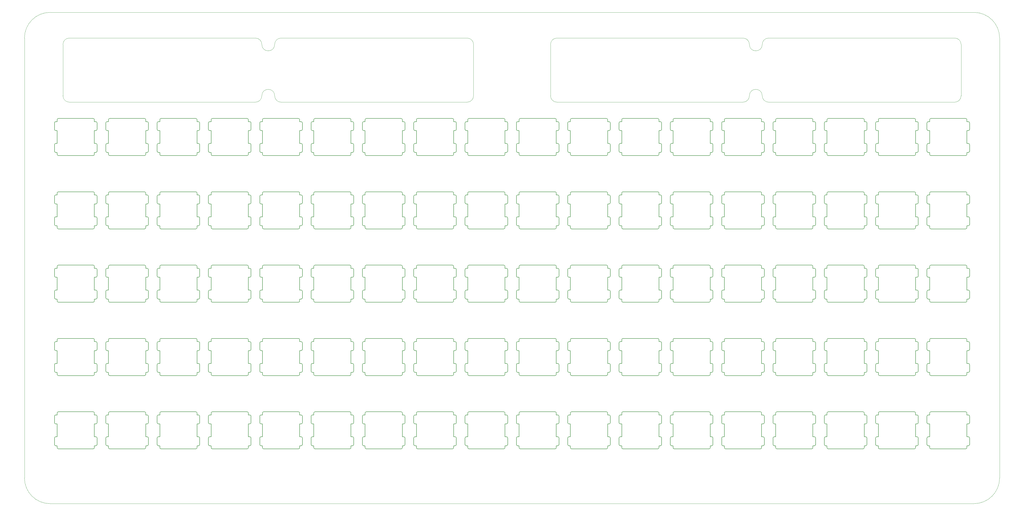
<source format=gbr>
G04 #@! TF.GenerationSoftware,KiCad,Pcbnew,(5.1.8)-1*
G04 #@! TF.CreationDate,2021-02-17T01:44:14+08:00*
G04 #@! TF.ProjectId,LubeStation,4c756265-5374-4617-9469-6f6e2e6b6963,rev?*
G04 #@! TF.SameCoordinates,Original*
G04 #@! TF.FileFunction,Profile,NP*
%FSLAX46Y46*%
G04 Gerber Fmt 4.6, Leading zero omitted, Abs format (unit mm)*
G04 Created by KiCad (PCBNEW (5.1.8)-1) date 2021-02-17 01:44:14*
%MOMM*%
%LPD*%
G01*
G04 APERTURE LIST*
G04 #@! TA.AperFunction,Profile*
%ADD10C,0.050000*%
G04 #@! TD*
G04 #@! TA.AperFunction,Profile*
%ADD11C,0.150000*%
G04 #@! TD*
G04 APERTURE END LIST*
D10*
X267500000Y16075000D02*
G75*
G03*
X270000000Y13575000I2500000J0D01*
G01*
X262500000Y16075000D02*
G75*
G02*
X267500000Y16075000I2500000J0D01*
G01*
X260000000Y13575000D02*
G75*
G03*
X262500000Y16075000I0J2500000D01*
G01*
X187500000Y13575000D02*
X260000000Y13575000D01*
X187500000Y38575000D02*
X260000000Y38575000D01*
X262500000Y36075000D02*
G75*
G03*
X260000000Y38575000I-2500000J0D01*
G01*
X267500000Y36075000D02*
G75*
G02*
X262500000Y36075000I-2500000J0D01*
G01*
X270000000Y38575000D02*
G75*
G03*
X267500000Y36075000I0J-2500000D01*
G01*
X342500000Y38575000D02*
X270000000Y38575000D01*
X342500000Y13575000D02*
X270000000Y13575000D01*
X345000000Y36075000D02*
G75*
G03*
X342500000Y38575000I-2500000J0D01*
G01*
X342500000Y13575000D02*
G75*
G03*
X345000000Y16075000I0J2500000D01*
G01*
X187500000Y38575000D02*
G75*
G03*
X185000000Y36075000I0J-2500000D01*
G01*
X345000000Y36075000D02*
X345000000Y16075000D01*
X185000000Y36075000D02*
X185000000Y16075000D01*
X185000000Y16075000D02*
G75*
G03*
X187500000Y13575000I2500000J0D01*
G01*
X77500000Y36075000D02*
G75*
G02*
X80000000Y38575000I2500000J0D01*
G01*
X72500000Y36075000D02*
G75*
G03*
X77500000Y36075000I2500000J0D01*
G01*
X70000000Y38575000D02*
G75*
G02*
X72500000Y36075000I0J-2500000D01*
G01*
X-2500000Y38575000D02*
X70000000Y38575000D01*
X152500000Y38575000D02*
X80000000Y38575000D01*
X152500000Y13575000D02*
X80000000Y13575000D01*
X80000000Y13575000D02*
G75*
G02*
X77500000Y16075000I0J2500000D01*
G01*
X77500000Y16075000D02*
G75*
G03*
X72500000Y16075000I-2500000J0D01*
G01*
X72500000Y16075000D02*
G75*
G02*
X70000000Y13575000I-2500000J0D01*
G01*
X-20000000Y38575000D02*
G75*
G02*
X-10000000Y48575000I10000000J0D01*
G01*
X-10000000Y48575000D02*
X350000000Y48575000D01*
X155000000Y36075000D02*
X155000000Y16075000D01*
X155000000Y16075000D02*
G75*
G02*
X152500000Y13575000I-2500000J0D01*
G01*
X152500000Y38575000D02*
G75*
G02*
X155000000Y36075000I0J-2500000D01*
G01*
X-2500000Y13575000D02*
G75*
G02*
X-5000000Y16075000I0J2500000D01*
G01*
X-5000000Y36075000D02*
G75*
G02*
X-2500000Y38575000I2500000J0D01*
G01*
X-5000000Y36075000D02*
X-5000000Y16075000D01*
X-2500000Y13575000D02*
X70000000Y13575000D01*
X350000000Y-142875000D02*
X-10000000Y-142875000D01*
X360000000Y-132875000D02*
X360000000Y38575000D01*
X360000000Y-132875000D02*
G75*
G02*
X350000000Y-142875000I-10000000J0D01*
G01*
X350000000Y48575000D02*
G75*
G02*
X360000000Y38575000I0J-10000000D01*
G01*
X-10000000Y-142875000D02*
G75*
G02*
X-20000000Y-132875000I0J10000000D01*
G01*
X-20000000Y-132875000D02*
X-20000000Y38575000D01*
D11*
X7250000Y6000000D02*
X7250000Y6750000D01*
X-7250000Y2500000D02*
X-7250000Y-2500000D01*
X7250000Y2500000D02*
X7800000Y2500000D01*
X8300000Y3000000D02*
X8300000Y5500000D01*
X-7250000Y6000000D02*
X-7800000Y6000000D01*
X8300000Y-5500000D02*
X8300000Y-3000000D01*
X6750000Y7250000D02*
X-6750000Y7250000D01*
X-7250000Y6750000D02*
X-7250000Y6000000D01*
X-7250000Y-6000000D02*
X-7250000Y-6750000D01*
X7250000Y6000000D02*
X7800000Y6000000D01*
X7250000Y-6000000D02*
X7800000Y-6000000D01*
X-8300000Y5500000D02*
X-8300000Y3000000D01*
X7250000Y-2500000D02*
X7250000Y2500000D01*
X-7250000Y-2500000D02*
X-7800000Y-2500000D01*
X7250000Y-2500000D02*
X7800000Y-2500000D01*
X-7250000Y-6000000D02*
X-7800000Y-6000000D01*
X-6750000Y-7250000D02*
X6750000Y-7250000D01*
X-8300000Y-3000000D02*
X-8300000Y-5500000D01*
X7250000Y-6750000D02*
X7250000Y-6000000D01*
X-7250000Y2500000D02*
X-7800000Y2500000D01*
X7250000Y-6750000D02*
G75*
G02*
X6750000Y-7250000I-500000J0D01*
G01*
X7800000Y6000000D02*
G75*
G02*
X8300000Y5500000I0J-500000D01*
G01*
X8300000Y3000000D02*
G75*
G02*
X7800000Y2500000I-500000J0D01*
G01*
X-8300000Y-3000000D02*
G75*
G02*
X-7800000Y-2500000I500000J0D01*
G01*
X-7800000Y2500000D02*
G75*
G02*
X-8300000Y3000000I0J500000D01*
G01*
X-8300000Y5500000D02*
G75*
G02*
X-7800000Y6000000I500000J0D01*
G01*
X8300000Y-5500000D02*
G75*
G02*
X7800000Y-6000000I-500000J0D01*
G01*
X6750000Y7250000D02*
G75*
G02*
X7250000Y6750000I0J-500000D01*
G01*
X-7250000Y6750000D02*
G75*
G02*
X-6750000Y7250000I500000J0D01*
G01*
X-7800000Y-6000000D02*
G75*
G02*
X-8300000Y-5500000I0J500000D01*
G01*
X7800000Y-2500000D02*
G75*
G02*
X8300000Y-3000000I0J-500000D01*
G01*
X-6750000Y-7250000D02*
G75*
G02*
X-7250000Y-6750000I0J500000D01*
G01*
X267250000Y-108300000D02*
X267250000Y-107550000D01*
X252750000Y-111800000D02*
X252750000Y-116800000D01*
X267250000Y-111800000D02*
X267800000Y-111800000D01*
X268300000Y-111300000D02*
X268300000Y-108800000D01*
X252750000Y-108300000D02*
X252200000Y-108300000D01*
X268300000Y-119800000D02*
X268300000Y-117300000D01*
X266750000Y-107050000D02*
X253250000Y-107050000D01*
X252750000Y-107550000D02*
X252750000Y-108300000D01*
X252750000Y-120300000D02*
X252750000Y-121050000D01*
X267250000Y-108300000D02*
X267800000Y-108300000D01*
X267250000Y-120300000D02*
X267800000Y-120300000D01*
X251700000Y-108800000D02*
X251700000Y-111300000D01*
X267250000Y-116800000D02*
X267250000Y-111800000D01*
X252750000Y-116800000D02*
X252200000Y-116800000D01*
X267250000Y-116800000D02*
X267800000Y-116800000D01*
X252750000Y-120300000D02*
X252200000Y-120300000D01*
X253250000Y-121550000D02*
X266750000Y-121550000D01*
X251700000Y-117300000D02*
X251700000Y-119800000D01*
X267250000Y-121050000D02*
X267250000Y-120300000D01*
X252750000Y-111800000D02*
X252200000Y-111800000D01*
X267250000Y-121050000D02*
G75*
G02*
X266750000Y-121550000I-500000J0D01*
G01*
X267800000Y-108300000D02*
G75*
G02*
X268300000Y-108800000I0J-500000D01*
G01*
X268300000Y-111300000D02*
G75*
G02*
X267800000Y-111800000I-500000J0D01*
G01*
X251700000Y-117300000D02*
G75*
G02*
X252200000Y-116800000I500000J0D01*
G01*
X252200000Y-111800000D02*
G75*
G02*
X251700000Y-111300000I0J500000D01*
G01*
X251700000Y-108800000D02*
G75*
G02*
X252200000Y-108300000I500000J0D01*
G01*
X268300000Y-119800000D02*
G75*
G02*
X267800000Y-120300000I-500000J0D01*
G01*
X266750000Y-107050000D02*
G75*
G02*
X267250000Y-107550000I0J-500000D01*
G01*
X252750000Y-107550000D02*
G75*
G02*
X253250000Y-107050000I500000J0D01*
G01*
X252200000Y-120300000D02*
G75*
G02*
X251700000Y-119800000I0J500000D01*
G01*
X267800000Y-116800000D02*
G75*
G02*
X268300000Y-117300000I0J-500000D01*
G01*
X253250000Y-121550000D02*
G75*
G02*
X252750000Y-121050000I0J500000D01*
G01*
X47250000Y-108300000D02*
X47250000Y-107550000D01*
X32750000Y-111800000D02*
X32750000Y-116800000D01*
X47250000Y-111800000D02*
X47800000Y-111800000D01*
X48300000Y-111300000D02*
X48300000Y-108800000D01*
X32750000Y-108300000D02*
X32200000Y-108300000D01*
X48300000Y-119800000D02*
X48300000Y-117300000D01*
X46750000Y-107050000D02*
X33250000Y-107050000D01*
X32750000Y-107550000D02*
X32750000Y-108300000D01*
X32750000Y-120300000D02*
X32750000Y-121050000D01*
X47250000Y-108300000D02*
X47800000Y-108300000D01*
X47250000Y-120300000D02*
X47800000Y-120300000D01*
X31700000Y-108800000D02*
X31700000Y-111300000D01*
X47250000Y-116800000D02*
X47250000Y-111800000D01*
X32750000Y-116800000D02*
X32200000Y-116800000D01*
X47250000Y-116800000D02*
X47800000Y-116800000D01*
X32750000Y-120300000D02*
X32200000Y-120300000D01*
X33250000Y-121550000D02*
X46750000Y-121550000D01*
X31700000Y-117300000D02*
X31700000Y-119800000D01*
X47250000Y-121050000D02*
X47250000Y-120300000D01*
X32750000Y-111800000D02*
X32200000Y-111800000D01*
X47250000Y-121050000D02*
G75*
G02*
X46750000Y-121550000I-500000J0D01*
G01*
X47800000Y-108300000D02*
G75*
G02*
X48300000Y-108800000I0J-500000D01*
G01*
X48300000Y-111300000D02*
G75*
G02*
X47800000Y-111800000I-500000J0D01*
G01*
X31700000Y-117300000D02*
G75*
G02*
X32200000Y-116800000I500000J0D01*
G01*
X32200000Y-111800000D02*
G75*
G02*
X31700000Y-111300000I0J500000D01*
G01*
X31700000Y-108800000D02*
G75*
G02*
X32200000Y-108300000I500000J0D01*
G01*
X48300000Y-119800000D02*
G75*
G02*
X47800000Y-120300000I-500000J0D01*
G01*
X46750000Y-107050000D02*
G75*
G02*
X47250000Y-107550000I0J-500000D01*
G01*
X32750000Y-107550000D02*
G75*
G02*
X33250000Y-107050000I500000J0D01*
G01*
X32200000Y-120300000D02*
G75*
G02*
X31700000Y-119800000I0J500000D01*
G01*
X47800000Y-116800000D02*
G75*
G02*
X48300000Y-117300000I0J-500000D01*
G01*
X33250000Y-121550000D02*
G75*
G02*
X32750000Y-121050000I0J500000D01*
G01*
X327250000Y-108300000D02*
X327250000Y-107550000D01*
X312750000Y-111800000D02*
X312750000Y-116800000D01*
X327250000Y-111800000D02*
X327800000Y-111800000D01*
X328300000Y-111300000D02*
X328300000Y-108800000D01*
X312750000Y-108300000D02*
X312200000Y-108300000D01*
X328300000Y-119800000D02*
X328300000Y-117300000D01*
X326750000Y-107050000D02*
X313250000Y-107050000D01*
X312750000Y-107550000D02*
X312750000Y-108300000D01*
X312750000Y-120300000D02*
X312750000Y-121050000D01*
X327250000Y-108300000D02*
X327800000Y-108300000D01*
X327250000Y-120300000D02*
X327800000Y-120300000D01*
X311700000Y-108800000D02*
X311700000Y-111300000D01*
X327250000Y-116800000D02*
X327250000Y-111800000D01*
X312750000Y-116800000D02*
X312200000Y-116800000D01*
X327250000Y-116800000D02*
X327800000Y-116800000D01*
X312750000Y-120300000D02*
X312200000Y-120300000D01*
X313250000Y-121550000D02*
X326750000Y-121550000D01*
X311700000Y-117300000D02*
X311700000Y-119800000D01*
X327250000Y-121050000D02*
X327250000Y-120300000D01*
X312750000Y-111800000D02*
X312200000Y-111800000D01*
X327250000Y-121050000D02*
G75*
G02*
X326750000Y-121550000I-500000J0D01*
G01*
X327800000Y-108300000D02*
G75*
G02*
X328300000Y-108800000I0J-500000D01*
G01*
X328300000Y-111300000D02*
G75*
G02*
X327800000Y-111800000I-500000J0D01*
G01*
X311700000Y-117300000D02*
G75*
G02*
X312200000Y-116800000I500000J0D01*
G01*
X312200000Y-111800000D02*
G75*
G02*
X311700000Y-111300000I0J500000D01*
G01*
X311700000Y-108800000D02*
G75*
G02*
X312200000Y-108300000I500000J0D01*
G01*
X328300000Y-119800000D02*
G75*
G02*
X327800000Y-120300000I-500000J0D01*
G01*
X326750000Y-107050000D02*
G75*
G02*
X327250000Y-107550000I0J-500000D01*
G01*
X312750000Y-107550000D02*
G75*
G02*
X313250000Y-107050000I500000J0D01*
G01*
X312200000Y-120300000D02*
G75*
G02*
X311700000Y-119800000I0J500000D01*
G01*
X327800000Y-116800000D02*
G75*
G02*
X328300000Y-117300000I0J-500000D01*
G01*
X313250000Y-121550000D02*
G75*
G02*
X312750000Y-121050000I0J500000D01*
G01*
X27250000Y-108300000D02*
X27250000Y-107550000D01*
X12750000Y-111800000D02*
X12750000Y-116800000D01*
X27250000Y-111800000D02*
X27800000Y-111800000D01*
X28300000Y-111300000D02*
X28300000Y-108800000D01*
X12750000Y-108300000D02*
X12200000Y-108300000D01*
X28300000Y-119800000D02*
X28300000Y-117300000D01*
X26750000Y-107050000D02*
X13250000Y-107050000D01*
X12750000Y-107550000D02*
X12750000Y-108300000D01*
X12750000Y-120300000D02*
X12750000Y-121050000D01*
X27250000Y-108300000D02*
X27800000Y-108300000D01*
X27250000Y-120300000D02*
X27800000Y-120300000D01*
X11700000Y-108800000D02*
X11700000Y-111300000D01*
X27250000Y-116800000D02*
X27250000Y-111800000D01*
X12750000Y-116800000D02*
X12200000Y-116800000D01*
X27250000Y-116800000D02*
X27800000Y-116800000D01*
X12750000Y-120300000D02*
X12200000Y-120300000D01*
X13250000Y-121550000D02*
X26750000Y-121550000D01*
X11700000Y-117300000D02*
X11700000Y-119800000D01*
X27250000Y-121050000D02*
X27250000Y-120300000D01*
X12750000Y-111800000D02*
X12200000Y-111800000D01*
X27250000Y-121050000D02*
G75*
G02*
X26750000Y-121550000I-500000J0D01*
G01*
X27800000Y-108300000D02*
G75*
G02*
X28300000Y-108800000I0J-500000D01*
G01*
X28300000Y-111300000D02*
G75*
G02*
X27800000Y-111800000I-500000J0D01*
G01*
X11700000Y-117300000D02*
G75*
G02*
X12200000Y-116800000I500000J0D01*
G01*
X12200000Y-111800000D02*
G75*
G02*
X11700000Y-111300000I0J500000D01*
G01*
X11700000Y-108800000D02*
G75*
G02*
X12200000Y-108300000I500000J0D01*
G01*
X28300000Y-119800000D02*
G75*
G02*
X27800000Y-120300000I-500000J0D01*
G01*
X26750000Y-107050000D02*
G75*
G02*
X27250000Y-107550000I0J-500000D01*
G01*
X12750000Y-107550000D02*
G75*
G02*
X13250000Y-107050000I500000J0D01*
G01*
X12200000Y-120300000D02*
G75*
G02*
X11700000Y-119800000I0J500000D01*
G01*
X27800000Y-116800000D02*
G75*
G02*
X28300000Y-117300000I0J-500000D01*
G01*
X13250000Y-121550000D02*
G75*
G02*
X12750000Y-121050000I0J500000D01*
G01*
X167250000Y-108300000D02*
X167250000Y-107550000D01*
X152750000Y-111800000D02*
X152750000Y-116800000D01*
X167250000Y-111800000D02*
X167800000Y-111800000D01*
X168300000Y-111300000D02*
X168300000Y-108800000D01*
X152750000Y-108300000D02*
X152200000Y-108300000D01*
X168300000Y-119800000D02*
X168300000Y-117300000D01*
X166750000Y-107050000D02*
X153250000Y-107050000D01*
X152750000Y-107550000D02*
X152750000Y-108300000D01*
X152750000Y-120300000D02*
X152750000Y-121050000D01*
X167250000Y-108300000D02*
X167800000Y-108300000D01*
X167250000Y-120300000D02*
X167800000Y-120300000D01*
X151700000Y-108800000D02*
X151700000Y-111300000D01*
X167250000Y-116800000D02*
X167250000Y-111800000D01*
X152750000Y-116800000D02*
X152200000Y-116800000D01*
X167250000Y-116800000D02*
X167800000Y-116800000D01*
X152750000Y-120300000D02*
X152200000Y-120300000D01*
X153250000Y-121550000D02*
X166750000Y-121550000D01*
X151700000Y-117300000D02*
X151700000Y-119800000D01*
X167250000Y-121050000D02*
X167250000Y-120300000D01*
X152750000Y-111800000D02*
X152200000Y-111800000D01*
X167250000Y-121050000D02*
G75*
G02*
X166750000Y-121550000I-500000J0D01*
G01*
X167800000Y-108300000D02*
G75*
G02*
X168300000Y-108800000I0J-500000D01*
G01*
X168300000Y-111300000D02*
G75*
G02*
X167800000Y-111800000I-500000J0D01*
G01*
X151700000Y-117300000D02*
G75*
G02*
X152200000Y-116800000I500000J0D01*
G01*
X152200000Y-111800000D02*
G75*
G02*
X151700000Y-111300000I0J500000D01*
G01*
X151700000Y-108800000D02*
G75*
G02*
X152200000Y-108300000I500000J0D01*
G01*
X168300000Y-119800000D02*
G75*
G02*
X167800000Y-120300000I-500000J0D01*
G01*
X166750000Y-107050000D02*
G75*
G02*
X167250000Y-107550000I0J-500000D01*
G01*
X152750000Y-107550000D02*
G75*
G02*
X153250000Y-107050000I500000J0D01*
G01*
X152200000Y-120300000D02*
G75*
G02*
X151700000Y-119800000I0J500000D01*
G01*
X167800000Y-116800000D02*
G75*
G02*
X168300000Y-117300000I0J-500000D01*
G01*
X153250000Y-121550000D02*
G75*
G02*
X152750000Y-121050000I0J500000D01*
G01*
X307250000Y-108300000D02*
X307250000Y-107550000D01*
X292750000Y-111800000D02*
X292750000Y-116800000D01*
X307250000Y-111800000D02*
X307800000Y-111800000D01*
X308300000Y-111300000D02*
X308300000Y-108800000D01*
X292750000Y-108300000D02*
X292200000Y-108300000D01*
X308300000Y-119800000D02*
X308300000Y-117300000D01*
X306750000Y-107050000D02*
X293250000Y-107050000D01*
X292750000Y-107550000D02*
X292750000Y-108300000D01*
X292750000Y-120300000D02*
X292750000Y-121050000D01*
X307250000Y-108300000D02*
X307800000Y-108300000D01*
X307250000Y-120300000D02*
X307800000Y-120300000D01*
X291700000Y-108800000D02*
X291700000Y-111300000D01*
X307250000Y-116800000D02*
X307250000Y-111800000D01*
X292750000Y-116800000D02*
X292200000Y-116800000D01*
X307250000Y-116800000D02*
X307800000Y-116800000D01*
X292750000Y-120300000D02*
X292200000Y-120300000D01*
X293250000Y-121550000D02*
X306750000Y-121550000D01*
X291700000Y-117300000D02*
X291700000Y-119800000D01*
X307250000Y-121050000D02*
X307250000Y-120300000D01*
X292750000Y-111800000D02*
X292200000Y-111800000D01*
X307250000Y-121050000D02*
G75*
G02*
X306750000Y-121550000I-500000J0D01*
G01*
X307800000Y-108300000D02*
G75*
G02*
X308300000Y-108800000I0J-500000D01*
G01*
X308300000Y-111300000D02*
G75*
G02*
X307800000Y-111800000I-500000J0D01*
G01*
X291700000Y-117300000D02*
G75*
G02*
X292200000Y-116800000I500000J0D01*
G01*
X292200000Y-111800000D02*
G75*
G02*
X291700000Y-111300000I0J500000D01*
G01*
X291700000Y-108800000D02*
G75*
G02*
X292200000Y-108300000I500000J0D01*
G01*
X308300000Y-119800000D02*
G75*
G02*
X307800000Y-120300000I-500000J0D01*
G01*
X306750000Y-107050000D02*
G75*
G02*
X307250000Y-107550000I0J-500000D01*
G01*
X292750000Y-107550000D02*
G75*
G02*
X293250000Y-107050000I500000J0D01*
G01*
X292200000Y-120300000D02*
G75*
G02*
X291700000Y-119800000I0J500000D01*
G01*
X307800000Y-116800000D02*
G75*
G02*
X308300000Y-117300000I0J-500000D01*
G01*
X293250000Y-121550000D02*
G75*
G02*
X292750000Y-121050000I0J500000D01*
G01*
X127250000Y-108300000D02*
X127250000Y-107550000D01*
X112750000Y-111800000D02*
X112750000Y-116800000D01*
X127250000Y-111800000D02*
X127800000Y-111800000D01*
X128300000Y-111300000D02*
X128300000Y-108800000D01*
X112750000Y-108300000D02*
X112200000Y-108300000D01*
X128300000Y-119800000D02*
X128300000Y-117300000D01*
X126750000Y-107050000D02*
X113250000Y-107050000D01*
X112750000Y-107550000D02*
X112750000Y-108300000D01*
X112750000Y-120300000D02*
X112750000Y-121050000D01*
X127250000Y-108300000D02*
X127800000Y-108300000D01*
X127250000Y-120300000D02*
X127800000Y-120300000D01*
X111700000Y-108800000D02*
X111700000Y-111300000D01*
X127250000Y-116800000D02*
X127250000Y-111800000D01*
X112750000Y-116800000D02*
X112200000Y-116800000D01*
X127250000Y-116800000D02*
X127800000Y-116800000D01*
X112750000Y-120300000D02*
X112200000Y-120300000D01*
X113250000Y-121550000D02*
X126750000Y-121550000D01*
X111700000Y-117300000D02*
X111700000Y-119800000D01*
X127250000Y-121050000D02*
X127250000Y-120300000D01*
X112750000Y-111800000D02*
X112200000Y-111800000D01*
X127250000Y-121050000D02*
G75*
G02*
X126750000Y-121550000I-500000J0D01*
G01*
X127800000Y-108300000D02*
G75*
G02*
X128300000Y-108800000I0J-500000D01*
G01*
X128300000Y-111300000D02*
G75*
G02*
X127800000Y-111800000I-500000J0D01*
G01*
X111700000Y-117300000D02*
G75*
G02*
X112200000Y-116800000I500000J0D01*
G01*
X112200000Y-111800000D02*
G75*
G02*
X111700000Y-111300000I0J500000D01*
G01*
X111700000Y-108800000D02*
G75*
G02*
X112200000Y-108300000I500000J0D01*
G01*
X128300000Y-119800000D02*
G75*
G02*
X127800000Y-120300000I-500000J0D01*
G01*
X126750000Y-107050000D02*
G75*
G02*
X127250000Y-107550000I0J-500000D01*
G01*
X112750000Y-107550000D02*
G75*
G02*
X113250000Y-107050000I500000J0D01*
G01*
X112200000Y-120300000D02*
G75*
G02*
X111700000Y-119800000I0J500000D01*
G01*
X127800000Y-116800000D02*
G75*
G02*
X128300000Y-117300000I0J-500000D01*
G01*
X113250000Y-121550000D02*
G75*
G02*
X112750000Y-121050000I0J500000D01*
G01*
X187250000Y-108300000D02*
X187250000Y-107550000D01*
X172750000Y-111800000D02*
X172750000Y-116800000D01*
X187250000Y-111800000D02*
X187800000Y-111800000D01*
X188300000Y-111300000D02*
X188300000Y-108800000D01*
X172750000Y-108300000D02*
X172200000Y-108300000D01*
X188300000Y-119800000D02*
X188300000Y-117300000D01*
X186750000Y-107050000D02*
X173250000Y-107050000D01*
X172750000Y-107550000D02*
X172750000Y-108300000D01*
X172750000Y-120300000D02*
X172750000Y-121050000D01*
X187250000Y-108300000D02*
X187800000Y-108300000D01*
X187250000Y-120300000D02*
X187800000Y-120300000D01*
X171700000Y-108800000D02*
X171700000Y-111300000D01*
X187250000Y-116800000D02*
X187250000Y-111800000D01*
X172750000Y-116800000D02*
X172200000Y-116800000D01*
X187250000Y-116800000D02*
X187800000Y-116800000D01*
X172750000Y-120300000D02*
X172200000Y-120300000D01*
X173250000Y-121550000D02*
X186750000Y-121550000D01*
X171700000Y-117300000D02*
X171700000Y-119800000D01*
X187250000Y-121050000D02*
X187250000Y-120300000D01*
X172750000Y-111800000D02*
X172200000Y-111800000D01*
X187250000Y-121050000D02*
G75*
G02*
X186750000Y-121550000I-500000J0D01*
G01*
X187800000Y-108300000D02*
G75*
G02*
X188300000Y-108800000I0J-500000D01*
G01*
X188300000Y-111300000D02*
G75*
G02*
X187800000Y-111800000I-500000J0D01*
G01*
X171700000Y-117300000D02*
G75*
G02*
X172200000Y-116800000I500000J0D01*
G01*
X172200000Y-111800000D02*
G75*
G02*
X171700000Y-111300000I0J500000D01*
G01*
X171700000Y-108800000D02*
G75*
G02*
X172200000Y-108300000I500000J0D01*
G01*
X188300000Y-119800000D02*
G75*
G02*
X187800000Y-120300000I-500000J0D01*
G01*
X186750000Y-107050000D02*
G75*
G02*
X187250000Y-107550000I0J-500000D01*
G01*
X172750000Y-107550000D02*
G75*
G02*
X173250000Y-107050000I500000J0D01*
G01*
X172200000Y-120300000D02*
G75*
G02*
X171700000Y-119800000I0J500000D01*
G01*
X187800000Y-116800000D02*
G75*
G02*
X188300000Y-117300000I0J-500000D01*
G01*
X173250000Y-121550000D02*
G75*
G02*
X172750000Y-121050000I0J500000D01*
G01*
X67250000Y-108300000D02*
X67250000Y-107550000D01*
X52750000Y-111800000D02*
X52750000Y-116800000D01*
X67250000Y-111800000D02*
X67800000Y-111800000D01*
X68300000Y-111300000D02*
X68300000Y-108800000D01*
X52750000Y-108300000D02*
X52200000Y-108300000D01*
X68300000Y-119800000D02*
X68300000Y-117300000D01*
X66750000Y-107050000D02*
X53250000Y-107050000D01*
X52750000Y-107550000D02*
X52750000Y-108300000D01*
X52750000Y-120300000D02*
X52750000Y-121050000D01*
X67250000Y-108300000D02*
X67800000Y-108300000D01*
X67250000Y-120300000D02*
X67800000Y-120300000D01*
X51700000Y-108800000D02*
X51700000Y-111300000D01*
X67250000Y-116800000D02*
X67250000Y-111800000D01*
X52750000Y-116800000D02*
X52200000Y-116800000D01*
X67250000Y-116800000D02*
X67800000Y-116800000D01*
X52750000Y-120300000D02*
X52200000Y-120300000D01*
X53250000Y-121550000D02*
X66750000Y-121550000D01*
X51700000Y-117300000D02*
X51700000Y-119800000D01*
X67250000Y-121050000D02*
X67250000Y-120300000D01*
X52750000Y-111800000D02*
X52200000Y-111800000D01*
X67250000Y-121050000D02*
G75*
G02*
X66750000Y-121550000I-500000J0D01*
G01*
X67800000Y-108300000D02*
G75*
G02*
X68300000Y-108800000I0J-500000D01*
G01*
X68300000Y-111300000D02*
G75*
G02*
X67800000Y-111800000I-500000J0D01*
G01*
X51700000Y-117300000D02*
G75*
G02*
X52200000Y-116800000I500000J0D01*
G01*
X52200000Y-111800000D02*
G75*
G02*
X51700000Y-111300000I0J500000D01*
G01*
X51700000Y-108800000D02*
G75*
G02*
X52200000Y-108300000I500000J0D01*
G01*
X68300000Y-119800000D02*
G75*
G02*
X67800000Y-120300000I-500000J0D01*
G01*
X66750000Y-107050000D02*
G75*
G02*
X67250000Y-107550000I0J-500000D01*
G01*
X52750000Y-107550000D02*
G75*
G02*
X53250000Y-107050000I500000J0D01*
G01*
X52200000Y-120300000D02*
G75*
G02*
X51700000Y-119800000I0J500000D01*
G01*
X67800000Y-116800000D02*
G75*
G02*
X68300000Y-117300000I0J-500000D01*
G01*
X53250000Y-121550000D02*
G75*
G02*
X52750000Y-121050000I0J500000D01*
G01*
X87250000Y-108300000D02*
X87250000Y-107550000D01*
X72750000Y-111800000D02*
X72750000Y-116800000D01*
X87250000Y-111800000D02*
X87800000Y-111800000D01*
X88300000Y-111300000D02*
X88300000Y-108800000D01*
X72750000Y-108300000D02*
X72200000Y-108300000D01*
X88300000Y-119800000D02*
X88300000Y-117300000D01*
X86750000Y-107050000D02*
X73250000Y-107050000D01*
X72750000Y-107550000D02*
X72750000Y-108300000D01*
X72750000Y-120300000D02*
X72750000Y-121050000D01*
X87250000Y-108300000D02*
X87800000Y-108300000D01*
X87250000Y-120300000D02*
X87800000Y-120300000D01*
X71700000Y-108800000D02*
X71700000Y-111300000D01*
X87250000Y-116800000D02*
X87250000Y-111800000D01*
X72750000Y-116800000D02*
X72200000Y-116800000D01*
X87250000Y-116800000D02*
X87800000Y-116800000D01*
X72750000Y-120300000D02*
X72200000Y-120300000D01*
X73250000Y-121550000D02*
X86750000Y-121550000D01*
X71700000Y-117300000D02*
X71700000Y-119800000D01*
X87250000Y-121050000D02*
X87250000Y-120300000D01*
X72750000Y-111800000D02*
X72200000Y-111800000D01*
X87250000Y-121050000D02*
G75*
G02*
X86750000Y-121550000I-500000J0D01*
G01*
X87800000Y-108300000D02*
G75*
G02*
X88300000Y-108800000I0J-500000D01*
G01*
X88300000Y-111300000D02*
G75*
G02*
X87800000Y-111800000I-500000J0D01*
G01*
X71700000Y-117300000D02*
G75*
G02*
X72200000Y-116800000I500000J0D01*
G01*
X72200000Y-111800000D02*
G75*
G02*
X71700000Y-111300000I0J500000D01*
G01*
X71700000Y-108800000D02*
G75*
G02*
X72200000Y-108300000I500000J0D01*
G01*
X88300000Y-119800000D02*
G75*
G02*
X87800000Y-120300000I-500000J0D01*
G01*
X86750000Y-107050000D02*
G75*
G02*
X87250000Y-107550000I0J-500000D01*
G01*
X72750000Y-107550000D02*
G75*
G02*
X73250000Y-107050000I500000J0D01*
G01*
X72200000Y-120300000D02*
G75*
G02*
X71700000Y-119800000I0J500000D01*
G01*
X87800000Y-116800000D02*
G75*
G02*
X88300000Y-117300000I0J-500000D01*
G01*
X73250000Y-121550000D02*
G75*
G02*
X72750000Y-121050000I0J500000D01*
G01*
X347250000Y-108300000D02*
X347250000Y-107550000D01*
X332750000Y-111800000D02*
X332750000Y-116800000D01*
X347250000Y-111800000D02*
X347800000Y-111800000D01*
X348300000Y-111300000D02*
X348300000Y-108800000D01*
X332750000Y-108300000D02*
X332200000Y-108300000D01*
X348300000Y-119800000D02*
X348300000Y-117300000D01*
X346750000Y-107050000D02*
X333250000Y-107050000D01*
X332750000Y-107550000D02*
X332750000Y-108300000D01*
X332750000Y-120300000D02*
X332750000Y-121050000D01*
X347250000Y-108300000D02*
X347800000Y-108300000D01*
X347250000Y-120300000D02*
X347800000Y-120300000D01*
X331700000Y-108800000D02*
X331700000Y-111300000D01*
X347250000Y-116800000D02*
X347250000Y-111800000D01*
X332750000Y-116800000D02*
X332200000Y-116800000D01*
X347250000Y-116800000D02*
X347800000Y-116800000D01*
X332750000Y-120300000D02*
X332200000Y-120300000D01*
X333250000Y-121550000D02*
X346750000Y-121550000D01*
X331700000Y-117300000D02*
X331700000Y-119800000D01*
X347250000Y-121050000D02*
X347250000Y-120300000D01*
X332750000Y-111800000D02*
X332200000Y-111800000D01*
X347250000Y-121050000D02*
G75*
G02*
X346750000Y-121550000I-500000J0D01*
G01*
X347800000Y-108300000D02*
G75*
G02*
X348300000Y-108800000I0J-500000D01*
G01*
X348300000Y-111300000D02*
G75*
G02*
X347800000Y-111800000I-500000J0D01*
G01*
X331700000Y-117300000D02*
G75*
G02*
X332200000Y-116800000I500000J0D01*
G01*
X332200000Y-111800000D02*
G75*
G02*
X331700000Y-111300000I0J500000D01*
G01*
X331700000Y-108800000D02*
G75*
G02*
X332200000Y-108300000I500000J0D01*
G01*
X348300000Y-119800000D02*
G75*
G02*
X347800000Y-120300000I-500000J0D01*
G01*
X346750000Y-107050000D02*
G75*
G02*
X347250000Y-107550000I0J-500000D01*
G01*
X332750000Y-107550000D02*
G75*
G02*
X333250000Y-107050000I500000J0D01*
G01*
X332200000Y-120300000D02*
G75*
G02*
X331700000Y-119800000I0J500000D01*
G01*
X347800000Y-116800000D02*
G75*
G02*
X348300000Y-117300000I0J-500000D01*
G01*
X333250000Y-121550000D02*
G75*
G02*
X332750000Y-121050000I0J500000D01*
G01*
X247250000Y-108300000D02*
X247250000Y-107550000D01*
X232750000Y-111800000D02*
X232750000Y-116800000D01*
X247250000Y-111800000D02*
X247800000Y-111800000D01*
X248300000Y-111300000D02*
X248300000Y-108800000D01*
X232750000Y-108300000D02*
X232200000Y-108300000D01*
X248300000Y-119800000D02*
X248300000Y-117300000D01*
X246750000Y-107050000D02*
X233250000Y-107050000D01*
X232750000Y-107550000D02*
X232750000Y-108300000D01*
X232750000Y-120300000D02*
X232750000Y-121050000D01*
X247250000Y-108300000D02*
X247800000Y-108300000D01*
X247250000Y-120300000D02*
X247800000Y-120300000D01*
X231700000Y-108800000D02*
X231700000Y-111300000D01*
X247250000Y-116800000D02*
X247250000Y-111800000D01*
X232750000Y-116800000D02*
X232200000Y-116800000D01*
X247250000Y-116800000D02*
X247800000Y-116800000D01*
X232750000Y-120300000D02*
X232200000Y-120300000D01*
X233250000Y-121550000D02*
X246750000Y-121550000D01*
X231700000Y-117300000D02*
X231700000Y-119800000D01*
X247250000Y-121050000D02*
X247250000Y-120300000D01*
X232750000Y-111800000D02*
X232200000Y-111800000D01*
X247250000Y-121050000D02*
G75*
G02*
X246750000Y-121550000I-500000J0D01*
G01*
X247800000Y-108300000D02*
G75*
G02*
X248300000Y-108800000I0J-500000D01*
G01*
X248300000Y-111300000D02*
G75*
G02*
X247800000Y-111800000I-500000J0D01*
G01*
X231700000Y-117300000D02*
G75*
G02*
X232200000Y-116800000I500000J0D01*
G01*
X232200000Y-111800000D02*
G75*
G02*
X231700000Y-111300000I0J500000D01*
G01*
X231700000Y-108800000D02*
G75*
G02*
X232200000Y-108300000I500000J0D01*
G01*
X248300000Y-119800000D02*
G75*
G02*
X247800000Y-120300000I-500000J0D01*
G01*
X246750000Y-107050000D02*
G75*
G02*
X247250000Y-107550000I0J-500000D01*
G01*
X232750000Y-107550000D02*
G75*
G02*
X233250000Y-107050000I500000J0D01*
G01*
X232200000Y-120300000D02*
G75*
G02*
X231700000Y-119800000I0J500000D01*
G01*
X247800000Y-116800000D02*
G75*
G02*
X248300000Y-117300000I0J-500000D01*
G01*
X233250000Y-121550000D02*
G75*
G02*
X232750000Y-121050000I0J500000D01*
G01*
X287250000Y-108300000D02*
X287250000Y-107550000D01*
X272750000Y-111800000D02*
X272750000Y-116800000D01*
X287250000Y-111800000D02*
X287800000Y-111800000D01*
X288300000Y-111300000D02*
X288300000Y-108800000D01*
X272750000Y-108300000D02*
X272200000Y-108300000D01*
X288300000Y-119800000D02*
X288300000Y-117300000D01*
X286750000Y-107050000D02*
X273250000Y-107050000D01*
X272750000Y-107550000D02*
X272750000Y-108300000D01*
X272750000Y-120300000D02*
X272750000Y-121050000D01*
X287250000Y-108300000D02*
X287800000Y-108300000D01*
X287250000Y-120300000D02*
X287800000Y-120300000D01*
X271700000Y-108800000D02*
X271700000Y-111300000D01*
X287250000Y-116800000D02*
X287250000Y-111800000D01*
X272750000Y-116800000D02*
X272200000Y-116800000D01*
X287250000Y-116800000D02*
X287800000Y-116800000D01*
X272750000Y-120300000D02*
X272200000Y-120300000D01*
X273250000Y-121550000D02*
X286750000Y-121550000D01*
X271700000Y-117300000D02*
X271700000Y-119800000D01*
X287250000Y-121050000D02*
X287250000Y-120300000D01*
X272750000Y-111800000D02*
X272200000Y-111800000D01*
X287250000Y-121050000D02*
G75*
G02*
X286750000Y-121550000I-500000J0D01*
G01*
X287800000Y-108300000D02*
G75*
G02*
X288300000Y-108800000I0J-500000D01*
G01*
X288300000Y-111300000D02*
G75*
G02*
X287800000Y-111800000I-500000J0D01*
G01*
X271700000Y-117300000D02*
G75*
G02*
X272200000Y-116800000I500000J0D01*
G01*
X272200000Y-111800000D02*
G75*
G02*
X271700000Y-111300000I0J500000D01*
G01*
X271700000Y-108800000D02*
G75*
G02*
X272200000Y-108300000I500000J0D01*
G01*
X288300000Y-119800000D02*
G75*
G02*
X287800000Y-120300000I-500000J0D01*
G01*
X286750000Y-107050000D02*
G75*
G02*
X287250000Y-107550000I0J-500000D01*
G01*
X272750000Y-107550000D02*
G75*
G02*
X273250000Y-107050000I500000J0D01*
G01*
X272200000Y-120300000D02*
G75*
G02*
X271700000Y-119800000I0J500000D01*
G01*
X287800000Y-116800000D02*
G75*
G02*
X288300000Y-117300000I0J-500000D01*
G01*
X273250000Y-121550000D02*
G75*
G02*
X272750000Y-121050000I0J500000D01*
G01*
X7250000Y-108300000D02*
X7250000Y-107550000D01*
X-7250000Y-111800000D02*
X-7250000Y-116800000D01*
X7250000Y-111800000D02*
X7800000Y-111800000D01*
X8300000Y-111300000D02*
X8300000Y-108800000D01*
X-7250000Y-108300000D02*
X-7800000Y-108300000D01*
X8300000Y-119800000D02*
X8300000Y-117300000D01*
X6750000Y-107050000D02*
X-6750000Y-107050000D01*
X-7250000Y-107550000D02*
X-7250000Y-108300000D01*
X-7250000Y-120300000D02*
X-7250000Y-121050000D01*
X7250000Y-108300000D02*
X7800000Y-108300000D01*
X7250000Y-120300000D02*
X7800000Y-120300000D01*
X-8300000Y-108800000D02*
X-8300000Y-111300000D01*
X7250000Y-116800000D02*
X7250000Y-111800000D01*
X-7250000Y-116800000D02*
X-7800000Y-116800000D01*
X7250000Y-116800000D02*
X7800000Y-116800000D01*
X-7250000Y-120300000D02*
X-7800000Y-120300000D01*
X-6750000Y-121550000D02*
X6750000Y-121550000D01*
X-8300000Y-117300000D02*
X-8300000Y-119800000D01*
X7250000Y-121050000D02*
X7250000Y-120300000D01*
X-7250000Y-111800000D02*
X-7800000Y-111800000D01*
X7250000Y-121050000D02*
G75*
G02*
X6750000Y-121550000I-500000J0D01*
G01*
X7800000Y-108300000D02*
G75*
G02*
X8300000Y-108800000I0J-500000D01*
G01*
X8300000Y-111300000D02*
G75*
G02*
X7800000Y-111800000I-500000J0D01*
G01*
X-8300000Y-117300000D02*
G75*
G02*
X-7800000Y-116800000I500000J0D01*
G01*
X-7800000Y-111800000D02*
G75*
G02*
X-8300000Y-111300000I0J500000D01*
G01*
X-8300000Y-108800000D02*
G75*
G02*
X-7800000Y-108300000I500000J0D01*
G01*
X8300000Y-119800000D02*
G75*
G02*
X7800000Y-120300000I-500000J0D01*
G01*
X6750000Y-107050000D02*
G75*
G02*
X7250000Y-107550000I0J-500000D01*
G01*
X-7250000Y-107550000D02*
G75*
G02*
X-6750000Y-107050000I500000J0D01*
G01*
X-7800000Y-120300000D02*
G75*
G02*
X-8300000Y-119800000I0J500000D01*
G01*
X7800000Y-116800000D02*
G75*
G02*
X8300000Y-117300000I0J-500000D01*
G01*
X-6750000Y-121550000D02*
G75*
G02*
X-7250000Y-121050000I0J500000D01*
G01*
X107250000Y-108300000D02*
X107250000Y-107550000D01*
X92750000Y-111800000D02*
X92750000Y-116800000D01*
X107250000Y-111800000D02*
X107800000Y-111800000D01*
X108300000Y-111300000D02*
X108300000Y-108800000D01*
X92750000Y-108300000D02*
X92200000Y-108300000D01*
X108300000Y-119800000D02*
X108300000Y-117300000D01*
X106750000Y-107050000D02*
X93250000Y-107050000D01*
X92750000Y-107550000D02*
X92750000Y-108300000D01*
X92750000Y-120300000D02*
X92750000Y-121050000D01*
X107250000Y-108300000D02*
X107800000Y-108300000D01*
X107250000Y-120300000D02*
X107800000Y-120300000D01*
X91700000Y-108800000D02*
X91700000Y-111300000D01*
X107250000Y-116800000D02*
X107250000Y-111800000D01*
X92750000Y-116800000D02*
X92200000Y-116800000D01*
X107250000Y-116800000D02*
X107800000Y-116800000D01*
X92750000Y-120300000D02*
X92200000Y-120300000D01*
X93250000Y-121550000D02*
X106750000Y-121550000D01*
X91700000Y-117300000D02*
X91700000Y-119800000D01*
X107250000Y-121050000D02*
X107250000Y-120300000D01*
X92750000Y-111800000D02*
X92200000Y-111800000D01*
X107250000Y-121050000D02*
G75*
G02*
X106750000Y-121550000I-500000J0D01*
G01*
X107800000Y-108300000D02*
G75*
G02*
X108300000Y-108800000I0J-500000D01*
G01*
X108300000Y-111300000D02*
G75*
G02*
X107800000Y-111800000I-500000J0D01*
G01*
X91700000Y-117300000D02*
G75*
G02*
X92200000Y-116800000I500000J0D01*
G01*
X92200000Y-111800000D02*
G75*
G02*
X91700000Y-111300000I0J500000D01*
G01*
X91700000Y-108800000D02*
G75*
G02*
X92200000Y-108300000I500000J0D01*
G01*
X108300000Y-119800000D02*
G75*
G02*
X107800000Y-120300000I-500000J0D01*
G01*
X106750000Y-107050000D02*
G75*
G02*
X107250000Y-107550000I0J-500000D01*
G01*
X92750000Y-107550000D02*
G75*
G02*
X93250000Y-107050000I500000J0D01*
G01*
X92200000Y-120300000D02*
G75*
G02*
X91700000Y-119800000I0J500000D01*
G01*
X107800000Y-116800000D02*
G75*
G02*
X108300000Y-117300000I0J-500000D01*
G01*
X93250000Y-121550000D02*
G75*
G02*
X92750000Y-121050000I0J500000D01*
G01*
X227250000Y-108300000D02*
X227250000Y-107550000D01*
X212750000Y-111800000D02*
X212750000Y-116800000D01*
X227250000Y-111800000D02*
X227800000Y-111800000D01*
X228300000Y-111300000D02*
X228300000Y-108800000D01*
X212750000Y-108300000D02*
X212200000Y-108300000D01*
X228300000Y-119800000D02*
X228300000Y-117300000D01*
X226750000Y-107050000D02*
X213250000Y-107050000D01*
X212750000Y-107550000D02*
X212750000Y-108300000D01*
X212750000Y-120300000D02*
X212750000Y-121050000D01*
X227250000Y-108300000D02*
X227800000Y-108300000D01*
X227250000Y-120300000D02*
X227800000Y-120300000D01*
X211700000Y-108800000D02*
X211700000Y-111300000D01*
X227250000Y-116800000D02*
X227250000Y-111800000D01*
X212750000Y-116800000D02*
X212200000Y-116800000D01*
X227250000Y-116800000D02*
X227800000Y-116800000D01*
X212750000Y-120300000D02*
X212200000Y-120300000D01*
X213250000Y-121550000D02*
X226750000Y-121550000D01*
X211700000Y-117300000D02*
X211700000Y-119800000D01*
X227250000Y-121050000D02*
X227250000Y-120300000D01*
X212750000Y-111800000D02*
X212200000Y-111800000D01*
X227250000Y-121050000D02*
G75*
G02*
X226750000Y-121550000I-500000J0D01*
G01*
X227800000Y-108300000D02*
G75*
G02*
X228300000Y-108800000I0J-500000D01*
G01*
X228300000Y-111300000D02*
G75*
G02*
X227800000Y-111800000I-500000J0D01*
G01*
X211700000Y-117300000D02*
G75*
G02*
X212200000Y-116800000I500000J0D01*
G01*
X212200000Y-111800000D02*
G75*
G02*
X211700000Y-111300000I0J500000D01*
G01*
X211700000Y-108800000D02*
G75*
G02*
X212200000Y-108300000I500000J0D01*
G01*
X228300000Y-119800000D02*
G75*
G02*
X227800000Y-120300000I-500000J0D01*
G01*
X226750000Y-107050000D02*
G75*
G02*
X227250000Y-107550000I0J-500000D01*
G01*
X212750000Y-107550000D02*
G75*
G02*
X213250000Y-107050000I500000J0D01*
G01*
X212200000Y-120300000D02*
G75*
G02*
X211700000Y-119800000I0J500000D01*
G01*
X227800000Y-116800000D02*
G75*
G02*
X228300000Y-117300000I0J-500000D01*
G01*
X213250000Y-121550000D02*
G75*
G02*
X212750000Y-121050000I0J500000D01*
G01*
X147250000Y-108300000D02*
X147250000Y-107550000D01*
X132750000Y-111800000D02*
X132750000Y-116800000D01*
X147250000Y-111800000D02*
X147800000Y-111800000D01*
X148300000Y-111300000D02*
X148300000Y-108800000D01*
X132750000Y-108300000D02*
X132200000Y-108300000D01*
X148300000Y-119800000D02*
X148300000Y-117300000D01*
X146750000Y-107050000D02*
X133250000Y-107050000D01*
X132750000Y-107550000D02*
X132750000Y-108300000D01*
X132750000Y-120300000D02*
X132750000Y-121050000D01*
X147250000Y-108300000D02*
X147800000Y-108300000D01*
X147250000Y-120300000D02*
X147800000Y-120300000D01*
X131700000Y-108800000D02*
X131700000Y-111300000D01*
X147250000Y-116800000D02*
X147250000Y-111800000D01*
X132750000Y-116800000D02*
X132200000Y-116800000D01*
X147250000Y-116800000D02*
X147800000Y-116800000D01*
X132750000Y-120300000D02*
X132200000Y-120300000D01*
X133250000Y-121550000D02*
X146750000Y-121550000D01*
X131700000Y-117300000D02*
X131700000Y-119800000D01*
X147250000Y-121050000D02*
X147250000Y-120300000D01*
X132750000Y-111800000D02*
X132200000Y-111800000D01*
X147250000Y-121050000D02*
G75*
G02*
X146750000Y-121550000I-500000J0D01*
G01*
X147800000Y-108300000D02*
G75*
G02*
X148300000Y-108800000I0J-500000D01*
G01*
X148300000Y-111300000D02*
G75*
G02*
X147800000Y-111800000I-500000J0D01*
G01*
X131700000Y-117300000D02*
G75*
G02*
X132200000Y-116800000I500000J0D01*
G01*
X132200000Y-111800000D02*
G75*
G02*
X131700000Y-111300000I0J500000D01*
G01*
X131700000Y-108800000D02*
G75*
G02*
X132200000Y-108300000I500000J0D01*
G01*
X148300000Y-119800000D02*
G75*
G02*
X147800000Y-120300000I-500000J0D01*
G01*
X146750000Y-107050000D02*
G75*
G02*
X147250000Y-107550000I0J-500000D01*
G01*
X132750000Y-107550000D02*
G75*
G02*
X133250000Y-107050000I500000J0D01*
G01*
X132200000Y-120300000D02*
G75*
G02*
X131700000Y-119800000I0J500000D01*
G01*
X147800000Y-116800000D02*
G75*
G02*
X148300000Y-117300000I0J-500000D01*
G01*
X133250000Y-121550000D02*
G75*
G02*
X132750000Y-121050000I0J500000D01*
G01*
X207250000Y-108300000D02*
X207250000Y-107550000D01*
X192750000Y-111800000D02*
X192750000Y-116800000D01*
X207250000Y-111800000D02*
X207800000Y-111800000D01*
X208300000Y-111300000D02*
X208300000Y-108800000D01*
X192750000Y-108300000D02*
X192200000Y-108300000D01*
X208300000Y-119800000D02*
X208300000Y-117300000D01*
X206750000Y-107050000D02*
X193250000Y-107050000D01*
X192750000Y-107550000D02*
X192750000Y-108300000D01*
X192750000Y-120300000D02*
X192750000Y-121050000D01*
X207250000Y-108300000D02*
X207800000Y-108300000D01*
X207250000Y-120300000D02*
X207800000Y-120300000D01*
X191700000Y-108800000D02*
X191700000Y-111300000D01*
X207250000Y-116800000D02*
X207250000Y-111800000D01*
X192750000Y-116800000D02*
X192200000Y-116800000D01*
X207250000Y-116800000D02*
X207800000Y-116800000D01*
X192750000Y-120300000D02*
X192200000Y-120300000D01*
X193250000Y-121550000D02*
X206750000Y-121550000D01*
X191700000Y-117300000D02*
X191700000Y-119800000D01*
X207250000Y-121050000D02*
X207250000Y-120300000D01*
X192750000Y-111800000D02*
X192200000Y-111800000D01*
X207250000Y-121050000D02*
G75*
G02*
X206750000Y-121550000I-500000J0D01*
G01*
X207800000Y-108300000D02*
G75*
G02*
X208300000Y-108800000I0J-500000D01*
G01*
X208300000Y-111300000D02*
G75*
G02*
X207800000Y-111800000I-500000J0D01*
G01*
X191700000Y-117300000D02*
G75*
G02*
X192200000Y-116800000I500000J0D01*
G01*
X192200000Y-111800000D02*
G75*
G02*
X191700000Y-111300000I0J500000D01*
G01*
X191700000Y-108800000D02*
G75*
G02*
X192200000Y-108300000I500000J0D01*
G01*
X208300000Y-119800000D02*
G75*
G02*
X207800000Y-120300000I-500000J0D01*
G01*
X206750000Y-107050000D02*
G75*
G02*
X207250000Y-107550000I0J-500000D01*
G01*
X192750000Y-107550000D02*
G75*
G02*
X193250000Y-107050000I500000J0D01*
G01*
X192200000Y-120300000D02*
G75*
G02*
X191700000Y-119800000I0J500000D01*
G01*
X207800000Y-116800000D02*
G75*
G02*
X208300000Y-117300000I0J-500000D01*
G01*
X193250000Y-121550000D02*
G75*
G02*
X192750000Y-121050000I0J500000D01*
G01*
X267250000Y-79725000D02*
X267250000Y-78975000D01*
X252750000Y-83225000D02*
X252750000Y-88225000D01*
X267250000Y-83225000D02*
X267800000Y-83225000D01*
X268300000Y-82725000D02*
X268300000Y-80225000D01*
X252750000Y-79725000D02*
X252200000Y-79725000D01*
X268300000Y-91225000D02*
X268300000Y-88725000D01*
X266750000Y-78475000D02*
X253250000Y-78475000D01*
X252750000Y-78975000D02*
X252750000Y-79725000D01*
X252750000Y-91725000D02*
X252750000Y-92475000D01*
X267250000Y-79725000D02*
X267800000Y-79725000D01*
X267250000Y-91725000D02*
X267800000Y-91725000D01*
X251700000Y-80225000D02*
X251700000Y-82725000D01*
X267250000Y-88225000D02*
X267250000Y-83225000D01*
X252750000Y-88225000D02*
X252200000Y-88225000D01*
X267250000Y-88225000D02*
X267800000Y-88225000D01*
X252750000Y-91725000D02*
X252200000Y-91725000D01*
X253250000Y-92975000D02*
X266750000Y-92975000D01*
X251700000Y-88725000D02*
X251700000Y-91225000D01*
X267250000Y-92475000D02*
X267250000Y-91725000D01*
X252750000Y-83225000D02*
X252200000Y-83225000D01*
X267250000Y-92475000D02*
G75*
G02*
X266750000Y-92975000I-500000J0D01*
G01*
X267800000Y-79725000D02*
G75*
G02*
X268300000Y-80225000I0J-500000D01*
G01*
X268300000Y-82725000D02*
G75*
G02*
X267800000Y-83225000I-500000J0D01*
G01*
X251700000Y-88725000D02*
G75*
G02*
X252200000Y-88225000I500000J0D01*
G01*
X252200000Y-83225000D02*
G75*
G02*
X251700000Y-82725000I0J500000D01*
G01*
X251700000Y-80225000D02*
G75*
G02*
X252200000Y-79725000I500000J0D01*
G01*
X268300000Y-91225000D02*
G75*
G02*
X267800000Y-91725000I-500000J0D01*
G01*
X266750000Y-78475000D02*
G75*
G02*
X267250000Y-78975000I0J-500000D01*
G01*
X252750000Y-78975000D02*
G75*
G02*
X253250000Y-78475000I500000J0D01*
G01*
X252200000Y-91725000D02*
G75*
G02*
X251700000Y-91225000I0J500000D01*
G01*
X267800000Y-88225000D02*
G75*
G02*
X268300000Y-88725000I0J-500000D01*
G01*
X253250000Y-92975000D02*
G75*
G02*
X252750000Y-92475000I0J500000D01*
G01*
X47250000Y-79725000D02*
X47250000Y-78975000D01*
X32750000Y-83225000D02*
X32750000Y-88225000D01*
X47250000Y-83225000D02*
X47800000Y-83225000D01*
X48300000Y-82725000D02*
X48300000Y-80225000D01*
X32750000Y-79725000D02*
X32200000Y-79725000D01*
X48300000Y-91225000D02*
X48300000Y-88725000D01*
X46750000Y-78475000D02*
X33250000Y-78475000D01*
X32750000Y-78975000D02*
X32750000Y-79725000D01*
X32750000Y-91725000D02*
X32750000Y-92475000D01*
X47250000Y-79725000D02*
X47800000Y-79725000D01*
X47250000Y-91725000D02*
X47800000Y-91725000D01*
X31700000Y-80225000D02*
X31700000Y-82725000D01*
X47250000Y-88225000D02*
X47250000Y-83225000D01*
X32750000Y-88225000D02*
X32200000Y-88225000D01*
X47250000Y-88225000D02*
X47800000Y-88225000D01*
X32750000Y-91725000D02*
X32200000Y-91725000D01*
X33250000Y-92975000D02*
X46750000Y-92975000D01*
X31700000Y-88725000D02*
X31700000Y-91225000D01*
X47250000Y-92475000D02*
X47250000Y-91725000D01*
X32750000Y-83225000D02*
X32200000Y-83225000D01*
X47250000Y-92475000D02*
G75*
G02*
X46750000Y-92975000I-500000J0D01*
G01*
X47800000Y-79725000D02*
G75*
G02*
X48300000Y-80225000I0J-500000D01*
G01*
X48300000Y-82725000D02*
G75*
G02*
X47800000Y-83225000I-500000J0D01*
G01*
X31700000Y-88725000D02*
G75*
G02*
X32200000Y-88225000I500000J0D01*
G01*
X32200000Y-83225000D02*
G75*
G02*
X31700000Y-82725000I0J500000D01*
G01*
X31700000Y-80225000D02*
G75*
G02*
X32200000Y-79725000I500000J0D01*
G01*
X48300000Y-91225000D02*
G75*
G02*
X47800000Y-91725000I-500000J0D01*
G01*
X46750000Y-78475000D02*
G75*
G02*
X47250000Y-78975000I0J-500000D01*
G01*
X32750000Y-78975000D02*
G75*
G02*
X33250000Y-78475000I500000J0D01*
G01*
X32200000Y-91725000D02*
G75*
G02*
X31700000Y-91225000I0J500000D01*
G01*
X47800000Y-88225000D02*
G75*
G02*
X48300000Y-88725000I0J-500000D01*
G01*
X33250000Y-92975000D02*
G75*
G02*
X32750000Y-92475000I0J500000D01*
G01*
X327250000Y-79725000D02*
X327250000Y-78975000D01*
X312750000Y-83225000D02*
X312750000Y-88225000D01*
X327250000Y-83225000D02*
X327800000Y-83225000D01*
X328300000Y-82725000D02*
X328300000Y-80225000D01*
X312750000Y-79725000D02*
X312200000Y-79725000D01*
X328300000Y-91225000D02*
X328300000Y-88725000D01*
X326750000Y-78475000D02*
X313250000Y-78475000D01*
X312750000Y-78975000D02*
X312750000Y-79725000D01*
X312750000Y-91725000D02*
X312750000Y-92475000D01*
X327250000Y-79725000D02*
X327800000Y-79725000D01*
X327250000Y-91725000D02*
X327800000Y-91725000D01*
X311700000Y-80225000D02*
X311700000Y-82725000D01*
X327250000Y-88225000D02*
X327250000Y-83225000D01*
X312750000Y-88225000D02*
X312200000Y-88225000D01*
X327250000Y-88225000D02*
X327800000Y-88225000D01*
X312750000Y-91725000D02*
X312200000Y-91725000D01*
X313250000Y-92975000D02*
X326750000Y-92975000D01*
X311700000Y-88725000D02*
X311700000Y-91225000D01*
X327250000Y-92475000D02*
X327250000Y-91725000D01*
X312750000Y-83225000D02*
X312200000Y-83225000D01*
X327250000Y-92475000D02*
G75*
G02*
X326750000Y-92975000I-500000J0D01*
G01*
X327800000Y-79725000D02*
G75*
G02*
X328300000Y-80225000I0J-500000D01*
G01*
X328300000Y-82725000D02*
G75*
G02*
X327800000Y-83225000I-500000J0D01*
G01*
X311700000Y-88725000D02*
G75*
G02*
X312200000Y-88225000I500000J0D01*
G01*
X312200000Y-83225000D02*
G75*
G02*
X311700000Y-82725000I0J500000D01*
G01*
X311700000Y-80225000D02*
G75*
G02*
X312200000Y-79725000I500000J0D01*
G01*
X328300000Y-91225000D02*
G75*
G02*
X327800000Y-91725000I-500000J0D01*
G01*
X326750000Y-78475000D02*
G75*
G02*
X327250000Y-78975000I0J-500000D01*
G01*
X312750000Y-78975000D02*
G75*
G02*
X313250000Y-78475000I500000J0D01*
G01*
X312200000Y-91725000D02*
G75*
G02*
X311700000Y-91225000I0J500000D01*
G01*
X327800000Y-88225000D02*
G75*
G02*
X328300000Y-88725000I0J-500000D01*
G01*
X313250000Y-92975000D02*
G75*
G02*
X312750000Y-92475000I0J500000D01*
G01*
X27250000Y-79725000D02*
X27250000Y-78975000D01*
X12750000Y-83225000D02*
X12750000Y-88225000D01*
X27250000Y-83225000D02*
X27800000Y-83225000D01*
X28300000Y-82725000D02*
X28300000Y-80225000D01*
X12750000Y-79725000D02*
X12200000Y-79725000D01*
X28300000Y-91225000D02*
X28300000Y-88725000D01*
X26750000Y-78475000D02*
X13250000Y-78475000D01*
X12750000Y-78975000D02*
X12750000Y-79725000D01*
X12750000Y-91725000D02*
X12750000Y-92475000D01*
X27250000Y-79725000D02*
X27800000Y-79725000D01*
X27250000Y-91725000D02*
X27800000Y-91725000D01*
X11700000Y-80225000D02*
X11700000Y-82725000D01*
X27250000Y-88225000D02*
X27250000Y-83225000D01*
X12750000Y-88225000D02*
X12200000Y-88225000D01*
X27250000Y-88225000D02*
X27800000Y-88225000D01*
X12750000Y-91725000D02*
X12200000Y-91725000D01*
X13250000Y-92975000D02*
X26750000Y-92975000D01*
X11700000Y-88725000D02*
X11700000Y-91225000D01*
X27250000Y-92475000D02*
X27250000Y-91725000D01*
X12750000Y-83225000D02*
X12200000Y-83225000D01*
X27250000Y-92475000D02*
G75*
G02*
X26750000Y-92975000I-500000J0D01*
G01*
X27800000Y-79725000D02*
G75*
G02*
X28300000Y-80225000I0J-500000D01*
G01*
X28300000Y-82725000D02*
G75*
G02*
X27800000Y-83225000I-500000J0D01*
G01*
X11700000Y-88725000D02*
G75*
G02*
X12200000Y-88225000I500000J0D01*
G01*
X12200000Y-83225000D02*
G75*
G02*
X11700000Y-82725000I0J500000D01*
G01*
X11700000Y-80225000D02*
G75*
G02*
X12200000Y-79725000I500000J0D01*
G01*
X28300000Y-91225000D02*
G75*
G02*
X27800000Y-91725000I-500000J0D01*
G01*
X26750000Y-78475000D02*
G75*
G02*
X27250000Y-78975000I0J-500000D01*
G01*
X12750000Y-78975000D02*
G75*
G02*
X13250000Y-78475000I500000J0D01*
G01*
X12200000Y-91725000D02*
G75*
G02*
X11700000Y-91225000I0J500000D01*
G01*
X27800000Y-88225000D02*
G75*
G02*
X28300000Y-88725000I0J-500000D01*
G01*
X13250000Y-92975000D02*
G75*
G02*
X12750000Y-92475000I0J500000D01*
G01*
X167250000Y-79725000D02*
X167250000Y-78975000D01*
X152750000Y-83225000D02*
X152750000Y-88225000D01*
X167250000Y-83225000D02*
X167800000Y-83225000D01*
X168300000Y-82725000D02*
X168300000Y-80225000D01*
X152750000Y-79725000D02*
X152200000Y-79725000D01*
X168300000Y-91225000D02*
X168300000Y-88725000D01*
X166750000Y-78475000D02*
X153250000Y-78475000D01*
X152750000Y-78975000D02*
X152750000Y-79725000D01*
X152750000Y-91725000D02*
X152750000Y-92475000D01*
X167250000Y-79725000D02*
X167800000Y-79725000D01*
X167250000Y-91725000D02*
X167800000Y-91725000D01*
X151700000Y-80225000D02*
X151700000Y-82725000D01*
X167250000Y-88225000D02*
X167250000Y-83225000D01*
X152750000Y-88225000D02*
X152200000Y-88225000D01*
X167250000Y-88225000D02*
X167800000Y-88225000D01*
X152750000Y-91725000D02*
X152200000Y-91725000D01*
X153250000Y-92975000D02*
X166750000Y-92975000D01*
X151700000Y-88725000D02*
X151700000Y-91225000D01*
X167250000Y-92475000D02*
X167250000Y-91725000D01*
X152750000Y-83225000D02*
X152200000Y-83225000D01*
X167250000Y-92475000D02*
G75*
G02*
X166750000Y-92975000I-500000J0D01*
G01*
X167800000Y-79725000D02*
G75*
G02*
X168300000Y-80225000I0J-500000D01*
G01*
X168300000Y-82725000D02*
G75*
G02*
X167800000Y-83225000I-500000J0D01*
G01*
X151700000Y-88725000D02*
G75*
G02*
X152200000Y-88225000I500000J0D01*
G01*
X152200000Y-83225000D02*
G75*
G02*
X151700000Y-82725000I0J500000D01*
G01*
X151700000Y-80225000D02*
G75*
G02*
X152200000Y-79725000I500000J0D01*
G01*
X168300000Y-91225000D02*
G75*
G02*
X167800000Y-91725000I-500000J0D01*
G01*
X166750000Y-78475000D02*
G75*
G02*
X167250000Y-78975000I0J-500000D01*
G01*
X152750000Y-78975000D02*
G75*
G02*
X153250000Y-78475000I500000J0D01*
G01*
X152200000Y-91725000D02*
G75*
G02*
X151700000Y-91225000I0J500000D01*
G01*
X167800000Y-88225000D02*
G75*
G02*
X168300000Y-88725000I0J-500000D01*
G01*
X153250000Y-92975000D02*
G75*
G02*
X152750000Y-92475000I0J500000D01*
G01*
X307250000Y-79725000D02*
X307250000Y-78975000D01*
X292750000Y-83225000D02*
X292750000Y-88225000D01*
X307250000Y-83225000D02*
X307800000Y-83225000D01*
X308300000Y-82725000D02*
X308300000Y-80225000D01*
X292750000Y-79725000D02*
X292200000Y-79725000D01*
X308300000Y-91225000D02*
X308300000Y-88725000D01*
X306750000Y-78475000D02*
X293250000Y-78475000D01*
X292750000Y-78975000D02*
X292750000Y-79725000D01*
X292750000Y-91725000D02*
X292750000Y-92475000D01*
X307250000Y-79725000D02*
X307800000Y-79725000D01*
X307250000Y-91725000D02*
X307800000Y-91725000D01*
X291700000Y-80225000D02*
X291700000Y-82725000D01*
X307250000Y-88225000D02*
X307250000Y-83225000D01*
X292750000Y-88225000D02*
X292200000Y-88225000D01*
X307250000Y-88225000D02*
X307800000Y-88225000D01*
X292750000Y-91725000D02*
X292200000Y-91725000D01*
X293250000Y-92975000D02*
X306750000Y-92975000D01*
X291700000Y-88725000D02*
X291700000Y-91225000D01*
X307250000Y-92475000D02*
X307250000Y-91725000D01*
X292750000Y-83225000D02*
X292200000Y-83225000D01*
X307250000Y-92475000D02*
G75*
G02*
X306750000Y-92975000I-500000J0D01*
G01*
X307800000Y-79725000D02*
G75*
G02*
X308300000Y-80225000I0J-500000D01*
G01*
X308300000Y-82725000D02*
G75*
G02*
X307800000Y-83225000I-500000J0D01*
G01*
X291700000Y-88725000D02*
G75*
G02*
X292200000Y-88225000I500000J0D01*
G01*
X292200000Y-83225000D02*
G75*
G02*
X291700000Y-82725000I0J500000D01*
G01*
X291700000Y-80225000D02*
G75*
G02*
X292200000Y-79725000I500000J0D01*
G01*
X308300000Y-91225000D02*
G75*
G02*
X307800000Y-91725000I-500000J0D01*
G01*
X306750000Y-78475000D02*
G75*
G02*
X307250000Y-78975000I0J-500000D01*
G01*
X292750000Y-78975000D02*
G75*
G02*
X293250000Y-78475000I500000J0D01*
G01*
X292200000Y-91725000D02*
G75*
G02*
X291700000Y-91225000I0J500000D01*
G01*
X307800000Y-88225000D02*
G75*
G02*
X308300000Y-88725000I0J-500000D01*
G01*
X293250000Y-92975000D02*
G75*
G02*
X292750000Y-92475000I0J500000D01*
G01*
X127250000Y-79725000D02*
X127250000Y-78975000D01*
X112750000Y-83225000D02*
X112750000Y-88225000D01*
X127250000Y-83225000D02*
X127800000Y-83225000D01*
X128300000Y-82725000D02*
X128300000Y-80225000D01*
X112750000Y-79725000D02*
X112200000Y-79725000D01*
X128300000Y-91225000D02*
X128300000Y-88725000D01*
X126750000Y-78475000D02*
X113250000Y-78475000D01*
X112750000Y-78975000D02*
X112750000Y-79725000D01*
X112750000Y-91725000D02*
X112750000Y-92475000D01*
X127250000Y-79725000D02*
X127800000Y-79725000D01*
X127250000Y-91725000D02*
X127800000Y-91725000D01*
X111700000Y-80225000D02*
X111700000Y-82725000D01*
X127250000Y-88225000D02*
X127250000Y-83225000D01*
X112750000Y-88225000D02*
X112200000Y-88225000D01*
X127250000Y-88225000D02*
X127800000Y-88225000D01*
X112750000Y-91725000D02*
X112200000Y-91725000D01*
X113250000Y-92975000D02*
X126750000Y-92975000D01*
X111700000Y-88725000D02*
X111700000Y-91225000D01*
X127250000Y-92475000D02*
X127250000Y-91725000D01*
X112750000Y-83225000D02*
X112200000Y-83225000D01*
X127250000Y-92475000D02*
G75*
G02*
X126750000Y-92975000I-500000J0D01*
G01*
X127800000Y-79725000D02*
G75*
G02*
X128300000Y-80225000I0J-500000D01*
G01*
X128300000Y-82725000D02*
G75*
G02*
X127800000Y-83225000I-500000J0D01*
G01*
X111700000Y-88725000D02*
G75*
G02*
X112200000Y-88225000I500000J0D01*
G01*
X112200000Y-83225000D02*
G75*
G02*
X111700000Y-82725000I0J500000D01*
G01*
X111700000Y-80225000D02*
G75*
G02*
X112200000Y-79725000I500000J0D01*
G01*
X128300000Y-91225000D02*
G75*
G02*
X127800000Y-91725000I-500000J0D01*
G01*
X126750000Y-78475000D02*
G75*
G02*
X127250000Y-78975000I0J-500000D01*
G01*
X112750000Y-78975000D02*
G75*
G02*
X113250000Y-78475000I500000J0D01*
G01*
X112200000Y-91725000D02*
G75*
G02*
X111700000Y-91225000I0J500000D01*
G01*
X127800000Y-88225000D02*
G75*
G02*
X128300000Y-88725000I0J-500000D01*
G01*
X113250000Y-92975000D02*
G75*
G02*
X112750000Y-92475000I0J500000D01*
G01*
X187250000Y-79725000D02*
X187250000Y-78975000D01*
X172750000Y-83225000D02*
X172750000Y-88225000D01*
X187250000Y-83225000D02*
X187800000Y-83225000D01*
X188300000Y-82725000D02*
X188300000Y-80225000D01*
X172750000Y-79725000D02*
X172200000Y-79725000D01*
X188300000Y-91225000D02*
X188300000Y-88725000D01*
X186750000Y-78475000D02*
X173250000Y-78475000D01*
X172750000Y-78975000D02*
X172750000Y-79725000D01*
X172750000Y-91725000D02*
X172750000Y-92475000D01*
X187250000Y-79725000D02*
X187800000Y-79725000D01*
X187250000Y-91725000D02*
X187800000Y-91725000D01*
X171700000Y-80225000D02*
X171700000Y-82725000D01*
X187250000Y-88225000D02*
X187250000Y-83225000D01*
X172750000Y-88225000D02*
X172200000Y-88225000D01*
X187250000Y-88225000D02*
X187800000Y-88225000D01*
X172750000Y-91725000D02*
X172200000Y-91725000D01*
X173250000Y-92975000D02*
X186750000Y-92975000D01*
X171700000Y-88725000D02*
X171700000Y-91225000D01*
X187250000Y-92475000D02*
X187250000Y-91725000D01*
X172750000Y-83225000D02*
X172200000Y-83225000D01*
X187250000Y-92475000D02*
G75*
G02*
X186750000Y-92975000I-500000J0D01*
G01*
X187800000Y-79725000D02*
G75*
G02*
X188300000Y-80225000I0J-500000D01*
G01*
X188300000Y-82725000D02*
G75*
G02*
X187800000Y-83225000I-500000J0D01*
G01*
X171700000Y-88725000D02*
G75*
G02*
X172200000Y-88225000I500000J0D01*
G01*
X172200000Y-83225000D02*
G75*
G02*
X171700000Y-82725000I0J500000D01*
G01*
X171700000Y-80225000D02*
G75*
G02*
X172200000Y-79725000I500000J0D01*
G01*
X188300000Y-91225000D02*
G75*
G02*
X187800000Y-91725000I-500000J0D01*
G01*
X186750000Y-78475000D02*
G75*
G02*
X187250000Y-78975000I0J-500000D01*
G01*
X172750000Y-78975000D02*
G75*
G02*
X173250000Y-78475000I500000J0D01*
G01*
X172200000Y-91725000D02*
G75*
G02*
X171700000Y-91225000I0J500000D01*
G01*
X187800000Y-88225000D02*
G75*
G02*
X188300000Y-88725000I0J-500000D01*
G01*
X173250000Y-92975000D02*
G75*
G02*
X172750000Y-92475000I0J500000D01*
G01*
X227250000Y-79725000D02*
X227250000Y-78975000D01*
X212750000Y-83225000D02*
X212750000Y-88225000D01*
X227250000Y-83225000D02*
X227800000Y-83225000D01*
X228300000Y-82725000D02*
X228300000Y-80225000D01*
X212750000Y-79725000D02*
X212200000Y-79725000D01*
X228300000Y-91225000D02*
X228300000Y-88725000D01*
X226750000Y-78475000D02*
X213250000Y-78475000D01*
X212750000Y-78975000D02*
X212750000Y-79725000D01*
X212750000Y-91725000D02*
X212750000Y-92475000D01*
X227250000Y-79725000D02*
X227800000Y-79725000D01*
X227250000Y-91725000D02*
X227800000Y-91725000D01*
X211700000Y-80225000D02*
X211700000Y-82725000D01*
X227250000Y-88225000D02*
X227250000Y-83225000D01*
X212750000Y-88225000D02*
X212200000Y-88225000D01*
X227250000Y-88225000D02*
X227800000Y-88225000D01*
X212750000Y-91725000D02*
X212200000Y-91725000D01*
X213250000Y-92975000D02*
X226750000Y-92975000D01*
X211700000Y-88725000D02*
X211700000Y-91225000D01*
X227250000Y-92475000D02*
X227250000Y-91725000D01*
X212750000Y-83225000D02*
X212200000Y-83225000D01*
X227250000Y-92475000D02*
G75*
G02*
X226750000Y-92975000I-500000J0D01*
G01*
X227800000Y-79725000D02*
G75*
G02*
X228300000Y-80225000I0J-500000D01*
G01*
X228300000Y-82725000D02*
G75*
G02*
X227800000Y-83225000I-500000J0D01*
G01*
X211700000Y-88725000D02*
G75*
G02*
X212200000Y-88225000I500000J0D01*
G01*
X212200000Y-83225000D02*
G75*
G02*
X211700000Y-82725000I0J500000D01*
G01*
X211700000Y-80225000D02*
G75*
G02*
X212200000Y-79725000I500000J0D01*
G01*
X228300000Y-91225000D02*
G75*
G02*
X227800000Y-91725000I-500000J0D01*
G01*
X226750000Y-78475000D02*
G75*
G02*
X227250000Y-78975000I0J-500000D01*
G01*
X212750000Y-78975000D02*
G75*
G02*
X213250000Y-78475000I500000J0D01*
G01*
X212200000Y-91725000D02*
G75*
G02*
X211700000Y-91225000I0J500000D01*
G01*
X227800000Y-88225000D02*
G75*
G02*
X228300000Y-88725000I0J-500000D01*
G01*
X213250000Y-92975000D02*
G75*
G02*
X212750000Y-92475000I0J500000D01*
G01*
X67250000Y-79725000D02*
X67250000Y-78975000D01*
X52750000Y-83225000D02*
X52750000Y-88225000D01*
X67250000Y-83225000D02*
X67800000Y-83225000D01*
X68300000Y-82725000D02*
X68300000Y-80225000D01*
X52750000Y-79725000D02*
X52200000Y-79725000D01*
X68300000Y-91225000D02*
X68300000Y-88725000D01*
X66750000Y-78475000D02*
X53250000Y-78475000D01*
X52750000Y-78975000D02*
X52750000Y-79725000D01*
X52750000Y-91725000D02*
X52750000Y-92475000D01*
X67250000Y-79725000D02*
X67800000Y-79725000D01*
X67250000Y-91725000D02*
X67800000Y-91725000D01*
X51700000Y-80225000D02*
X51700000Y-82725000D01*
X67250000Y-88225000D02*
X67250000Y-83225000D01*
X52750000Y-88225000D02*
X52200000Y-88225000D01*
X67250000Y-88225000D02*
X67800000Y-88225000D01*
X52750000Y-91725000D02*
X52200000Y-91725000D01*
X53250000Y-92975000D02*
X66750000Y-92975000D01*
X51700000Y-88725000D02*
X51700000Y-91225000D01*
X67250000Y-92475000D02*
X67250000Y-91725000D01*
X52750000Y-83225000D02*
X52200000Y-83225000D01*
X67250000Y-92475000D02*
G75*
G02*
X66750000Y-92975000I-500000J0D01*
G01*
X67800000Y-79725000D02*
G75*
G02*
X68300000Y-80225000I0J-500000D01*
G01*
X68300000Y-82725000D02*
G75*
G02*
X67800000Y-83225000I-500000J0D01*
G01*
X51700000Y-88725000D02*
G75*
G02*
X52200000Y-88225000I500000J0D01*
G01*
X52200000Y-83225000D02*
G75*
G02*
X51700000Y-82725000I0J500000D01*
G01*
X51700000Y-80225000D02*
G75*
G02*
X52200000Y-79725000I500000J0D01*
G01*
X68300000Y-91225000D02*
G75*
G02*
X67800000Y-91725000I-500000J0D01*
G01*
X66750000Y-78475000D02*
G75*
G02*
X67250000Y-78975000I0J-500000D01*
G01*
X52750000Y-78975000D02*
G75*
G02*
X53250000Y-78475000I500000J0D01*
G01*
X52200000Y-91725000D02*
G75*
G02*
X51700000Y-91225000I0J500000D01*
G01*
X67800000Y-88225000D02*
G75*
G02*
X68300000Y-88725000I0J-500000D01*
G01*
X53250000Y-92975000D02*
G75*
G02*
X52750000Y-92475000I0J500000D01*
G01*
X87250000Y-79725000D02*
X87250000Y-78975000D01*
X72750000Y-83225000D02*
X72750000Y-88225000D01*
X87250000Y-83225000D02*
X87800000Y-83225000D01*
X88300000Y-82725000D02*
X88300000Y-80225000D01*
X72750000Y-79725000D02*
X72200000Y-79725000D01*
X88300000Y-91225000D02*
X88300000Y-88725000D01*
X86750000Y-78475000D02*
X73250000Y-78475000D01*
X72750000Y-78975000D02*
X72750000Y-79725000D01*
X72750000Y-91725000D02*
X72750000Y-92475000D01*
X87250000Y-79725000D02*
X87800000Y-79725000D01*
X87250000Y-91725000D02*
X87800000Y-91725000D01*
X71700000Y-80225000D02*
X71700000Y-82725000D01*
X87250000Y-88225000D02*
X87250000Y-83225000D01*
X72750000Y-88225000D02*
X72200000Y-88225000D01*
X87250000Y-88225000D02*
X87800000Y-88225000D01*
X72750000Y-91725000D02*
X72200000Y-91725000D01*
X73250000Y-92975000D02*
X86750000Y-92975000D01*
X71700000Y-88725000D02*
X71700000Y-91225000D01*
X87250000Y-92475000D02*
X87250000Y-91725000D01*
X72750000Y-83225000D02*
X72200000Y-83225000D01*
X87250000Y-92475000D02*
G75*
G02*
X86750000Y-92975000I-500000J0D01*
G01*
X87800000Y-79725000D02*
G75*
G02*
X88300000Y-80225000I0J-500000D01*
G01*
X88300000Y-82725000D02*
G75*
G02*
X87800000Y-83225000I-500000J0D01*
G01*
X71700000Y-88725000D02*
G75*
G02*
X72200000Y-88225000I500000J0D01*
G01*
X72200000Y-83225000D02*
G75*
G02*
X71700000Y-82725000I0J500000D01*
G01*
X71700000Y-80225000D02*
G75*
G02*
X72200000Y-79725000I500000J0D01*
G01*
X88300000Y-91225000D02*
G75*
G02*
X87800000Y-91725000I-500000J0D01*
G01*
X86750000Y-78475000D02*
G75*
G02*
X87250000Y-78975000I0J-500000D01*
G01*
X72750000Y-78975000D02*
G75*
G02*
X73250000Y-78475000I500000J0D01*
G01*
X72200000Y-91725000D02*
G75*
G02*
X71700000Y-91225000I0J500000D01*
G01*
X87800000Y-88225000D02*
G75*
G02*
X88300000Y-88725000I0J-500000D01*
G01*
X73250000Y-92975000D02*
G75*
G02*
X72750000Y-92475000I0J500000D01*
G01*
X347250000Y-79725000D02*
X347250000Y-78975000D01*
X332750000Y-83225000D02*
X332750000Y-88225000D01*
X347250000Y-83225000D02*
X347800000Y-83225000D01*
X348300000Y-82725000D02*
X348300000Y-80225000D01*
X332750000Y-79725000D02*
X332200000Y-79725000D01*
X348300000Y-91225000D02*
X348300000Y-88725000D01*
X346750000Y-78475000D02*
X333250000Y-78475000D01*
X332750000Y-78975000D02*
X332750000Y-79725000D01*
X332750000Y-91725000D02*
X332750000Y-92475000D01*
X347250000Y-79725000D02*
X347800000Y-79725000D01*
X347250000Y-91725000D02*
X347800000Y-91725000D01*
X331700000Y-80225000D02*
X331700000Y-82725000D01*
X347250000Y-88225000D02*
X347250000Y-83225000D01*
X332750000Y-88225000D02*
X332200000Y-88225000D01*
X347250000Y-88225000D02*
X347800000Y-88225000D01*
X332750000Y-91725000D02*
X332200000Y-91725000D01*
X333250000Y-92975000D02*
X346750000Y-92975000D01*
X331700000Y-88725000D02*
X331700000Y-91225000D01*
X347250000Y-92475000D02*
X347250000Y-91725000D01*
X332750000Y-83225000D02*
X332200000Y-83225000D01*
X347250000Y-92475000D02*
G75*
G02*
X346750000Y-92975000I-500000J0D01*
G01*
X347800000Y-79725000D02*
G75*
G02*
X348300000Y-80225000I0J-500000D01*
G01*
X348300000Y-82725000D02*
G75*
G02*
X347800000Y-83225000I-500000J0D01*
G01*
X331700000Y-88725000D02*
G75*
G02*
X332200000Y-88225000I500000J0D01*
G01*
X332200000Y-83225000D02*
G75*
G02*
X331700000Y-82725000I0J500000D01*
G01*
X331700000Y-80225000D02*
G75*
G02*
X332200000Y-79725000I500000J0D01*
G01*
X348300000Y-91225000D02*
G75*
G02*
X347800000Y-91725000I-500000J0D01*
G01*
X346750000Y-78475000D02*
G75*
G02*
X347250000Y-78975000I0J-500000D01*
G01*
X332750000Y-78975000D02*
G75*
G02*
X333250000Y-78475000I500000J0D01*
G01*
X332200000Y-91725000D02*
G75*
G02*
X331700000Y-91225000I0J500000D01*
G01*
X347800000Y-88225000D02*
G75*
G02*
X348300000Y-88725000I0J-500000D01*
G01*
X333250000Y-92975000D02*
G75*
G02*
X332750000Y-92475000I0J500000D01*
G01*
X247250000Y-79725000D02*
X247250000Y-78975000D01*
X232750000Y-83225000D02*
X232750000Y-88225000D01*
X247250000Y-83225000D02*
X247800000Y-83225000D01*
X248300000Y-82725000D02*
X248300000Y-80225000D01*
X232750000Y-79725000D02*
X232200000Y-79725000D01*
X248300000Y-91225000D02*
X248300000Y-88725000D01*
X246750000Y-78475000D02*
X233250000Y-78475000D01*
X232750000Y-78975000D02*
X232750000Y-79725000D01*
X232750000Y-91725000D02*
X232750000Y-92475000D01*
X247250000Y-79725000D02*
X247800000Y-79725000D01*
X247250000Y-91725000D02*
X247800000Y-91725000D01*
X231700000Y-80225000D02*
X231700000Y-82725000D01*
X247250000Y-88225000D02*
X247250000Y-83225000D01*
X232750000Y-88225000D02*
X232200000Y-88225000D01*
X247250000Y-88225000D02*
X247800000Y-88225000D01*
X232750000Y-91725000D02*
X232200000Y-91725000D01*
X233250000Y-92975000D02*
X246750000Y-92975000D01*
X231700000Y-88725000D02*
X231700000Y-91225000D01*
X247250000Y-92475000D02*
X247250000Y-91725000D01*
X232750000Y-83225000D02*
X232200000Y-83225000D01*
X247250000Y-92475000D02*
G75*
G02*
X246750000Y-92975000I-500000J0D01*
G01*
X247800000Y-79725000D02*
G75*
G02*
X248300000Y-80225000I0J-500000D01*
G01*
X248300000Y-82725000D02*
G75*
G02*
X247800000Y-83225000I-500000J0D01*
G01*
X231700000Y-88725000D02*
G75*
G02*
X232200000Y-88225000I500000J0D01*
G01*
X232200000Y-83225000D02*
G75*
G02*
X231700000Y-82725000I0J500000D01*
G01*
X231700000Y-80225000D02*
G75*
G02*
X232200000Y-79725000I500000J0D01*
G01*
X248300000Y-91225000D02*
G75*
G02*
X247800000Y-91725000I-500000J0D01*
G01*
X246750000Y-78475000D02*
G75*
G02*
X247250000Y-78975000I0J-500000D01*
G01*
X232750000Y-78975000D02*
G75*
G02*
X233250000Y-78475000I500000J0D01*
G01*
X232200000Y-91725000D02*
G75*
G02*
X231700000Y-91225000I0J500000D01*
G01*
X247800000Y-88225000D02*
G75*
G02*
X248300000Y-88725000I0J-500000D01*
G01*
X233250000Y-92975000D02*
G75*
G02*
X232750000Y-92475000I0J500000D01*
G01*
X287250000Y-79725000D02*
X287250000Y-78975000D01*
X272750000Y-83225000D02*
X272750000Y-88225000D01*
X287250000Y-83225000D02*
X287800000Y-83225000D01*
X288300000Y-82725000D02*
X288300000Y-80225000D01*
X272750000Y-79725000D02*
X272200000Y-79725000D01*
X288300000Y-91225000D02*
X288300000Y-88725000D01*
X286750000Y-78475000D02*
X273250000Y-78475000D01*
X272750000Y-78975000D02*
X272750000Y-79725000D01*
X272750000Y-91725000D02*
X272750000Y-92475000D01*
X287250000Y-79725000D02*
X287800000Y-79725000D01*
X287250000Y-91725000D02*
X287800000Y-91725000D01*
X271700000Y-80225000D02*
X271700000Y-82725000D01*
X287250000Y-88225000D02*
X287250000Y-83225000D01*
X272750000Y-88225000D02*
X272200000Y-88225000D01*
X287250000Y-88225000D02*
X287800000Y-88225000D01*
X272750000Y-91725000D02*
X272200000Y-91725000D01*
X273250000Y-92975000D02*
X286750000Y-92975000D01*
X271700000Y-88725000D02*
X271700000Y-91225000D01*
X287250000Y-92475000D02*
X287250000Y-91725000D01*
X272750000Y-83225000D02*
X272200000Y-83225000D01*
X287250000Y-92475000D02*
G75*
G02*
X286750000Y-92975000I-500000J0D01*
G01*
X287800000Y-79725000D02*
G75*
G02*
X288300000Y-80225000I0J-500000D01*
G01*
X288300000Y-82725000D02*
G75*
G02*
X287800000Y-83225000I-500000J0D01*
G01*
X271700000Y-88725000D02*
G75*
G02*
X272200000Y-88225000I500000J0D01*
G01*
X272200000Y-83225000D02*
G75*
G02*
X271700000Y-82725000I0J500000D01*
G01*
X271700000Y-80225000D02*
G75*
G02*
X272200000Y-79725000I500000J0D01*
G01*
X288300000Y-91225000D02*
G75*
G02*
X287800000Y-91725000I-500000J0D01*
G01*
X286750000Y-78475000D02*
G75*
G02*
X287250000Y-78975000I0J-500000D01*
G01*
X272750000Y-78975000D02*
G75*
G02*
X273250000Y-78475000I500000J0D01*
G01*
X272200000Y-91725000D02*
G75*
G02*
X271700000Y-91225000I0J500000D01*
G01*
X287800000Y-88225000D02*
G75*
G02*
X288300000Y-88725000I0J-500000D01*
G01*
X273250000Y-92975000D02*
G75*
G02*
X272750000Y-92475000I0J500000D01*
G01*
X7250000Y-79725000D02*
X7250000Y-78975000D01*
X-7250000Y-83225000D02*
X-7250000Y-88225000D01*
X7250000Y-83225000D02*
X7800000Y-83225000D01*
X8300000Y-82725000D02*
X8300000Y-80225000D01*
X-7250000Y-79725000D02*
X-7800000Y-79725000D01*
X8300000Y-91225000D02*
X8300000Y-88725000D01*
X6750000Y-78475000D02*
X-6750000Y-78475000D01*
X-7250000Y-78975000D02*
X-7250000Y-79725000D01*
X-7250000Y-91725000D02*
X-7250000Y-92475000D01*
X7250000Y-79725000D02*
X7800000Y-79725000D01*
X7250000Y-91725000D02*
X7800000Y-91725000D01*
X-8300000Y-80225000D02*
X-8300000Y-82725000D01*
X7250000Y-88225000D02*
X7250000Y-83225000D01*
X-7250000Y-88225000D02*
X-7800000Y-88225000D01*
X7250000Y-88225000D02*
X7800000Y-88225000D01*
X-7250000Y-91725000D02*
X-7800000Y-91725000D01*
X-6750000Y-92975000D02*
X6750000Y-92975000D01*
X-8300000Y-88725000D02*
X-8300000Y-91225000D01*
X7250000Y-92475000D02*
X7250000Y-91725000D01*
X-7250000Y-83225000D02*
X-7800000Y-83225000D01*
X7250000Y-92475000D02*
G75*
G02*
X6750000Y-92975000I-500000J0D01*
G01*
X7800000Y-79725000D02*
G75*
G02*
X8300000Y-80225000I0J-500000D01*
G01*
X8300000Y-82725000D02*
G75*
G02*
X7800000Y-83225000I-500000J0D01*
G01*
X-8300000Y-88725000D02*
G75*
G02*
X-7800000Y-88225000I500000J0D01*
G01*
X-7800000Y-83225000D02*
G75*
G02*
X-8300000Y-82725000I0J500000D01*
G01*
X-8300000Y-80225000D02*
G75*
G02*
X-7800000Y-79725000I500000J0D01*
G01*
X8300000Y-91225000D02*
G75*
G02*
X7800000Y-91725000I-500000J0D01*
G01*
X6750000Y-78475000D02*
G75*
G02*
X7250000Y-78975000I0J-500000D01*
G01*
X-7250000Y-78975000D02*
G75*
G02*
X-6750000Y-78475000I500000J0D01*
G01*
X-7800000Y-91725000D02*
G75*
G02*
X-8300000Y-91225000I0J500000D01*
G01*
X7800000Y-88225000D02*
G75*
G02*
X8300000Y-88725000I0J-500000D01*
G01*
X-6750000Y-92975000D02*
G75*
G02*
X-7250000Y-92475000I0J500000D01*
G01*
X107250000Y-79725000D02*
X107250000Y-78975000D01*
X92750000Y-83225000D02*
X92750000Y-88225000D01*
X107250000Y-83225000D02*
X107800000Y-83225000D01*
X108300000Y-82725000D02*
X108300000Y-80225000D01*
X92750000Y-79725000D02*
X92200000Y-79725000D01*
X108300000Y-91225000D02*
X108300000Y-88725000D01*
X106750000Y-78475000D02*
X93250000Y-78475000D01*
X92750000Y-78975000D02*
X92750000Y-79725000D01*
X92750000Y-91725000D02*
X92750000Y-92475000D01*
X107250000Y-79725000D02*
X107800000Y-79725000D01*
X107250000Y-91725000D02*
X107800000Y-91725000D01*
X91700000Y-80225000D02*
X91700000Y-82725000D01*
X107250000Y-88225000D02*
X107250000Y-83225000D01*
X92750000Y-88225000D02*
X92200000Y-88225000D01*
X107250000Y-88225000D02*
X107800000Y-88225000D01*
X92750000Y-91725000D02*
X92200000Y-91725000D01*
X93250000Y-92975000D02*
X106750000Y-92975000D01*
X91700000Y-88725000D02*
X91700000Y-91225000D01*
X107250000Y-92475000D02*
X107250000Y-91725000D01*
X92750000Y-83225000D02*
X92200000Y-83225000D01*
X107250000Y-92475000D02*
G75*
G02*
X106750000Y-92975000I-500000J0D01*
G01*
X107800000Y-79725000D02*
G75*
G02*
X108300000Y-80225000I0J-500000D01*
G01*
X108300000Y-82725000D02*
G75*
G02*
X107800000Y-83225000I-500000J0D01*
G01*
X91700000Y-88725000D02*
G75*
G02*
X92200000Y-88225000I500000J0D01*
G01*
X92200000Y-83225000D02*
G75*
G02*
X91700000Y-82725000I0J500000D01*
G01*
X91700000Y-80225000D02*
G75*
G02*
X92200000Y-79725000I500000J0D01*
G01*
X108300000Y-91225000D02*
G75*
G02*
X107800000Y-91725000I-500000J0D01*
G01*
X106750000Y-78475000D02*
G75*
G02*
X107250000Y-78975000I0J-500000D01*
G01*
X92750000Y-78975000D02*
G75*
G02*
X93250000Y-78475000I500000J0D01*
G01*
X92200000Y-91725000D02*
G75*
G02*
X91700000Y-91225000I0J500000D01*
G01*
X107800000Y-88225000D02*
G75*
G02*
X108300000Y-88725000I0J-500000D01*
G01*
X93250000Y-92975000D02*
G75*
G02*
X92750000Y-92475000I0J500000D01*
G01*
X147250000Y-79725000D02*
X147250000Y-78975000D01*
X132750000Y-83225000D02*
X132750000Y-88225000D01*
X147250000Y-83225000D02*
X147800000Y-83225000D01*
X148300000Y-82725000D02*
X148300000Y-80225000D01*
X132750000Y-79725000D02*
X132200000Y-79725000D01*
X148300000Y-91225000D02*
X148300000Y-88725000D01*
X146750000Y-78475000D02*
X133250000Y-78475000D01*
X132750000Y-78975000D02*
X132750000Y-79725000D01*
X132750000Y-91725000D02*
X132750000Y-92475000D01*
X147250000Y-79725000D02*
X147800000Y-79725000D01*
X147250000Y-91725000D02*
X147800000Y-91725000D01*
X131700000Y-80225000D02*
X131700000Y-82725000D01*
X147250000Y-88225000D02*
X147250000Y-83225000D01*
X132750000Y-88225000D02*
X132200000Y-88225000D01*
X147250000Y-88225000D02*
X147800000Y-88225000D01*
X132750000Y-91725000D02*
X132200000Y-91725000D01*
X133250000Y-92975000D02*
X146750000Y-92975000D01*
X131700000Y-88725000D02*
X131700000Y-91225000D01*
X147250000Y-92475000D02*
X147250000Y-91725000D01*
X132750000Y-83225000D02*
X132200000Y-83225000D01*
X147250000Y-92475000D02*
G75*
G02*
X146750000Y-92975000I-500000J0D01*
G01*
X147800000Y-79725000D02*
G75*
G02*
X148300000Y-80225000I0J-500000D01*
G01*
X148300000Y-82725000D02*
G75*
G02*
X147800000Y-83225000I-500000J0D01*
G01*
X131700000Y-88725000D02*
G75*
G02*
X132200000Y-88225000I500000J0D01*
G01*
X132200000Y-83225000D02*
G75*
G02*
X131700000Y-82725000I0J500000D01*
G01*
X131700000Y-80225000D02*
G75*
G02*
X132200000Y-79725000I500000J0D01*
G01*
X148300000Y-91225000D02*
G75*
G02*
X147800000Y-91725000I-500000J0D01*
G01*
X146750000Y-78475000D02*
G75*
G02*
X147250000Y-78975000I0J-500000D01*
G01*
X132750000Y-78975000D02*
G75*
G02*
X133250000Y-78475000I500000J0D01*
G01*
X132200000Y-91725000D02*
G75*
G02*
X131700000Y-91225000I0J500000D01*
G01*
X147800000Y-88225000D02*
G75*
G02*
X148300000Y-88725000I0J-500000D01*
G01*
X133250000Y-92975000D02*
G75*
G02*
X132750000Y-92475000I0J500000D01*
G01*
X207250000Y-79725000D02*
X207250000Y-78975000D01*
X192750000Y-83225000D02*
X192750000Y-88225000D01*
X207250000Y-83225000D02*
X207800000Y-83225000D01*
X208300000Y-82725000D02*
X208300000Y-80225000D01*
X192750000Y-79725000D02*
X192200000Y-79725000D01*
X208300000Y-91225000D02*
X208300000Y-88725000D01*
X206750000Y-78475000D02*
X193250000Y-78475000D01*
X192750000Y-78975000D02*
X192750000Y-79725000D01*
X192750000Y-91725000D02*
X192750000Y-92475000D01*
X207250000Y-79725000D02*
X207800000Y-79725000D01*
X207250000Y-91725000D02*
X207800000Y-91725000D01*
X191700000Y-80225000D02*
X191700000Y-82725000D01*
X207250000Y-88225000D02*
X207250000Y-83225000D01*
X192750000Y-88225000D02*
X192200000Y-88225000D01*
X207250000Y-88225000D02*
X207800000Y-88225000D01*
X192750000Y-91725000D02*
X192200000Y-91725000D01*
X193250000Y-92975000D02*
X206750000Y-92975000D01*
X191700000Y-88725000D02*
X191700000Y-91225000D01*
X207250000Y-92475000D02*
X207250000Y-91725000D01*
X192750000Y-83225000D02*
X192200000Y-83225000D01*
X207250000Y-92475000D02*
G75*
G02*
X206750000Y-92975000I-500000J0D01*
G01*
X207800000Y-79725000D02*
G75*
G02*
X208300000Y-80225000I0J-500000D01*
G01*
X208300000Y-82725000D02*
G75*
G02*
X207800000Y-83225000I-500000J0D01*
G01*
X191700000Y-88725000D02*
G75*
G02*
X192200000Y-88225000I500000J0D01*
G01*
X192200000Y-83225000D02*
G75*
G02*
X191700000Y-82725000I0J500000D01*
G01*
X191700000Y-80225000D02*
G75*
G02*
X192200000Y-79725000I500000J0D01*
G01*
X208300000Y-91225000D02*
G75*
G02*
X207800000Y-91725000I-500000J0D01*
G01*
X206750000Y-78475000D02*
G75*
G02*
X207250000Y-78975000I0J-500000D01*
G01*
X192750000Y-78975000D02*
G75*
G02*
X193250000Y-78475000I500000J0D01*
G01*
X192200000Y-91725000D02*
G75*
G02*
X191700000Y-91225000I0J500000D01*
G01*
X207800000Y-88225000D02*
G75*
G02*
X208300000Y-88725000I0J-500000D01*
G01*
X193250000Y-92975000D02*
G75*
G02*
X192750000Y-92475000I0J500000D01*
G01*
X267250000Y-51150000D02*
X267250000Y-50400000D01*
X252750000Y-54650000D02*
X252750000Y-59650000D01*
X267250000Y-54650000D02*
X267800000Y-54650000D01*
X268300000Y-54150000D02*
X268300000Y-51650000D01*
X252750000Y-51150000D02*
X252200000Y-51150000D01*
X268300000Y-62650000D02*
X268300000Y-60150000D01*
X266750000Y-49900000D02*
X253250000Y-49900000D01*
X252750000Y-50400000D02*
X252750000Y-51150000D01*
X252750000Y-63150000D02*
X252750000Y-63900000D01*
X267250000Y-51150000D02*
X267800000Y-51150000D01*
X267250000Y-63150000D02*
X267800000Y-63150000D01*
X251700000Y-51650000D02*
X251700000Y-54150000D01*
X267250000Y-59650000D02*
X267250000Y-54650000D01*
X252750000Y-59650000D02*
X252200000Y-59650000D01*
X267250000Y-59650000D02*
X267800000Y-59650000D01*
X252750000Y-63150000D02*
X252200000Y-63150000D01*
X253250000Y-64400000D02*
X266750000Y-64400000D01*
X251700000Y-60150000D02*
X251700000Y-62650000D01*
X267250000Y-63900000D02*
X267250000Y-63150000D01*
X252750000Y-54650000D02*
X252200000Y-54650000D01*
X267250000Y-63900000D02*
G75*
G02*
X266750000Y-64400000I-500000J0D01*
G01*
X267800000Y-51150000D02*
G75*
G02*
X268300000Y-51650000I0J-500000D01*
G01*
X268300000Y-54150000D02*
G75*
G02*
X267800000Y-54650000I-500000J0D01*
G01*
X251700000Y-60150000D02*
G75*
G02*
X252200000Y-59650000I500000J0D01*
G01*
X252200000Y-54650000D02*
G75*
G02*
X251700000Y-54150000I0J500000D01*
G01*
X251700000Y-51650000D02*
G75*
G02*
X252200000Y-51150000I500000J0D01*
G01*
X268300000Y-62650000D02*
G75*
G02*
X267800000Y-63150000I-500000J0D01*
G01*
X266750000Y-49900000D02*
G75*
G02*
X267250000Y-50400000I0J-500000D01*
G01*
X252750000Y-50400000D02*
G75*
G02*
X253250000Y-49900000I500000J0D01*
G01*
X252200000Y-63150000D02*
G75*
G02*
X251700000Y-62650000I0J500000D01*
G01*
X267800000Y-59650000D02*
G75*
G02*
X268300000Y-60150000I0J-500000D01*
G01*
X253250000Y-64400000D02*
G75*
G02*
X252750000Y-63900000I0J500000D01*
G01*
X27250000Y-51150000D02*
X27250000Y-50400000D01*
X12750000Y-54650000D02*
X12750000Y-59650000D01*
X27250000Y-54650000D02*
X27800000Y-54650000D01*
X28300000Y-54150000D02*
X28300000Y-51650000D01*
X12750000Y-51150000D02*
X12200000Y-51150000D01*
X28300000Y-62650000D02*
X28300000Y-60150000D01*
X26750000Y-49900000D02*
X13250000Y-49900000D01*
X12750000Y-50400000D02*
X12750000Y-51150000D01*
X12750000Y-63150000D02*
X12750000Y-63900000D01*
X27250000Y-51150000D02*
X27800000Y-51150000D01*
X27250000Y-63150000D02*
X27800000Y-63150000D01*
X11700000Y-51650000D02*
X11700000Y-54150000D01*
X27250000Y-59650000D02*
X27250000Y-54650000D01*
X12750000Y-59650000D02*
X12200000Y-59650000D01*
X27250000Y-59650000D02*
X27800000Y-59650000D01*
X12750000Y-63150000D02*
X12200000Y-63150000D01*
X13250000Y-64400000D02*
X26750000Y-64400000D01*
X11700000Y-60150000D02*
X11700000Y-62650000D01*
X27250000Y-63900000D02*
X27250000Y-63150000D01*
X12750000Y-54650000D02*
X12200000Y-54650000D01*
X27250000Y-63900000D02*
G75*
G02*
X26750000Y-64400000I-500000J0D01*
G01*
X27800000Y-51150000D02*
G75*
G02*
X28300000Y-51650000I0J-500000D01*
G01*
X28300000Y-54150000D02*
G75*
G02*
X27800000Y-54650000I-500000J0D01*
G01*
X11700000Y-60150000D02*
G75*
G02*
X12200000Y-59650000I500000J0D01*
G01*
X12200000Y-54650000D02*
G75*
G02*
X11700000Y-54150000I0J500000D01*
G01*
X11700000Y-51650000D02*
G75*
G02*
X12200000Y-51150000I500000J0D01*
G01*
X28300000Y-62650000D02*
G75*
G02*
X27800000Y-63150000I-500000J0D01*
G01*
X26750000Y-49900000D02*
G75*
G02*
X27250000Y-50400000I0J-500000D01*
G01*
X12750000Y-50400000D02*
G75*
G02*
X13250000Y-49900000I500000J0D01*
G01*
X12200000Y-63150000D02*
G75*
G02*
X11700000Y-62650000I0J500000D01*
G01*
X27800000Y-59650000D02*
G75*
G02*
X28300000Y-60150000I0J-500000D01*
G01*
X13250000Y-64400000D02*
G75*
G02*
X12750000Y-63900000I0J500000D01*
G01*
X167250000Y-51150000D02*
X167250000Y-50400000D01*
X152750000Y-54650000D02*
X152750000Y-59650000D01*
X167250000Y-54650000D02*
X167800000Y-54650000D01*
X168300000Y-54150000D02*
X168300000Y-51650000D01*
X152750000Y-51150000D02*
X152200000Y-51150000D01*
X168300000Y-62650000D02*
X168300000Y-60150000D01*
X166750000Y-49900000D02*
X153250000Y-49900000D01*
X152750000Y-50400000D02*
X152750000Y-51150000D01*
X152750000Y-63150000D02*
X152750000Y-63900000D01*
X167250000Y-51150000D02*
X167800000Y-51150000D01*
X167250000Y-63150000D02*
X167800000Y-63150000D01*
X151700000Y-51650000D02*
X151700000Y-54150000D01*
X167250000Y-59650000D02*
X167250000Y-54650000D01*
X152750000Y-59650000D02*
X152200000Y-59650000D01*
X167250000Y-59650000D02*
X167800000Y-59650000D01*
X152750000Y-63150000D02*
X152200000Y-63150000D01*
X153250000Y-64400000D02*
X166750000Y-64400000D01*
X151700000Y-60150000D02*
X151700000Y-62650000D01*
X167250000Y-63900000D02*
X167250000Y-63150000D01*
X152750000Y-54650000D02*
X152200000Y-54650000D01*
X167250000Y-63900000D02*
G75*
G02*
X166750000Y-64400000I-500000J0D01*
G01*
X167800000Y-51150000D02*
G75*
G02*
X168300000Y-51650000I0J-500000D01*
G01*
X168300000Y-54150000D02*
G75*
G02*
X167800000Y-54650000I-500000J0D01*
G01*
X151700000Y-60150000D02*
G75*
G02*
X152200000Y-59650000I500000J0D01*
G01*
X152200000Y-54650000D02*
G75*
G02*
X151700000Y-54150000I0J500000D01*
G01*
X151700000Y-51650000D02*
G75*
G02*
X152200000Y-51150000I500000J0D01*
G01*
X168300000Y-62650000D02*
G75*
G02*
X167800000Y-63150000I-500000J0D01*
G01*
X166750000Y-49900000D02*
G75*
G02*
X167250000Y-50400000I0J-500000D01*
G01*
X152750000Y-50400000D02*
G75*
G02*
X153250000Y-49900000I500000J0D01*
G01*
X152200000Y-63150000D02*
G75*
G02*
X151700000Y-62650000I0J500000D01*
G01*
X167800000Y-59650000D02*
G75*
G02*
X168300000Y-60150000I0J-500000D01*
G01*
X153250000Y-64400000D02*
G75*
G02*
X152750000Y-63900000I0J500000D01*
G01*
X127250000Y-51150000D02*
X127250000Y-50400000D01*
X112750000Y-54650000D02*
X112750000Y-59650000D01*
X127250000Y-54650000D02*
X127800000Y-54650000D01*
X128300000Y-54150000D02*
X128300000Y-51650000D01*
X112750000Y-51150000D02*
X112200000Y-51150000D01*
X128300000Y-62650000D02*
X128300000Y-60150000D01*
X126750000Y-49900000D02*
X113250000Y-49900000D01*
X112750000Y-50400000D02*
X112750000Y-51150000D01*
X112750000Y-63150000D02*
X112750000Y-63900000D01*
X127250000Y-51150000D02*
X127800000Y-51150000D01*
X127250000Y-63150000D02*
X127800000Y-63150000D01*
X111700000Y-51650000D02*
X111700000Y-54150000D01*
X127250000Y-59650000D02*
X127250000Y-54650000D01*
X112750000Y-59650000D02*
X112200000Y-59650000D01*
X127250000Y-59650000D02*
X127800000Y-59650000D01*
X112750000Y-63150000D02*
X112200000Y-63150000D01*
X113250000Y-64400000D02*
X126750000Y-64400000D01*
X111700000Y-60150000D02*
X111700000Y-62650000D01*
X127250000Y-63900000D02*
X127250000Y-63150000D01*
X112750000Y-54650000D02*
X112200000Y-54650000D01*
X127250000Y-63900000D02*
G75*
G02*
X126750000Y-64400000I-500000J0D01*
G01*
X127800000Y-51150000D02*
G75*
G02*
X128300000Y-51650000I0J-500000D01*
G01*
X128300000Y-54150000D02*
G75*
G02*
X127800000Y-54650000I-500000J0D01*
G01*
X111700000Y-60150000D02*
G75*
G02*
X112200000Y-59650000I500000J0D01*
G01*
X112200000Y-54650000D02*
G75*
G02*
X111700000Y-54150000I0J500000D01*
G01*
X111700000Y-51650000D02*
G75*
G02*
X112200000Y-51150000I500000J0D01*
G01*
X128300000Y-62650000D02*
G75*
G02*
X127800000Y-63150000I-500000J0D01*
G01*
X126750000Y-49900000D02*
G75*
G02*
X127250000Y-50400000I0J-500000D01*
G01*
X112750000Y-50400000D02*
G75*
G02*
X113250000Y-49900000I500000J0D01*
G01*
X112200000Y-63150000D02*
G75*
G02*
X111700000Y-62650000I0J500000D01*
G01*
X127800000Y-59650000D02*
G75*
G02*
X128300000Y-60150000I0J-500000D01*
G01*
X113250000Y-64400000D02*
G75*
G02*
X112750000Y-63900000I0J500000D01*
G01*
X227250000Y-51150000D02*
X227250000Y-50400000D01*
X212750000Y-54650000D02*
X212750000Y-59650000D01*
X227250000Y-54650000D02*
X227800000Y-54650000D01*
X228300000Y-54150000D02*
X228300000Y-51650000D01*
X212750000Y-51150000D02*
X212200000Y-51150000D01*
X228300000Y-62650000D02*
X228300000Y-60150000D01*
X226750000Y-49900000D02*
X213250000Y-49900000D01*
X212750000Y-50400000D02*
X212750000Y-51150000D01*
X212750000Y-63150000D02*
X212750000Y-63900000D01*
X227250000Y-51150000D02*
X227800000Y-51150000D01*
X227250000Y-63150000D02*
X227800000Y-63150000D01*
X211700000Y-51650000D02*
X211700000Y-54150000D01*
X227250000Y-59650000D02*
X227250000Y-54650000D01*
X212750000Y-59650000D02*
X212200000Y-59650000D01*
X227250000Y-59650000D02*
X227800000Y-59650000D01*
X212750000Y-63150000D02*
X212200000Y-63150000D01*
X213250000Y-64400000D02*
X226750000Y-64400000D01*
X211700000Y-60150000D02*
X211700000Y-62650000D01*
X227250000Y-63900000D02*
X227250000Y-63150000D01*
X212750000Y-54650000D02*
X212200000Y-54650000D01*
X227250000Y-63900000D02*
G75*
G02*
X226750000Y-64400000I-500000J0D01*
G01*
X227800000Y-51150000D02*
G75*
G02*
X228300000Y-51650000I0J-500000D01*
G01*
X228300000Y-54150000D02*
G75*
G02*
X227800000Y-54650000I-500000J0D01*
G01*
X211700000Y-60150000D02*
G75*
G02*
X212200000Y-59650000I500000J0D01*
G01*
X212200000Y-54650000D02*
G75*
G02*
X211700000Y-54150000I0J500000D01*
G01*
X211700000Y-51650000D02*
G75*
G02*
X212200000Y-51150000I500000J0D01*
G01*
X228300000Y-62650000D02*
G75*
G02*
X227800000Y-63150000I-500000J0D01*
G01*
X226750000Y-49900000D02*
G75*
G02*
X227250000Y-50400000I0J-500000D01*
G01*
X212750000Y-50400000D02*
G75*
G02*
X213250000Y-49900000I500000J0D01*
G01*
X212200000Y-63150000D02*
G75*
G02*
X211700000Y-62650000I0J500000D01*
G01*
X227800000Y-59650000D02*
G75*
G02*
X228300000Y-60150000I0J-500000D01*
G01*
X213250000Y-64400000D02*
G75*
G02*
X212750000Y-63900000I0J500000D01*
G01*
X47250000Y-51150000D02*
X47250000Y-50400000D01*
X32750000Y-54650000D02*
X32750000Y-59650000D01*
X47250000Y-54650000D02*
X47800000Y-54650000D01*
X48300000Y-54150000D02*
X48300000Y-51650000D01*
X32750000Y-51150000D02*
X32200000Y-51150000D01*
X48300000Y-62650000D02*
X48300000Y-60150000D01*
X46750000Y-49900000D02*
X33250000Y-49900000D01*
X32750000Y-50400000D02*
X32750000Y-51150000D01*
X32750000Y-63150000D02*
X32750000Y-63900000D01*
X47250000Y-51150000D02*
X47800000Y-51150000D01*
X47250000Y-63150000D02*
X47800000Y-63150000D01*
X31700000Y-51650000D02*
X31700000Y-54150000D01*
X47250000Y-59650000D02*
X47250000Y-54650000D01*
X32750000Y-59650000D02*
X32200000Y-59650000D01*
X47250000Y-59650000D02*
X47800000Y-59650000D01*
X32750000Y-63150000D02*
X32200000Y-63150000D01*
X33250000Y-64400000D02*
X46750000Y-64400000D01*
X31700000Y-60150000D02*
X31700000Y-62650000D01*
X47250000Y-63900000D02*
X47250000Y-63150000D01*
X32750000Y-54650000D02*
X32200000Y-54650000D01*
X47250000Y-63900000D02*
G75*
G02*
X46750000Y-64400000I-500000J0D01*
G01*
X47800000Y-51150000D02*
G75*
G02*
X48300000Y-51650000I0J-500000D01*
G01*
X48300000Y-54150000D02*
G75*
G02*
X47800000Y-54650000I-500000J0D01*
G01*
X31700000Y-60150000D02*
G75*
G02*
X32200000Y-59650000I500000J0D01*
G01*
X32200000Y-54650000D02*
G75*
G02*
X31700000Y-54150000I0J500000D01*
G01*
X31700000Y-51650000D02*
G75*
G02*
X32200000Y-51150000I500000J0D01*
G01*
X48300000Y-62650000D02*
G75*
G02*
X47800000Y-63150000I-500000J0D01*
G01*
X46750000Y-49900000D02*
G75*
G02*
X47250000Y-50400000I0J-500000D01*
G01*
X32750000Y-50400000D02*
G75*
G02*
X33250000Y-49900000I500000J0D01*
G01*
X32200000Y-63150000D02*
G75*
G02*
X31700000Y-62650000I0J500000D01*
G01*
X47800000Y-59650000D02*
G75*
G02*
X48300000Y-60150000I0J-500000D01*
G01*
X33250000Y-64400000D02*
G75*
G02*
X32750000Y-63900000I0J500000D01*
G01*
X327250000Y-51150000D02*
X327250000Y-50400000D01*
X312750000Y-54650000D02*
X312750000Y-59650000D01*
X327250000Y-54650000D02*
X327800000Y-54650000D01*
X328300000Y-54150000D02*
X328300000Y-51650000D01*
X312750000Y-51150000D02*
X312200000Y-51150000D01*
X328300000Y-62650000D02*
X328300000Y-60150000D01*
X326750000Y-49900000D02*
X313250000Y-49900000D01*
X312750000Y-50400000D02*
X312750000Y-51150000D01*
X312750000Y-63150000D02*
X312750000Y-63900000D01*
X327250000Y-51150000D02*
X327800000Y-51150000D01*
X327250000Y-63150000D02*
X327800000Y-63150000D01*
X311700000Y-51650000D02*
X311700000Y-54150000D01*
X327250000Y-59650000D02*
X327250000Y-54650000D01*
X312750000Y-59650000D02*
X312200000Y-59650000D01*
X327250000Y-59650000D02*
X327800000Y-59650000D01*
X312750000Y-63150000D02*
X312200000Y-63150000D01*
X313250000Y-64400000D02*
X326750000Y-64400000D01*
X311700000Y-60150000D02*
X311700000Y-62650000D01*
X327250000Y-63900000D02*
X327250000Y-63150000D01*
X312750000Y-54650000D02*
X312200000Y-54650000D01*
X327250000Y-63900000D02*
G75*
G02*
X326750000Y-64400000I-500000J0D01*
G01*
X327800000Y-51150000D02*
G75*
G02*
X328300000Y-51650000I0J-500000D01*
G01*
X328300000Y-54150000D02*
G75*
G02*
X327800000Y-54650000I-500000J0D01*
G01*
X311700000Y-60150000D02*
G75*
G02*
X312200000Y-59650000I500000J0D01*
G01*
X312200000Y-54650000D02*
G75*
G02*
X311700000Y-54150000I0J500000D01*
G01*
X311700000Y-51650000D02*
G75*
G02*
X312200000Y-51150000I500000J0D01*
G01*
X328300000Y-62650000D02*
G75*
G02*
X327800000Y-63150000I-500000J0D01*
G01*
X326750000Y-49900000D02*
G75*
G02*
X327250000Y-50400000I0J-500000D01*
G01*
X312750000Y-50400000D02*
G75*
G02*
X313250000Y-49900000I500000J0D01*
G01*
X312200000Y-63150000D02*
G75*
G02*
X311700000Y-62650000I0J500000D01*
G01*
X327800000Y-59650000D02*
G75*
G02*
X328300000Y-60150000I0J-500000D01*
G01*
X313250000Y-64400000D02*
G75*
G02*
X312750000Y-63900000I0J500000D01*
G01*
X67250000Y-51150000D02*
X67250000Y-50400000D01*
X52750000Y-54650000D02*
X52750000Y-59650000D01*
X67250000Y-54650000D02*
X67800000Y-54650000D01*
X68300000Y-54150000D02*
X68300000Y-51650000D01*
X52750000Y-51150000D02*
X52200000Y-51150000D01*
X68300000Y-62650000D02*
X68300000Y-60150000D01*
X66750000Y-49900000D02*
X53250000Y-49900000D01*
X52750000Y-50400000D02*
X52750000Y-51150000D01*
X52750000Y-63150000D02*
X52750000Y-63900000D01*
X67250000Y-51150000D02*
X67800000Y-51150000D01*
X67250000Y-63150000D02*
X67800000Y-63150000D01*
X51700000Y-51650000D02*
X51700000Y-54150000D01*
X67250000Y-59650000D02*
X67250000Y-54650000D01*
X52750000Y-59650000D02*
X52200000Y-59650000D01*
X67250000Y-59650000D02*
X67800000Y-59650000D01*
X52750000Y-63150000D02*
X52200000Y-63150000D01*
X53250000Y-64400000D02*
X66750000Y-64400000D01*
X51700000Y-60150000D02*
X51700000Y-62650000D01*
X67250000Y-63900000D02*
X67250000Y-63150000D01*
X52750000Y-54650000D02*
X52200000Y-54650000D01*
X67250000Y-63900000D02*
G75*
G02*
X66750000Y-64400000I-500000J0D01*
G01*
X67800000Y-51150000D02*
G75*
G02*
X68300000Y-51650000I0J-500000D01*
G01*
X68300000Y-54150000D02*
G75*
G02*
X67800000Y-54650000I-500000J0D01*
G01*
X51700000Y-60150000D02*
G75*
G02*
X52200000Y-59650000I500000J0D01*
G01*
X52200000Y-54650000D02*
G75*
G02*
X51700000Y-54150000I0J500000D01*
G01*
X51700000Y-51650000D02*
G75*
G02*
X52200000Y-51150000I500000J0D01*
G01*
X68300000Y-62650000D02*
G75*
G02*
X67800000Y-63150000I-500000J0D01*
G01*
X66750000Y-49900000D02*
G75*
G02*
X67250000Y-50400000I0J-500000D01*
G01*
X52750000Y-50400000D02*
G75*
G02*
X53250000Y-49900000I500000J0D01*
G01*
X52200000Y-63150000D02*
G75*
G02*
X51700000Y-62650000I0J500000D01*
G01*
X67800000Y-59650000D02*
G75*
G02*
X68300000Y-60150000I0J-500000D01*
G01*
X53250000Y-64400000D02*
G75*
G02*
X52750000Y-63900000I0J500000D01*
G01*
X87250000Y-51150000D02*
X87250000Y-50400000D01*
X72750000Y-54650000D02*
X72750000Y-59650000D01*
X87250000Y-54650000D02*
X87800000Y-54650000D01*
X88300000Y-54150000D02*
X88300000Y-51650000D01*
X72750000Y-51150000D02*
X72200000Y-51150000D01*
X88300000Y-62650000D02*
X88300000Y-60150000D01*
X86750000Y-49900000D02*
X73250000Y-49900000D01*
X72750000Y-50400000D02*
X72750000Y-51150000D01*
X72750000Y-63150000D02*
X72750000Y-63900000D01*
X87250000Y-51150000D02*
X87800000Y-51150000D01*
X87250000Y-63150000D02*
X87800000Y-63150000D01*
X71700000Y-51650000D02*
X71700000Y-54150000D01*
X87250000Y-59650000D02*
X87250000Y-54650000D01*
X72750000Y-59650000D02*
X72200000Y-59650000D01*
X87250000Y-59650000D02*
X87800000Y-59650000D01*
X72750000Y-63150000D02*
X72200000Y-63150000D01*
X73250000Y-64400000D02*
X86750000Y-64400000D01*
X71700000Y-60150000D02*
X71700000Y-62650000D01*
X87250000Y-63900000D02*
X87250000Y-63150000D01*
X72750000Y-54650000D02*
X72200000Y-54650000D01*
X87250000Y-63900000D02*
G75*
G02*
X86750000Y-64400000I-500000J0D01*
G01*
X87800000Y-51150000D02*
G75*
G02*
X88300000Y-51650000I0J-500000D01*
G01*
X88300000Y-54150000D02*
G75*
G02*
X87800000Y-54650000I-500000J0D01*
G01*
X71700000Y-60150000D02*
G75*
G02*
X72200000Y-59650000I500000J0D01*
G01*
X72200000Y-54650000D02*
G75*
G02*
X71700000Y-54150000I0J500000D01*
G01*
X71700000Y-51650000D02*
G75*
G02*
X72200000Y-51150000I500000J0D01*
G01*
X88300000Y-62650000D02*
G75*
G02*
X87800000Y-63150000I-500000J0D01*
G01*
X86750000Y-49900000D02*
G75*
G02*
X87250000Y-50400000I0J-500000D01*
G01*
X72750000Y-50400000D02*
G75*
G02*
X73250000Y-49900000I500000J0D01*
G01*
X72200000Y-63150000D02*
G75*
G02*
X71700000Y-62650000I0J500000D01*
G01*
X87800000Y-59650000D02*
G75*
G02*
X88300000Y-60150000I0J-500000D01*
G01*
X73250000Y-64400000D02*
G75*
G02*
X72750000Y-63900000I0J500000D01*
G01*
X187250000Y-51150000D02*
X187250000Y-50400000D01*
X172750000Y-54650000D02*
X172750000Y-59650000D01*
X187250000Y-54650000D02*
X187800000Y-54650000D01*
X188300000Y-54150000D02*
X188300000Y-51650000D01*
X172750000Y-51150000D02*
X172200000Y-51150000D01*
X188300000Y-62650000D02*
X188300000Y-60150000D01*
X186750000Y-49900000D02*
X173250000Y-49900000D01*
X172750000Y-50400000D02*
X172750000Y-51150000D01*
X172750000Y-63150000D02*
X172750000Y-63900000D01*
X187250000Y-51150000D02*
X187800000Y-51150000D01*
X187250000Y-63150000D02*
X187800000Y-63150000D01*
X171700000Y-51650000D02*
X171700000Y-54150000D01*
X187250000Y-59650000D02*
X187250000Y-54650000D01*
X172750000Y-59650000D02*
X172200000Y-59650000D01*
X187250000Y-59650000D02*
X187800000Y-59650000D01*
X172750000Y-63150000D02*
X172200000Y-63150000D01*
X173250000Y-64400000D02*
X186750000Y-64400000D01*
X171700000Y-60150000D02*
X171700000Y-62650000D01*
X187250000Y-63900000D02*
X187250000Y-63150000D01*
X172750000Y-54650000D02*
X172200000Y-54650000D01*
X187250000Y-63900000D02*
G75*
G02*
X186750000Y-64400000I-500000J0D01*
G01*
X187800000Y-51150000D02*
G75*
G02*
X188300000Y-51650000I0J-500000D01*
G01*
X188300000Y-54150000D02*
G75*
G02*
X187800000Y-54650000I-500000J0D01*
G01*
X171700000Y-60150000D02*
G75*
G02*
X172200000Y-59650000I500000J0D01*
G01*
X172200000Y-54650000D02*
G75*
G02*
X171700000Y-54150000I0J500000D01*
G01*
X171700000Y-51650000D02*
G75*
G02*
X172200000Y-51150000I500000J0D01*
G01*
X188300000Y-62650000D02*
G75*
G02*
X187800000Y-63150000I-500000J0D01*
G01*
X186750000Y-49900000D02*
G75*
G02*
X187250000Y-50400000I0J-500000D01*
G01*
X172750000Y-50400000D02*
G75*
G02*
X173250000Y-49900000I500000J0D01*
G01*
X172200000Y-63150000D02*
G75*
G02*
X171700000Y-62650000I0J500000D01*
G01*
X187800000Y-59650000D02*
G75*
G02*
X188300000Y-60150000I0J-500000D01*
G01*
X173250000Y-64400000D02*
G75*
G02*
X172750000Y-63900000I0J500000D01*
G01*
X307250000Y-51150000D02*
X307250000Y-50400000D01*
X292750000Y-54650000D02*
X292750000Y-59650000D01*
X307250000Y-54650000D02*
X307800000Y-54650000D01*
X308300000Y-54150000D02*
X308300000Y-51650000D01*
X292750000Y-51150000D02*
X292200000Y-51150000D01*
X308300000Y-62650000D02*
X308300000Y-60150000D01*
X306750000Y-49900000D02*
X293250000Y-49900000D01*
X292750000Y-50400000D02*
X292750000Y-51150000D01*
X292750000Y-63150000D02*
X292750000Y-63900000D01*
X307250000Y-51150000D02*
X307800000Y-51150000D01*
X307250000Y-63150000D02*
X307800000Y-63150000D01*
X291700000Y-51650000D02*
X291700000Y-54150000D01*
X307250000Y-59650000D02*
X307250000Y-54650000D01*
X292750000Y-59650000D02*
X292200000Y-59650000D01*
X307250000Y-59650000D02*
X307800000Y-59650000D01*
X292750000Y-63150000D02*
X292200000Y-63150000D01*
X293250000Y-64400000D02*
X306750000Y-64400000D01*
X291700000Y-60150000D02*
X291700000Y-62650000D01*
X307250000Y-63900000D02*
X307250000Y-63150000D01*
X292750000Y-54650000D02*
X292200000Y-54650000D01*
X307250000Y-63900000D02*
G75*
G02*
X306750000Y-64400000I-500000J0D01*
G01*
X307800000Y-51150000D02*
G75*
G02*
X308300000Y-51650000I0J-500000D01*
G01*
X308300000Y-54150000D02*
G75*
G02*
X307800000Y-54650000I-500000J0D01*
G01*
X291700000Y-60150000D02*
G75*
G02*
X292200000Y-59650000I500000J0D01*
G01*
X292200000Y-54650000D02*
G75*
G02*
X291700000Y-54150000I0J500000D01*
G01*
X291700000Y-51650000D02*
G75*
G02*
X292200000Y-51150000I500000J0D01*
G01*
X308300000Y-62650000D02*
G75*
G02*
X307800000Y-63150000I-500000J0D01*
G01*
X306750000Y-49900000D02*
G75*
G02*
X307250000Y-50400000I0J-500000D01*
G01*
X292750000Y-50400000D02*
G75*
G02*
X293250000Y-49900000I500000J0D01*
G01*
X292200000Y-63150000D02*
G75*
G02*
X291700000Y-62650000I0J500000D01*
G01*
X307800000Y-59650000D02*
G75*
G02*
X308300000Y-60150000I0J-500000D01*
G01*
X293250000Y-64400000D02*
G75*
G02*
X292750000Y-63900000I0J500000D01*
G01*
X107250000Y-51150000D02*
X107250000Y-50400000D01*
X92750000Y-54650000D02*
X92750000Y-59650000D01*
X107250000Y-54650000D02*
X107800000Y-54650000D01*
X108300000Y-54150000D02*
X108300000Y-51650000D01*
X92750000Y-51150000D02*
X92200000Y-51150000D01*
X108300000Y-62650000D02*
X108300000Y-60150000D01*
X106750000Y-49900000D02*
X93250000Y-49900000D01*
X92750000Y-50400000D02*
X92750000Y-51150000D01*
X92750000Y-63150000D02*
X92750000Y-63900000D01*
X107250000Y-51150000D02*
X107800000Y-51150000D01*
X107250000Y-63150000D02*
X107800000Y-63150000D01*
X91700000Y-51650000D02*
X91700000Y-54150000D01*
X107250000Y-59650000D02*
X107250000Y-54650000D01*
X92750000Y-59650000D02*
X92200000Y-59650000D01*
X107250000Y-59650000D02*
X107800000Y-59650000D01*
X92750000Y-63150000D02*
X92200000Y-63150000D01*
X93250000Y-64400000D02*
X106750000Y-64400000D01*
X91700000Y-60150000D02*
X91700000Y-62650000D01*
X107250000Y-63900000D02*
X107250000Y-63150000D01*
X92750000Y-54650000D02*
X92200000Y-54650000D01*
X107250000Y-63900000D02*
G75*
G02*
X106750000Y-64400000I-500000J0D01*
G01*
X107800000Y-51150000D02*
G75*
G02*
X108300000Y-51650000I0J-500000D01*
G01*
X108300000Y-54150000D02*
G75*
G02*
X107800000Y-54650000I-500000J0D01*
G01*
X91700000Y-60150000D02*
G75*
G02*
X92200000Y-59650000I500000J0D01*
G01*
X92200000Y-54650000D02*
G75*
G02*
X91700000Y-54150000I0J500000D01*
G01*
X91700000Y-51650000D02*
G75*
G02*
X92200000Y-51150000I500000J0D01*
G01*
X108300000Y-62650000D02*
G75*
G02*
X107800000Y-63150000I-500000J0D01*
G01*
X106750000Y-49900000D02*
G75*
G02*
X107250000Y-50400000I0J-500000D01*
G01*
X92750000Y-50400000D02*
G75*
G02*
X93250000Y-49900000I500000J0D01*
G01*
X92200000Y-63150000D02*
G75*
G02*
X91700000Y-62650000I0J500000D01*
G01*
X107800000Y-59650000D02*
G75*
G02*
X108300000Y-60150000I0J-500000D01*
G01*
X93250000Y-64400000D02*
G75*
G02*
X92750000Y-63900000I0J500000D01*
G01*
X347250000Y-51150000D02*
X347250000Y-50400000D01*
X332750000Y-54650000D02*
X332750000Y-59650000D01*
X347250000Y-54650000D02*
X347800000Y-54650000D01*
X348300000Y-54150000D02*
X348300000Y-51650000D01*
X332750000Y-51150000D02*
X332200000Y-51150000D01*
X348300000Y-62650000D02*
X348300000Y-60150000D01*
X346750000Y-49900000D02*
X333250000Y-49900000D01*
X332750000Y-50400000D02*
X332750000Y-51150000D01*
X332750000Y-63150000D02*
X332750000Y-63900000D01*
X347250000Y-51150000D02*
X347800000Y-51150000D01*
X347250000Y-63150000D02*
X347800000Y-63150000D01*
X331700000Y-51650000D02*
X331700000Y-54150000D01*
X347250000Y-59650000D02*
X347250000Y-54650000D01*
X332750000Y-59650000D02*
X332200000Y-59650000D01*
X347250000Y-59650000D02*
X347800000Y-59650000D01*
X332750000Y-63150000D02*
X332200000Y-63150000D01*
X333250000Y-64400000D02*
X346750000Y-64400000D01*
X331700000Y-60150000D02*
X331700000Y-62650000D01*
X347250000Y-63900000D02*
X347250000Y-63150000D01*
X332750000Y-54650000D02*
X332200000Y-54650000D01*
X347250000Y-63900000D02*
G75*
G02*
X346750000Y-64400000I-500000J0D01*
G01*
X347800000Y-51150000D02*
G75*
G02*
X348300000Y-51650000I0J-500000D01*
G01*
X348300000Y-54150000D02*
G75*
G02*
X347800000Y-54650000I-500000J0D01*
G01*
X331700000Y-60150000D02*
G75*
G02*
X332200000Y-59650000I500000J0D01*
G01*
X332200000Y-54650000D02*
G75*
G02*
X331700000Y-54150000I0J500000D01*
G01*
X331700000Y-51650000D02*
G75*
G02*
X332200000Y-51150000I500000J0D01*
G01*
X348300000Y-62650000D02*
G75*
G02*
X347800000Y-63150000I-500000J0D01*
G01*
X346750000Y-49900000D02*
G75*
G02*
X347250000Y-50400000I0J-500000D01*
G01*
X332750000Y-50400000D02*
G75*
G02*
X333250000Y-49900000I500000J0D01*
G01*
X332200000Y-63150000D02*
G75*
G02*
X331700000Y-62650000I0J500000D01*
G01*
X347800000Y-59650000D02*
G75*
G02*
X348300000Y-60150000I0J-500000D01*
G01*
X333250000Y-64400000D02*
G75*
G02*
X332750000Y-63900000I0J500000D01*
G01*
X7250000Y-51150000D02*
X7250000Y-50400000D01*
X-7250000Y-54650000D02*
X-7250000Y-59650000D01*
X7250000Y-54650000D02*
X7800000Y-54650000D01*
X8300000Y-54150000D02*
X8300000Y-51650000D01*
X-7250000Y-51150000D02*
X-7800000Y-51150000D01*
X8300000Y-62650000D02*
X8300000Y-60150000D01*
X6750000Y-49900000D02*
X-6750000Y-49900000D01*
X-7250000Y-50400000D02*
X-7250000Y-51150000D01*
X-7250000Y-63150000D02*
X-7250000Y-63900000D01*
X7250000Y-51150000D02*
X7800000Y-51150000D01*
X7250000Y-63150000D02*
X7800000Y-63150000D01*
X-8300000Y-51650000D02*
X-8300000Y-54150000D01*
X7250000Y-59650000D02*
X7250000Y-54650000D01*
X-7250000Y-59650000D02*
X-7800000Y-59650000D01*
X7250000Y-59650000D02*
X7800000Y-59650000D01*
X-7250000Y-63150000D02*
X-7800000Y-63150000D01*
X-6750000Y-64400000D02*
X6750000Y-64400000D01*
X-8300000Y-60150000D02*
X-8300000Y-62650000D01*
X7250000Y-63900000D02*
X7250000Y-63150000D01*
X-7250000Y-54650000D02*
X-7800000Y-54650000D01*
X7250000Y-63900000D02*
G75*
G02*
X6750000Y-64400000I-500000J0D01*
G01*
X7800000Y-51150000D02*
G75*
G02*
X8300000Y-51650000I0J-500000D01*
G01*
X8300000Y-54150000D02*
G75*
G02*
X7800000Y-54650000I-500000J0D01*
G01*
X-8300000Y-60150000D02*
G75*
G02*
X-7800000Y-59650000I500000J0D01*
G01*
X-7800000Y-54650000D02*
G75*
G02*
X-8300000Y-54150000I0J500000D01*
G01*
X-8300000Y-51650000D02*
G75*
G02*
X-7800000Y-51150000I500000J0D01*
G01*
X8300000Y-62650000D02*
G75*
G02*
X7800000Y-63150000I-500000J0D01*
G01*
X6750000Y-49900000D02*
G75*
G02*
X7250000Y-50400000I0J-500000D01*
G01*
X-7250000Y-50400000D02*
G75*
G02*
X-6750000Y-49900000I500000J0D01*
G01*
X-7800000Y-63150000D02*
G75*
G02*
X-8300000Y-62650000I0J500000D01*
G01*
X7800000Y-59650000D02*
G75*
G02*
X8300000Y-60150000I0J-500000D01*
G01*
X-6750000Y-64400000D02*
G75*
G02*
X-7250000Y-63900000I0J500000D01*
G01*
X247250000Y-51150000D02*
X247250000Y-50400000D01*
X232750000Y-54650000D02*
X232750000Y-59650000D01*
X247250000Y-54650000D02*
X247800000Y-54650000D01*
X248300000Y-54150000D02*
X248300000Y-51650000D01*
X232750000Y-51150000D02*
X232200000Y-51150000D01*
X248300000Y-62650000D02*
X248300000Y-60150000D01*
X246750000Y-49900000D02*
X233250000Y-49900000D01*
X232750000Y-50400000D02*
X232750000Y-51150000D01*
X232750000Y-63150000D02*
X232750000Y-63900000D01*
X247250000Y-51150000D02*
X247800000Y-51150000D01*
X247250000Y-63150000D02*
X247800000Y-63150000D01*
X231700000Y-51650000D02*
X231700000Y-54150000D01*
X247250000Y-59650000D02*
X247250000Y-54650000D01*
X232750000Y-59650000D02*
X232200000Y-59650000D01*
X247250000Y-59650000D02*
X247800000Y-59650000D01*
X232750000Y-63150000D02*
X232200000Y-63150000D01*
X233250000Y-64400000D02*
X246750000Y-64400000D01*
X231700000Y-60150000D02*
X231700000Y-62650000D01*
X247250000Y-63900000D02*
X247250000Y-63150000D01*
X232750000Y-54650000D02*
X232200000Y-54650000D01*
X247250000Y-63900000D02*
G75*
G02*
X246750000Y-64400000I-500000J0D01*
G01*
X247800000Y-51150000D02*
G75*
G02*
X248300000Y-51650000I0J-500000D01*
G01*
X248300000Y-54150000D02*
G75*
G02*
X247800000Y-54650000I-500000J0D01*
G01*
X231700000Y-60150000D02*
G75*
G02*
X232200000Y-59650000I500000J0D01*
G01*
X232200000Y-54650000D02*
G75*
G02*
X231700000Y-54150000I0J500000D01*
G01*
X231700000Y-51650000D02*
G75*
G02*
X232200000Y-51150000I500000J0D01*
G01*
X248300000Y-62650000D02*
G75*
G02*
X247800000Y-63150000I-500000J0D01*
G01*
X246750000Y-49900000D02*
G75*
G02*
X247250000Y-50400000I0J-500000D01*
G01*
X232750000Y-50400000D02*
G75*
G02*
X233250000Y-49900000I500000J0D01*
G01*
X232200000Y-63150000D02*
G75*
G02*
X231700000Y-62650000I0J500000D01*
G01*
X247800000Y-59650000D02*
G75*
G02*
X248300000Y-60150000I0J-500000D01*
G01*
X233250000Y-64400000D02*
G75*
G02*
X232750000Y-63900000I0J500000D01*
G01*
X147250000Y-51150000D02*
X147250000Y-50400000D01*
X132750000Y-54650000D02*
X132750000Y-59650000D01*
X147250000Y-54650000D02*
X147800000Y-54650000D01*
X148300000Y-54150000D02*
X148300000Y-51650000D01*
X132750000Y-51150000D02*
X132200000Y-51150000D01*
X148300000Y-62650000D02*
X148300000Y-60150000D01*
X146750000Y-49900000D02*
X133250000Y-49900000D01*
X132750000Y-50400000D02*
X132750000Y-51150000D01*
X132750000Y-63150000D02*
X132750000Y-63900000D01*
X147250000Y-51150000D02*
X147800000Y-51150000D01*
X147250000Y-63150000D02*
X147800000Y-63150000D01*
X131700000Y-51650000D02*
X131700000Y-54150000D01*
X147250000Y-59650000D02*
X147250000Y-54650000D01*
X132750000Y-59650000D02*
X132200000Y-59650000D01*
X147250000Y-59650000D02*
X147800000Y-59650000D01*
X132750000Y-63150000D02*
X132200000Y-63150000D01*
X133250000Y-64400000D02*
X146750000Y-64400000D01*
X131700000Y-60150000D02*
X131700000Y-62650000D01*
X147250000Y-63900000D02*
X147250000Y-63150000D01*
X132750000Y-54650000D02*
X132200000Y-54650000D01*
X147250000Y-63900000D02*
G75*
G02*
X146750000Y-64400000I-500000J0D01*
G01*
X147800000Y-51150000D02*
G75*
G02*
X148300000Y-51650000I0J-500000D01*
G01*
X148300000Y-54150000D02*
G75*
G02*
X147800000Y-54650000I-500000J0D01*
G01*
X131700000Y-60150000D02*
G75*
G02*
X132200000Y-59650000I500000J0D01*
G01*
X132200000Y-54650000D02*
G75*
G02*
X131700000Y-54150000I0J500000D01*
G01*
X131700000Y-51650000D02*
G75*
G02*
X132200000Y-51150000I500000J0D01*
G01*
X148300000Y-62650000D02*
G75*
G02*
X147800000Y-63150000I-500000J0D01*
G01*
X146750000Y-49900000D02*
G75*
G02*
X147250000Y-50400000I0J-500000D01*
G01*
X132750000Y-50400000D02*
G75*
G02*
X133250000Y-49900000I500000J0D01*
G01*
X132200000Y-63150000D02*
G75*
G02*
X131700000Y-62650000I0J500000D01*
G01*
X147800000Y-59650000D02*
G75*
G02*
X148300000Y-60150000I0J-500000D01*
G01*
X133250000Y-64400000D02*
G75*
G02*
X132750000Y-63900000I0J500000D01*
G01*
X287250000Y-51150000D02*
X287250000Y-50400000D01*
X272750000Y-54650000D02*
X272750000Y-59650000D01*
X287250000Y-54650000D02*
X287800000Y-54650000D01*
X288300000Y-54150000D02*
X288300000Y-51650000D01*
X272750000Y-51150000D02*
X272200000Y-51150000D01*
X288300000Y-62650000D02*
X288300000Y-60150000D01*
X286750000Y-49900000D02*
X273250000Y-49900000D01*
X272750000Y-50400000D02*
X272750000Y-51150000D01*
X272750000Y-63150000D02*
X272750000Y-63900000D01*
X287250000Y-51150000D02*
X287800000Y-51150000D01*
X287250000Y-63150000D02*
X287800000Y-63150000D01*
X271700000Y-51650000D02*
X271700000Y-54150000D01*
X287250000Y-59650000D02*
X287250000Y-54650000D01*
X272750000Y-59650000D02*
X272200000Y-59650000D01*
X287250000Y-59650000D02*
X287800000Y-59650000D01*
X272750000Y-63150000D02*
X272200000Y-63150000D01*
X273250000Y-64400000D02*
X286750000Y-64400000D01*
X271700000Y-60150000D02*
X271700000Y-62650000D01*
X287250000Y-63900000D02*
X287250000Y-63150000D01*
X272750000Y-54650000D02*
X272200000Y-54650000D01*
X287250000Y-63900000D02*
G75*
G02*
X286750000Y-64400000I-500000J0D01*
G01*
X287800000Y-51150000D02*
G75*
G02*
X288300000Y-51650000I0J-500000D01*
G01*
X288300000Y-54150000D02*
G75*
G02*
X287800000Y-54650000I-500000J0D01*
G01*
X271700000Y-60150000D02*
G75*
G02*
X272200000Y-59650000I500000J0D01*
G01*
X272200000Y-54650000D02*
G75*
G02*
X271700000Y-54150000I0J500000D01*
G01*
X271700000Y-51650000D02*
G75*
G02*
X272200000Y-51150000I500000J0D01*
G01*
X288300000Y-62650000D02*
G75*
G02*
X287800000Y-63150000I-500000J0D01*
G01*
X286750000Y-49900000D02*
G75*
G02*
X287250000Y-50400000I0J-500000D01*
G01*
X272750000Y-50400000D02*
G75*
G02*
X273250000Y-49900000I500000J0D01*
G01*
X272200000Y-63150000D02*
G75*
G02*
X271700000Y-62650000I0J500000D01*
G01*
X287800000Y-59650000D02*
G75*
G02*
X288300000Y-60150000I0J-500000D01*
G01*
X273250000Y-64400000D02*
G75*
G02*
X272750000Y-63900000I0J500000D01*
G01*
X207250000Y-51150000D02*
X207250000Y-50400000D01*
X192750000Y-54650000D02*
X192750000Y-59650000D01*
X207250000Y-54650000D02*
X207800000Y-54650000D01*
X208300000Y-54150000D02*
X208300000Y-51650000D01*
X192750000Y-51150000D02*
X192200000Y-51150000D01*
X208300000Y-62650000D02*
X208300000Y-60150000D01*
X206750000Y-49900000D02*
X193250000Y-49900000D01*
X192750000Y-50400000D02*
X192750000Y-51150000D01*
X192750000Y-63150000D02*
X192750000Y-63900000D01*
X207250000Y-51150000D02*
X207800000Y-51150000D01*
X207250000Y-63150000D02*
X207800000Y-63150000D01*
X191700000Y-51650000D02*
X191700000Y-54150000D01*
X207250000Y-59650000D02*
X207250000Y-54650000D01*
X192750000Y-59650000D02*
X192200000Y-59650000D01*
X207250000Y-59650000D02*
X207800000Y-59650000D01*
X192750000Y-63150000D02*
X192200000Y-63150000D01*
X193250000Y-64400000D02*
X206750000Y-64400000D01*
X191700000Y-60150000D02*
X191700000Y-62650000D01*
X207250000Y-63900000D02*
X207250000Y-63150000D01*
X192750000Y-54650000D02*
X192200000Y-54650000D01*
X207250000Y-63900000D02*
G75*
G02*
X206750000Y-64400000I-500000J0D01*
G01*
X207800000Y-51150000D02*
G75*
G02*
X208300000Y-51650000I0J-500000D01*
G01*
X208300000Y-54150000D02*
G75*
G02*
X207800000Y-54650000I-500000J0D01*
G01*
X191700000Y-60150000D02*
G75*
G02*
X192200000Y-59650000I500000J0D01*
G01*
X192200000Y-54650000D02*
G75*
G02*
X191700000Y-54150000I0J500000D01*
G01*
X191700000Y-51650000D02*
G75*
G02*
X192200000Y-51150000I500000J0D01*
G01*
X208300000Y-62650000D02*
G75*
G02*
X207800000Y-63150000I-500000J0D01*
G01*
X206750000Y-49900000D02*
G75*
G02*
X207250000Y-50400000I0J-500000D01*
G01*
X192750000Y-50400000D02*
G75*
G02*
X193250000Y-49900000I500000J0D01*
G01*
X192200000Y-63150000D02*
G75*
G02*
X191700000Y-62650000I0J500000D01*
G01*
X207800000Y-59650000D02*
G75*
G02*
X208300000Y-60150000I0J-500000D01*
G01*
X193250000Y-64400000D02*
G75*
G02*
X192750000Y-63900000I0J500000D01*
G01*
X267250000Y-22575000D02*
X267250000Y-21825000D01*
X252750000Y-26075000D02*
X252750000Y-31075000D01*
X267250000Y-26075000D02*
X267800000Y-26075000D01*
X268300000Y-25575000D02*
X268300000Y-23075000D01*
X252750000Y-22575000D02*
X252200000Y-22575000D01*
X268300000Y-34075000D02*
X268300000Y-31575000D01*
X266750000Y-21325000D02*
X253250000Y-21325000D01*
X252750000Y-21825000D02*
X252750000Y-22575000D01*
X252750000Y-34575000D02*
X252750000Y-35325000D01*
X267250000Y-22575000D02*
X267800000Y-22575000D01*
X267250000Y-34575000D02*
X267800000Y-34575000D01*
X251700000Y-23075000D02*
X251700000Y-25575000D01*
X267250000Y-31075000D02*
X267250000Y-26075000D01*
X252750000Y-31075000D02*
X252200000Y-31075000D01*
X267250000Y-31075000D02*
X267800000Y-31075000D01*
X252750000Y-34575000D02*
X252200000Y-34575000D01*
X253250000Y-35825000D02*
X266750000Y-35825000D01*
X251700000Y-31575000D02*
X251700000Y-34075000D01*
X267250000Y-35325000D02*
X267250000Y-34575000D01*
X252750000Y-26075000D02*
X252200000Y-26075000D01*
X267250000Y-35325000D02*
G75*
G02*
X266750000Y-35825000I-500000J0D01*
G01*
X267800000Y-22575000D02*
G75*
G02*
X268300000Y-23075000I0J-500000D01*
G01*
X268300000Y-25575000D02*
G75*
G02*
X267800000Y-26075000I-500000J0D01*
G01*
X251700000Y-31575000D02*
G75*
G02*
X252200000Y-31075000I500000J0D01*
G01*
X252200000Y-26075000D02*
G75*
G02*
X251700000Y-25575000I0J500000D01*
G01*
X251700000Y-23075000D02*
G75*
G02*
X252200000Y-22575000I500000J0D01*
G01*
X268300000Y-34075000D02*
G75*
G02*
X267800000Y-34575000I-500000J0D01*
G01*
X266750000Y-21325000D02*
G75*
G02*
X267250000Y-21825000I0J-500000D01*
G01*
X252750000Y-21825000D02*
G75*
G02*
X253250000Y-21325000I500000J0D01*
G01*
X252200000Y-34575000D02*
G75*
G02*
X251700000Y-34075000I0J500000D01*
G01*
X267800000Y-31075000D02*
G75*
G02*
X268300000Y-31575000I0J-500000D01*
G01*
X253250000Y-35825000D02*
G75*
G02*
X252750000Y-35325000I0J500000D01*
G01*
X247250000Y-22575000D02*
X247250000Y-21825000D01*
X232750000Y-26075000D02*
X232750000Y-31075000D01*
X247250000Y-26075000D02*
X247800000Y-26075000D01*
X248300000Y-25575000D02*
X248300000Y-23075000D01*
X232750000Y-22575000D02*
X232200000Y-22575000D01*
X248300000Y-34075000D02*
X248300000Y-31575000D01*
X246750000Y-21325000D02*
X233250000Y-21325000D01*
X232750000Y-21825000D02*
X232750000Y-22575000D01*
X232750000Y-34575000D02*
X232750000Y-35325000D01*
X247250000Y-22575000D02*
X247800000Y-22575000D01*
X247250000Y-34575000D02*
X247800000Y-34575000D01*
X231700000Y-23075000D02*
X231700000Y-25575000D01*
X247250000Y-31075000D02*
X247250000Y-26075000D01*
X232750000Y-31075000D02*
X232200000Y-31075000D01*
X247250000Y-31075000D02*
X247800000Y-31075000D01*
X232750000Y-34575000D02*
X232200000Y-34575000D01*
X233250000Y-35825000D02*
X246750000Y-35825000D01*
X231700000Y-31575000D02*
X231700000Y-34075000D01*
X247250000Y-35325000D02*
X247250000Y-34575000D01*
X232750000Y-26075000D02*
X232200000Y-26075000D01*
X247250000Y-35325000D02*
G75*
G02*
X246750000Y-35825000I-500000J0D01*
G01*
X247800000Y-22575000D02*
G75*
G02*
X248300000Y-23075000I0J-500000D01*
G01*
X248300000Y-25575000D02*
G75*
G02*
X247800000Y-26075000I-500000J0D01*
G01*
X231700000Y-31575000D02*
G75*
G02*
X232200000Y-31075000I500000J0D01*
G01*
X232200000Y-26075000D02*
G75*
G02*
X231700000Y-25575000I0J500000D01*
G01*
X231700000Y-23075000D02*
G75*
G02*
X232200000Y-22575000I500000J0D01*
G01*
X248300000Y-34075000D02*
G75*
G02*
X247800000Y-34575000I-500000J0D01*
G01*
X246750000Y-21325000D02*
G75*
G02*
X247250000Y-21825000I0J-500000D01*
G01*
X232750000Y-21825000D02*
G75*
G02*
X233250000Y-21325000I500000J0D01*
G01*
X232200000Y-34575000D02*
G75*
G02*
X231700000Y-34075000I0J500000D01*
G01*
X247800000Y-31075000D02*
G75*
G02*
X248300000Y-31575000I0J-500000D01*
G01*
X233250000Y-35825000D02*
G75*
G02*
X232750000Y-35325000I0J500000D01*
G01*
X87250000Y-22575000D02*
X87250000Y-21825000D01*
X72750000Y-26075000D02*
X72750000Y-31075000D01*
X87250000Y-26075000D02*
X87800000Y-26075000D01*
X88300000Y-25575000D02*
X88300000Y-23075000D01*
X72750000Y-22575000D02*
X72200000Y-22575000D01*
X88300000Y-34075000D02*
X88300000Y-31575000D01*
X86750000Y-21325000D02*
X73250000Y-21325000D01*
X72750000Y-21825000D02*
X72750000Y-22575000D01*
X72750000Y-34575000D02*
X72750000Y-35325000D01*
X87250000Y-22575000D02*
X87800000Y-22575000D01*
X87250000Y-34575000D02*
X87800000Y-34575000D01*
X71700000Y-23075000D02*
X71700000Y-25575000D01*
X87250000Y-31075000D02*
X87250000Y-26075000D01*
X72750000Y-31075000D02*
X72200000Y-31075000D01*
X87250000Y-31075000D02*
X87800000Y-31075000D01*
X72750000Y-34575000D02*
X72200000Y-34575000D01*
X73250000Y-35825000D02*
X86750000Y-35825000D01*
X71700000Y-31575000D02*
X71700000Y-34075000D01*
X87250000Y-35325000D02*
X87250000Y-34575000D01*
X72750000Y-26075000D02*
X72200000Y-26075000D01*
X87250000Y-35325000D02*
G75*
G02*
X86750000Y-35825000I-500000J0D01*
G01*
X87800000Y-22575000D02*
G75*
G02*
X88300000Y-23075000I0J-500000D01*
G01*
X88300000Y-25575000D02*
G75*
G02*
X87800000Y-26075000I-500000J0D01*
G01*
X71700000Y-31575000D02*
G75*
G02*
X72200000Y-31075000I500000J0D01*
G01*
X72200000Y-26075000D02*
G75*
G02*
X71700000Y-25575000I0J500000D01*
G01*
X71700000Y-23075000D02*
G75*
G02*
X72200000Y-22575000I500000J0D01*
G01*
X88300000Y-34075000D02*
G75*
G02*
X87800000Y-34575000I-500000J0D01*
G01*
X86750000Y-21325000D02*
G75*
G02*
X87250000Y-21825000I0J-500000D01*
G01*
X72750000Y-21825000D02*
G75*
G02*
X73250000Y-21325000I500000J0D01*
G01*
X72200000Y-34575000D02*
G75*
G02*
X71700000Y-34075000I0J500000D01*
G01*
X87800000Y-31075000D02*
G75*
G02*
X88300000Y-31575000I0J-500000D01*
G01*
X73250000Y-35825000D02*
G75*
G02*
X72750000Y-35325000I0J500000D01*
G01*
X347250000Y-22575000D02*
X347250000Y-21825000D01*
X332750000Y-26075000D02*
X332750000Y-31075000D01*
X347250000Y-26075000D02*
X347800000Y-26075000D01*
X348300000Y-25575000D02*
X348300000Y-23075000D01*
X332750000Y-22575000D02*
X332200000Y-22575000D01*
X348300000Y-34075000D02*
X348300000Y-31575000D01*
X346750000Y-21325000D02*
X333250000Y-21325000D01*
X332750000Y-21825000D02*
X332750000Y-22575000D01*
X332750000Y-34575000D02*
X332750000Y-35325000D01*
X347250000Y-22575000D02*
X347800000Y-22575000D01*
X347250000Y-34575000D02*
X347800000Y-34575000D01*
X331700000Y-23075000D02*
X331700000Y-25575000D01*
X347250000Y-31075000D02*
X347250000Y-26075000D01*
X332750000Y-31075000D02*
X332200000Y-31075000D01*
X347250000Y-31075000D02*
X347800000Y-31075000D01*
X332750000Y-34575000D02*
X332200000Y-34575000D01*
X333250000Y-35825000D02*
X346750000Y-35825000D01*
X331700000Y-31575000D02*
X331700000Y-34075000D01*
X347250000Y-35325000D02*
X347250000Y-34575000D01*
X332750000Y-26075000D02*
X332200000Y-26075000D01*
X347250000Y-35325000D02*
G75*
G02*
X346750000Y-35825000I-500000J0D01*
G01*
X347800000Y-22575000D02*
G75*
G02*
X348300000Y-23075000I0J-500000D01*
G01*
X348300000Y-25575000D02*
G75*
G02*
X347800000Y-26075000I-500000J0D01*
G01*
X331700000Y-31575000D02*
G75*
G02*
X332200000Y-31075000I500000J0D01*
G01*
X332200000Y-26075000D02*
G75*
G02*
X331700000Y-25575000I0J500000D01*
G01*
X331700000Y-23075000D02*
G75*
G02*
X332200000Y-22575000I500000J0D01*
G01*
X348300000Y-34075000D02*
G75*
G02*
X347800000Y-34575000I-500000J0D01*
G01*
X346750000Y-21325000D02*
G75*
G02*
X347250000Y-21825000I0J-500000D01*
G01*
X332750000Y-21825000D02*
G75*
G02*
X333250000Y-21325000I500000J0D01*
G01*
X332200000Y-34575000D02*
G75*
G02*
X331700000Y-34075000I0J500000D01*
G01*
X347800000Y-31075000D02*
G75*
G02*
X348300000Y-31575000I0J-500000D01*
G01*
X333250000Y-35825000D02*
G75*
G02*
X332750000Y-35325000I0J500000D01*
G01*
X27250000Y-22575000D02*
X27250000Y-21825000D01*
X12750000Y-26075000D02*
X12750000Y-31075000D01*
X27250000Y-26075000D02*
X27800000Y-26075000D01*
X28300000Y-25575000D02*
X28300000Y-23075000D01*
X12750000Y-22575000D02*
X12200000Y-22575000D01*
X28300000Y-34075000D02*
X28300000Y-31575000D01*
X26750000Y-21325000D02*
X13250000Y-21325000D01*
X12750000Y-21825000D02*
X12750000Y-22575000D01*
X12750000Y-34575000D02*
X12750000Y-35325000D01*
X27250000Y-22575000D02*
X27800000Y-22575000D01*
X27250000Y-34575000D02*
X27800000Y-34575000D01*
X11700000Y-23075000D02*
X11700000Y-25575000D01*
X27250000Y-31075000D02*
X27250000Y-26075000D01*
X12750000Y-31075000D02*
X12200000Y-31075000D01*
X27250000Y-31075000D02*
X27800000Y-31075000D01*
X12750000Y-34575000D02*
X12200000Y-34575000D01*
X13250000Y-35825000D02*
X26750000Y-35825000D01*
X11700000Y-31575000D02*
X11700000Y-34075000D01*
X27250000Y-35325000D02*
X27250000Y-34575000D01*
X12750000Y-26075000D02*
X12200000Y-26075000D01*
X27250000Y-35325000D02*
G75*
G02*
X26750000Y-35825000I-500000J0D01*
G01*
X27800000Y-22575000D02*
G75*
G02*
X28300000Y-23075000I0J-500000D01*
G01*
X28300000Y-25575000D02*
G75*
G02*
X27800000Y-26075000I-500000J0D01*
G01*
X11700000Y-31575000D02*
G75*
G02*
X12200000Y-31075000I500000J0D01*
G01*
X12200000Y-26075000D02*
G75*
G02*
X11700000Y-25575000I0J500000D01*
G01*
X11700000Y-23075000D02*
G75*
G02*
X12200000Y-22575000I500000J0D01*
G01*
X28300000Y-34075000D02*
G75*
G02*
X27800000Y-34575000I-500000J0D01*
G01*
X26750000Y-21325000D02*
G75*
G02*
X27250000Y-21825000I0J-500000D01*
G01*
X12750000Y-21825000D02*
G75*
G02*
X13250000Y-21325000I500000J0D01*
G01*
X12200000Y-34575000D02*
G75*
G02*
X11700000Y-34075000I0J500000D01*
G01*
X27800000Y-31075000D02*
G75*
G02*
X28300000Y-31575000I0J-500000D01*
G01*
X13250000Y-35825000D02*
G75*
G02*
X12750000Y-35325000I0J500000D01*
G01*
X147250000Y-22575000D02*
X147250000Y-21825000D01*
X132750000Y-26075000D02*
X132750000Y-31075000D01*
X147250000Y-26075000D02*
X147800000Y-26075000D01*
X148300000Y-25575000D02*
X148300000Y-23075000D01*
X132750000Y-22575000D02*
X132200000Y-22575000D01*
X148300000Y-34075000D02*
X148300000Y-31575000D01*
X146750000Y-21325000D02*
X133250000Y-21325000D01*
X132750000Y-21825000D02*
X132750000Y-22575000D01*
X132750000Y-34575000D02*
X132750000Y-35325000D01*
X147250000Y-22575000D02*
X147800000Y-22575000D01*
X147250000Y-34575000D02*
X147800000Y-34575000D01*
X131700000Y-23075000D02*
X131700000Y-25575000D01*
X147250000Y-31075000D02*
X147250000Y-26075000D01*
X132750000Y-31075000D02*
X132200000Y-31075000D01*
X147250000Y-31075000D02*
X147800000Y-31075000D01*
X132750000Y-34575000D02*
X132200000Y-34575000D01*
X133250000Y-35825000D02*
X146750000Y-35825000D01*
X131700000Y-31575000D02*
X131700000Y-34075000D01*
X147250000Y-35325000D02*
X147250000Y-34575000D01*
X132750000Y-26075000D02*
X132200000Y-26075000D01*
X147250000Y-35325000D02*
G75*
G02*
X146750000Y-35825000I-500000J0D01*
G01*
X147800000Y-22575000D02*
G75*
G02*
X148300000Y-23075000I0J-500000D01*
G01*
X148300000Y-25575000D02*
G75*
G02*
X147800000Y-26075000I-500000J0D01*
G01*
X131700000Y-31575000D02*
G75*
G02*
X132200000Y-31075000I500000J0D01*
G01*
X132200000Y-26075000D02*
G75*
G02*
X131700000Y-25575000I0J500000D01*
G01*
X131700000Y-23075000D02*
G75*
G02*
X132200000Y-22575000I500000J0D01*
G01*
X148300000Y-34075000D02*
G75*
G02*
X147800000Y-34575000I-500000J0D01*
G01*
X146750000Y-21325000D02*
G75*
G02*
X147250000Y-21825000I0J-500000D01*
G01*
X132750000Y-21825000D02*
G75*
G02*
X133250000Y-21325000I500000J0D01*
G01*
X132200000Y-34575000D02*
G75*
G02*
X131700000Y-34075000I0J500000D01*
G01*
X147800000Y-31075000D02*
G75*
G02*
X148300000Y-31575000I0J-500000D01*
G01*
X133250000Y-35825000D02*
G75*
G02*
X132750000Y-35325000I0J500000D01*
G01*
X127250000Y-22575000D02*
X127250000Y-21825000D01*
X112750000Y-26075000D02*
X112750000Y-31075000D01*
X127250000Y-26075000D02*
X127800000Y-26075000D01*
X128300000Y-25575000D02*
X128300000Y-23075000D01*
X112750000Y-22575000D02*
X112200000Y-22575000D01*
X128300000Y-34075000D02*
X128300000Y-31575000D01*
X126750000Y-21325000D02*
X113250000Y-21325000D01*
X112750000Y-21825000D02*
X112750000Y-22575000D01*
X112750000Y-34575000D02*
X112750000Y-35325000D01*
X127250000Y-22575000D02*
X127800000Y-22575000D01*
X127250000Y-34575000D02*
X127800000Y-34575000D01*
X111700000Y-23075000D02*
X111700000Y-25575000D01*
X127250000Y-31075000D02*
X127250000Y-26075000D01*
X112750000Y-31075000D02*
X112200000Y-31075000D01*
X127250000Y-31075000D02*
X127800000Y-31075000D01*
X112750000Y-34575000D02*
X112200000Y-34575000D01*
X113250000Y-35825000D02*
X126750000Y-35825000D01*
X111700000Y-31575000D02*
X111700000Y-34075000D01*
X127250000Y-35325000D02*
X127250000Y-34575000D01*
X112750000Y-26075000D02*
X112200000Y-26075000D01*
X127250000Y-35325000D02*
G75*
G02*
X126750000Y-35825000I-500000J0D01*
G01*
X127800000Y-22575000D02*
G75*
G02*
X128300000Y-23075000I0J-500000D01*
G01*
X128300000Y-25575000D02*
G75*
G02*
X127800000Y-26075000I-500000J0D01*
G01*
X111700000Y-31575000D02*
G75*
G02*
X112200000Y-31075000I500000J0D01*
G01*
X112200000Y-26075000D02*
G75*
G02*
X111700000Y-25575000I0J500000D01*
G01*
X111700000Y-23075000D02*
G75*
G02*
X112200000Y-22575000I500000J0D01*
G01*
X128300000Y-34075000D02*
G75*
G02*
X127800000Y-34575000I-500000J0D01*
G01*
X126750000Y-21325000D02*
G75*
G02*
X127250000Y-21825000I0J-500000D01*
G01*
X112750000Y-21825000D02*
G75*
G02*
X113250000Y-21325000I500000J0D01*
G01*
X112200000Y-34575000D02*
G75*
G02*
X111700000Y-34075000I0J500000D01*
G01*
X127800000Y-31075000D02*
G75*
G02*
X128300000Y-31575000I0J-500000D01*
G01*
X113250000Y-35825000D02*
G75*
G02*
X112750000Y-35325000I0J500000D01*
G01*
X167250000Y-22575000D02*
X167250000Y-21825000D01*
X152750000Y-26075000D02*
X152750000Y-31075000D01*
X167250000Y-26075000D02*
X167800000Y-26075000D01*
X168300000Y-25575000D02*
X168300000Y-23075000D01*
X152750000Y-22575000D02*
X152200000Y-22575000D01*
X168300000Y-34075000D02*
X168300000Y-31575000D01*
X166750000Y-21325000D02*
X153250000Y-21325000D01*
X152750000Y-21825000D02*
X152750000Y-22575000D01*
X152750000Y-34575000D02*
X152750000Y-35325000D01*
X167250000Y-22575000D02*
X167800000Y-22575000D01*
X167250000Y-34575000D02*
X167800000Y-34575000D01*
X151700000Y-23075000D02*
X151700000Y-25575000D01*
X167250000Y-31075000D02*
X167250000Y-26075000D01*
X152750000Y-31075000D02*
X152200000Y-31075000D01*
X167250000Y-31075000D02*
X167800000Y-31075000D01*
X152750000Y-34575000D02*
X152200000Y-34575000D01*
X153250000Y-35825000D02*
X166750000Y-35825000D01*
X151700000Y-31575000D02*
X151700000Y-34075000D01*
X167250000Y-35325000D02*
X167250000Y-34575000D01*
X152750000Y-26075000D02*
X152200000Y-26075000D01*
X167250000Y-35325000D02*
G75*
G02*
X166750000Y-35825000I-500000J0D01*
G01*
X167800000Y-22575000D02*
G75*
G02*
X168300000Y-23075000I0J-500000D01*
G01*
X168300000Y-25575000D02*
G75*
G02*
X167800000Y-26075000I-500000J0D01*
G01*
X151700000Y-31575000D02*
G75*
G02*
X152200000Y-31075000I500000J0D01*
G01*
X152200000Y-26075000D02*
G75*
G02*
X151700000Y-25575000I0J500000D01*
G01*
X151700000Y-23075000D02*
G75*
G02*
X152200000Y-22575000I500000J0D01*
G01*
X168300000Y-34075000D02*
G75*
G02*
X167800000Y-34575000I-500000J0D01*
G01*
X166750000Y-21325000D02*
G75*
G02*
X167250000Y-21825000I0J-500000D01*
G01*
X152750000Y-21825000D02*
G75*
G02*
X153250000Y-21325000I500000J0D01*
G01*
X152200000Y-34575000D02*
G75*
G02*
X151700000Y-34075000I0J500000D01*
G01*
X167800000Y-31075000D02*
G75*
G02*
X168300000Y-31575000I0J-500000D01*
G01*
X153250000Y-35825000D02*
G75*
G02*
X152750000Y-35325000I0J500000D01*
G01*
X187250000Y-22575000D02*
X187250000Y-21825000D01*
X172750000Y-26075000D02*
X172750000Y-31075000D01*
X187250000Y-26075000D02*
X187800000Y-26075000D01*
X188300000Y-25575000D02*
X188300000Y-23075000D01*
X172750000Y-22575000D02*
X172200000Y-22575000D01*
X188300000Y-34075000D02*
X188300000Y-31575000D01*
X186750000Y-21325000D02*
X173250000Y-21325000D01*
X172750000Y-21825000D02*
X172750000Y-22575000D01*
X172750000Y-34575000D02*
X172750000Y-35325000D01*
X187250000Y-22575000D02*
X187800000Y-22575000D01*
X187250000Y-34575000D02*
X187800000Y-34575000D01*
X171700000Y-23075000D02*
X171700000Y-25575000D01*
X187250000Y-31075000D02*
X187250000Y-26075000D01*
X172750000Y-31075000D02*
X172200000Y-31075000D01*
X187250000Y-31075000D02*
X187800000Y-31075000D01*
X172750000Y-34575000D02*
X172200000Y-34575000D01*
X173250000Y-35825000D02*
X186750000Y-35825000D01*
X171700000Y-31575000D02*
X171700000Y-34075000D01*
X187250000Y-35325000D02*
X187250000Y-34575000D01*
X172750000Y-26075000D02*
X172200000Y-26075000D01*
X187250000Y-35325000D02*
G75*
G02*
X186750000Y-35825000I-500000J0D01*
G01*
X187800000Y-22575000D02*
G75*
G02*
X188300000Y-23075000I0J-500000D01*
G01*
X188300000Y-25575000D02*
G75*
G02*
X187800000Y-26075000I-500000J0D01*
G01*
X171700000Y-31575000D02*
G75*
G02*
X172200000Y-31075000I500000J0D01*
G01*
X172200000Y-26075000D02*
G75*
G02*
X171700000Y-25575000I0J500000D01*
G01*
X171700000Y-23075000D02*
G75*
G02*
X172200000Y-22575000I500000J0D01*
G01*
X188300000Y-34075000D02*
G75*
G02*
X187800000Y-34575000I-500000J0D01*
G01*
X186750000Y-21325000D02*
G75*
G02*
X187250000Y-21825000I0J-500000D01*
G01*
X172750000Y-21825000D02*
G75*
G02*
X173250000Y-21325000I500000J0D01*
G01*
X172200000Y-34575000D02*
G75*
G02*
X171700000Y-34075000I0J500000D01*
G01*
X187800000Y-31075000D02*
G75*
G02*
X188300000Y-31575000I0J-500000D01*
G01*
X173250000Y-35825000D02*
G75*
G02*
X172750000Y-35325000I0J500000D01*
G01*
X107250000Y-22575000D02*
X107250000Y-21825000D01*
X92750000Y-26075000D02*
X92750000Y-31075000D01*
X107250000Y-26075000D02*
X107800000Y-26075000D01*
X108300000Y-25575000D02*
X108300000Y-23075000D01*
X92750000Y-22575000D02*
X92200000Y-22575000D01*
X108300000Y-34075000D02*
X108300000Y-31575000D01*
X106750000Y-21325000D02*
X93250000Y-21325000D01*
X92750000Y-21825000D02*
X92750000Y-22575000D01*
X92750000Y-34575000D02*
X92750000Y-35325000D01*
X107250000Y-22575000D02*
X107800000Y-22575000D01*
X107250000Y-34575000D02*
X107800000Y-34575000D01*
X91700000Y-23075000D02*
X91700000Y-25575000D01*
X107250000Y-31075000D02*
X107250000Y-26075000D01*
X92750000Y-31075000D02*
X92200000Y-31075000D01*
X107250000Y-31075000D02*
X107800000Y-31075000D01*
X92750000Y-34575000D02*
X92200000Y-34575000D01*
X93250000Y-35825000D02*
X106750000Y-35825000D01*
X91700000Y-31575000D02*
X91700000Y-34075000D01*
X107250000Y-35325000D02*
X107250000Y-34575000D01*
X92750000Y-26075000D02*
X92200000Y-26075000D01*
X107250000Y-35325000D02*
G75*
G02*
X106750000Y-35825000I-500000J0D01*
G01*
X107800000Y-22575000D02*
G75*
G02*
X108300000Y-23075000I0J-500000D01*
G01*
X108300000Y-25575000D02*
G75*
G02*
X107800000Y-26075000I-500000J0D01*
G01*
X91700000Y-31575000D02*
G75*
G02*
X92200000Y-31075000I500000J0D01*
G01*
X92200000Y-26075000D02*
G75*
G02*
X91700000Y-25575000I0J500000D01*
G01*
X91700000Y-23075000D02*
G75*
G02*
X92200000Y-22575000I500000J0D01*
G01*
X108300000Y-34075000D02*
G75*
G02*
X107800000Y-34575000I-500000J0D01*
G01*
X106750000Y-21325000D02*
G75*
G02*
X107250000Y-21825000I0J-500000D01*
G01*
X92750000Y-21825000D02*
G75*
G02*
X93250000Y-21325000I500000J0D01*
G01*
X92200000Y-34575000D02*
G75*
G02*
X91700000Y-34075000I0J500000D01*
G01*
X107800000Y-31075000D02*
G75*
G02*
X108300000Y-31575000I0J-500000D01*
G01*
X93250000Y-35825000D02*
G75*
G02*
X92750000Y-35325000I0J500000D01*
G01*
X7250000Y-22575000D02*
X7250000Y-21825000D01*
X-7250000Y-26075000D02*
X-7250000Y-31075000D01*
X7250000Y-26075000D02*
X7800000Y-26075000D01*
X8300000Y-25575000D02*
X8300000Y-23075000D01*
X-7250000Y-22575000D02*
X-7800000Y-22575000D01*
X8300000Y-34075000D02*
X8300000Y-31575000D01*
X6750000Y-21325000D02*
X-6750000Y-21325000D01*
X-7250000Y-21825000D02*
X-7250000Y-22575000D01*
X-7250000Y-34575000D02*
X-7250000Y-35325000D01*
X7250000Y-22575000D02*
X7800000Y-22575000D01*
X7250000Y-34575000D02*
X7800000Y-34575000D01*
X-8300000Y-23075000D02*
X-8300000Y-25575000D01*
X7250000Y-31075000D02*
X7250000Y-26075000D01*
X-7250000Y-31075000D02*
X-7800000Y-31075000D01*
X7250000Y-31075000D02*
X7800000Y-31075000D01*
X-7250000Y-34575000D02*
X-7800000Y-34575000D01*
X-6750000Y-35825000D02*
X6750000Y-35825000D01*
X-8300000Y-31575000D02*
X-8300000Y-34075000D01*
X7250000Y-35325000D02*
X7250000Y-34575000D01*
X-7250000Y-26075000D02*
X-7800000Y-26075000D01*
X7250000Y-35325000D02*
G75*
G02*
X6750000Y-35825000I-500000J0D01*
G01*
X7800000Y-22575000D02*
G75*
G02*
X8300000Y-23075000I0J-500000D01*
G01*
X8300000Y-25575000D02*
G75*
G02*
X7800000Y-26075000I-500000J0D01*
G01*
X-8300000Y-31575000D02*
G75*
G02*
X-7800000Y-31075000I500000J0D01*
G01*
X-7800000Y-26075000D02*
G75*
G02*
X-8300000Y-25575000I0J500000D01*
G01*
X-8300000Y-23075000D02*
G75*
G02*
X-7800000Y-22575000I500000J0D01*
G01*
X8300000Y-34075000D02*
G75*
G02*
X7800000Y-34575000I-500000J0D01*
G01*
X6750000Y-21325000D02*
G75*
G02*
X7250000Y-21825000I0J-500000D01*
G01*
X-7250000Y-21825000D02*
G75*
G02*
X-6750000Y-21325000I500000J0D01*
G01*
X-7800000Y-34575000D02*
G75*
G02*
X-8300000Y-34075000I0J500000D01*
G01*
X7800000Y-31075000D02*
G75*
G02*
X8300000Y-31575000I0J-500000D01*
G01*
X-6750000Y-35825000D02*
G75*
G02*
X-7250000Y-35325000I0J500000D01*
G01*
X207250000Y-22575000D02*
X207250000Y-21825000D01*
X192750000Y-26075000D02*
X192750000Y-31075000D01*
X207250000Y-26075000D02*
X207800000Y-26075000D01*
X208300000Y-25575000D02*
X208300000Y-23075000D01*
X192750000Y-22575000D02*
X192200000Y-22575000D01*
X208300000Y-34075000D02*
X208300000Y-31575000D01*
X206750000Y-21325000D02*
X193250000Y-21325000D01*
X192750000Y-21825000D02*
X192750000Y-22575000D01*
X192750000Y-34575000D02*
X192750000Y-35325000D01*
X207250000Y-22575000D02*
X207800000Y-22575000D01*
X207250000Y-34575000D02*
X207800000Y-34575000D01*
X191700000Y-23075000D02*
X191700000Y-25575000D01*
X207250000Y-31075000D02*
X207250000Y-26075000D01*
X192750000Y-31075000D02*
X192200000Y-31075000D01*
X207250000Y-31075000D02*
X207800000Y-31075000D01*
X192750000Y-34575000D02*
X192200000Y-34575000D01*
X193250000Y-35825000D02*
X206750000Y-35825000D01*
X191700000Y-31575000D02*
X191700000Y-34075000D01*
X207250000Y-35325000D02*
X207250000Y-34575000D01*
X192750000Y-26075000D02*
X192200000Y-26075000D01*
X207250000Y-35325000D02*
G75*
G02*
X206750000Y-35825000I-500000J0D01*
G01*
X207800000Y-22575000D02*
G75*
G02*
X208300000Y-23075000I0J-500000D01*
G01*
X208300000Y-25575000D02*
G75*
G02*
X207800000Y-26075000I-500000J0D01*
G01*
X191700000Y-31575000D02*
G75*
G02*
X192200000Y-31075000I500000J0D01*
G01*
X192200000Y-26075000D02*
G75*
G02*
X191700000Y-25575000I0J500000D01*
G01*
X191700000Y-23075000D02*
G75*
G02*
X192200000Y-22575000I500000J0D01*
G01*
X208300000Y-34075000D02*
G75*
G02*
X207800000Y-34575000I-500000J0D01*
G01*
X206750000Y-21325000D02*
G75*
G02*
X207250000Y-21825000I0J-500000D01*
G01*
X192750000Y-21825000D02*
G75*
G02*
X193250000Y-21325000I500000J0D01*
G01*
X192200000Y-34575000D02*
G75*
G02*
X191700000Y-34075000I0J500000D01*
G01*
X207800000Y-31075000D02*
G75*
G02*
X208300000Y-31575000I0J-500000D01*
G01*
X193250000Y-35825000D02*
G75*
G02*
X192750000Y-35325000I0J500000D01*
G01*
X227250000Y-22575000D02*
X227250000Y-21825000D01*
X212750000Y-26075000D02*
X212750000Y-31075000D01*
X227250000Y-26075000D02*
X227800000Y-26075000D01*
X228300000Y-25575000D02*
X228300000Y-23075000D01*
X212750000Y-22575000D02*
X212200000Y-22575000D01*
X228300000Y-34075000D02*
X228300000Y-31575000D01*
X226750000Y-21325000D02*
X213250000Y-21325000D01*
X212750000Y-21825000D02*
X212750000Y-22575000D01*
X212750000Y-34575000D02*
X212750000Y-35325000D01*
X227250000Y-22575000D02*
X227800000Y-22575000D01*
X227250000Y-34575000D02*
X227800000Y-34575000D01*
X211700000Y-23075000D02*
X211700000Y-25575000D01*
X227250000Y-31075000D02*
X227250000Y-26075000D01*
X212750000Y-31075000D02*
X212200000Y-31075000D01*
X227250000Y-31075000D02*
X227800000Y-31075000D01*
X212750000Y-34575000D02*
X212200000Y-34575000D01*
X213250000Y-35825000D02*
X226750000Y-35825000D01*
X211700000Y-31575000D02*
X211700000Y-34075000D01*
X227250000Y-35325000D02*
X227250000Y-34575000D01*
X212750000Y-26075000D02*
X212200000Y-26075000D01*
X227250000Y-35325000D02*
G75*
G02*
X226750000Y-35825000I-500000J0D01*
G01*
X227800000Y-22575000D02*
G75*
G02*
X228300000Y-23075000I0J-500000D01*
G01*
X228300000Y-25575000D02*
G75*
G02*
X227800000Y-26075000I-500000J0D01*
G01*
X211700000Y-31575000D02*
G75*
G02*
X212200000Y-31075000I500000J0D01*
G01*
X212200000Y-26075000D02*
G75*
G02*
X211700000Y-25575000I0J500000D01*
G01*
X211700000Y-23075000D02*
G75*
G02*
X212200000Y-22575000I500000J0D01*
G01*
X228300000Y-34075000D02*
G75*
G02*
X227800000Y-34575000I-500000J0D01*
G01*
X226750000Y-21325000D02*
G75*
G02*
X227250000Y-21825000I0J-500000D01*
G01*
X212750000Y-21825000D02*
G75*
G02*
X213250000Y-21325000I500000J0D01*
G01*
X212200000Y-34575000D02*
G75*
G02*
X211700000Y-34075000I0J500000D01*
G01*
X227800000Y-31075000D02*
G75*
G02*
X228300000Y-31575000I0J-500000D01*
G01*
X213250000Y-35825000D02*
G75*
G02*
X212750000Y-35325000I0J500000D01*
G01*
X307250000Y-22575000D02*
X307250000Y-21825000D01*
X292750000Y-26075000D02*
X292750000Y-31075000D01*
X307250000Y-26075000D02*
X307800000Y-26075000D01*
X308300000Y-25575000D02*
X308300000Y-23075000D01*
X292750000Y-22575000D02*
X292200000Y-22575000D01*
X308300000Y-34075000D02*
X308300000Y-31575000D01*
X306750000Y-21325000D02*
X293250000Y-21325000D01*
X292750000Y-21825000D02*
X292750000Y-22575000D01*
X292750000Y-34575000D02*
X292750000Y-35325000D01*
X307250000Y-22575000D02*
X307800000Y-22575000D01*
X307250000Y-34575000D02*
X307800000Y-34575000D01*
X291700000Y-23075000D02*
X291700000Y-25575000D01*
X307250000Y-31075000D02*
X307250000Y-26075000D01*
X292750000Y-31075000D02*
X292200000Y-31075000D01*
X307250000Y-31075000D02*
X307800000Y-31075000D01*
X292750000Y-34575000D02*
X292200000Y-34575000D01*
X293250000Y-35825000D02*
X306750000Y-35825000D01*
X291700000Y-31575000D02*
X291700000Y-34075000D01*
X307250000Y-35325000D02*
X307250000Y-34575000D01*
X292750000Y-26075000D02*
X292200000Y-26075000D01*
X307250000Y-35325000D02*
G75*
G02*
X306750000Y-35825000I-500000J0D01*
G01*
X307800000Y-22575000D02*
G75*
G02*
X308300000Y-23075000I0J-500000D01*
G01*
X308300000Y-25575000D02*
G75*
G02*
X307800000Y-26075000I-500000J0D01*
G01*
X291700000Y-31575000D02*
G75*
G02*
X292200000Y-31075000I500000J0D01*
G01*
X292200000Y-26075000D02*
G75*
G02*
X291700000Y-25575000I0J500000D01*
G01*
X291700000Y-23075000D02*
G75*
G02*
X292200000Y-22575000I500000J0D01*
G01*
X308300000Y-34075000D02*
G75*
G02*
X307800000Y-34575000I-500000J0D01*
G01*
X306750000Y-21325000D02*
G75*
G02*
X307250000Y-21825000I0J-500000D01*
G01*
X292750000Y-21825000D02*
G75*
G02*
X293250000Y-21325000I500000J0D01*
G01*
X292200000Y-34575000D02*
G75*
G02*
X291700000Y-34075000I0J500000D01*
G01*
X307800000Y-31075000D02*
G75*
G02*
X308300000Y-31575000I0J-500000D01*
G01*
X293250000Y-35825000D02*
G75*
G02*
X292750000Y-35325000I0J500000D01*
G01*
X47250000Y-22575000D02*
X47250000Y-21825000D01*
X32750000Y-26075000D02*
X32750000Y-31075000D01*
X47250000Y-26075000D02*
X47800000Y-26075000D01*
X48300000Y-25575000D02*
X48300000Y-23075000D01*
X32750000Y-22575000D02*
X32200000Y-22575000D01*
X48300000Y-34075000D02*
X48300000Y-31575000D01*
X46750000Y-21325000D02*
X33250000Y-21325000D01*
X32750000Y-21825000D02*
X32750000Y-22575000D01*
X32750000Y-34575000D02*
X32750000Y-35325000D01*
X47250000Y-22575000D02*
X47800000Y-22575000D01*
X47250000Y-34575000D02*
X47800000Y-34575000D01*
X31700000Y-23075000D02*
X31700000Y-25575000D01*
X47250000Y-31075000D02*
X47250000Y-26075000D01*
X32750000Y-31075000D02*
X32200000Y-31075000D01*
X47250000Y-31075000D02*
X47800000Y-31075000D01*
X32750000Y-34575000D02*
X32200000Y-34575000D01*
X33250000Y-35825000D02*
X46750000Y-35825000D01*
X31700000Y-31575000D02*
X31700000Y-34075000D01*
X47250000Y-35325000D02*
X47250000Y-34575000D01*
X32750000Y-26075000D02*
X32200000Y-26075000D01*
X47250000Y-35325000D02*
G75*
G02*
X46750000Y-35825000I-500000J0D01*
G01*
X47800000Y-22575000D02*
G75*
G02*
X48300000Y-23075000I0J-500000D01*
G01*
X48300000Y-25575000D02*
G75*
G02*
X47800000Y-26075000I-500000J0D01*
G01*
X31700000Y-31575000D02*
G75*
G02*
X32200000Y-31075000I500000J0D01*
G01*
X32200000Y-26075000D02*
G75*
G02*
X31700000Y-25575000I0J500000D01*
G01*
X31700000Y-23075000D02*
G75*
G02*
X32200000Y-22575000I500000J0D01*
G01*
X48300000Y-34075000D02*
G75*
G02*
X47800000Y-34575000I-500000J0D01*
G01*
X46750000Y-21325000D02*
G75*
G02*
X47250000Y-21825000I0J-500000D01*
G01*
X32750000Y-21825000D02*
G75*
G02*
X33250000Y-21325000I500000J0D01*
G01*
X32200000Y-34575000D02*
G75*
G02*
X31700000Y-34075000I0J500000D01*
G01*
X47800000Y-31075000D02*
G75*
G02*
X48300000Y-31575000I0J-500000D01*
G01*
X33250000Y-35825000D02*
G75*
G02*
X32750000Y-35325000I0J500000D01*
G01*
X327250000Y-22575000D02*
X327250000Y-21825000D01*
X312750000Y-26075000D02*
X312750000Y-31075000D01*
X327250000Y-26075000D02*
X327800000Y-26075000D01*
X328300000Y-25575000D02*
X328300000Y-23075000D01*
X312750000Y-22575000D02*
X312200000Y-22575000D01*
X328300000Y-34075000D02*
X328300000Y-31575000D01*
X326750000Y-21325000D02*
X313250000Y-21325000D01*
X312750000Y-21825000D02*
X312750000Y-22575000D01*
X312750000Y-34575000D02*
X312750000Y-35325000D01*
X327250000Y-22575000D02*
X327800000Y-22575000D01*
X327250000Y-34575000D02*
X327800000Y-34575000D01*
X311700000Y-23075000D02*
X311700000Y-25575000D01*
X327250000Y-31075000D02*
X327250000Y-26075000D01*
X312750000Y-31075000D02*
X312200000Y-31075000D01*
X327250000Y-31075000D02*
X327800000Y-31075000D01*
X312750000Y-34575000D02*
X312200000Y-34575000D01*
X313250000Y-35825000D02*
X326750000Y-35825000D01*
X311700000Y-31575000D02*
X311700000Y-34075000D01*
X327250000Y-35325000D02*
X327250000Y-34575000D01*
X312750000Y-26075000D02*
X312200000Y-26075000D01*
X327250000Y-35325000D02*
G75*
G02*
X326750000Y-35825000I-500000J0D01*
G01*
X327800000Y-22575000D02*
G75*
G02*
X328300000Y-23075000I0J-500000D01*
G01*
X328300000Y-25575000D02*
G75*
G02*
X327800000Y-26075000I-500000J0D01*
G01*
X311700000Y-31575000D02*
G75*
G02*
X312200000Y-31075000I500000J0D01*
G01*
X312200000Y-26075000D02*
G75*
G02*
X311700000Y-25575000I0J500000D01*
G01*
X311700000Y-23075000D02*
G75*
G02*
X312200000Y-22575000I500000J0D01*
G01*
X328300000Y-34075000D02*
G75*
G02*
X327800000Y-34575000I-500000J0D01*
G01*
X326750000Y-21325000D02*
G75*
G02*
X327250000Y-21825000I0J-500000D01*
G01*
X312750000Y-21825000D02*
G75*
G02*
X313250000Y-21325000I500000J0D01*
G01*
X312200000Y-34575000D02*
G75*
G02*
X311700000Y-34075000I0J500000D01*
G01*
X327800000Y-31075000D02*
G75*
G02*
X328300000Y-31575000I0J-500000D01*
G01*
X313250000Y-35825000D02*
G75*
G02*
X312750000Y-35325000I0J500000D01*
G01*
X287250000Y-22575000D02*
X287250000Y-21825000D01*
X272750000Y-26075000D02*
X272750000Y-31075000D01*
X287250000Y-26075000D02*
X287800000Y-26075000D01*
X288300000Y-25575000D02*
X288300000Y-23075000D01*
X272750000Y-22575000D02*
X272200000Y-22575000D01*
X288300000Y-34075000D02*
X288300000Y-31575000D01*
X286750000Y-21325000D02*
X273250000Y-21325000D01*
X272750000Y-21825000D02*
X272750000Y-22575000D01*
X272750000Y-34575000D02*
X272750000Y-35325000D01*
X287250000Y-22575000D02*
X287800000Y-22575000D01*
X287250000Y-34575000D02*
X287800000Y-34575000D01*
X271700000Y-23075000D02*
X271700000Y-25575000D01*
X287250000Y-31075000D02*
X287250000Y-26075000D01*
X272750000Y-31075000D02*
X272200000Y-31075000D01*
X287250000Y-31075000D02*
X287800000Y-31075000D01*
X272750000Y-34575000D02*
X272200000Y-34575000D01*
X273250000Y-35825000D02*
X286750000Y-35825000D01*
X271700000Y-31575000D02*
X271700000Y-34075000D01*
X287250000Y-35325000D02*
X287250000Y-34575000D01*
X272750000Y-26075000D02*
X272200000Y-26075000D01*
X287250000Y-35325000D02*
G75*
G02*
X286750000Y-35825000I-500000J0D01*
G01*
X287800000Y-22575000D02*
G75*
G02*
X288300000Y-23075000I0J-500000D01*
G01*
X288300000Y-25575000D02*
G75*
G02*
X287800000Y-26075000I-500000J0D01*
G01*
X271700000Y-31575000D02*
G75*
G02*
X272200000Y-31075000I500000J0D01*
G01*
X272200000Y-26075000D02*
G75*
G02*
X271700000Y-25575000I0J500000D01*
G01*
X271700000Y-23075000D02*
G75*
G02*
X272200000Y-22575000I500000J0D01*
G01*
X288300000Y-34075000D02*
G75*
G02*
X287800000Y-34575000I-500000J0D01*
G01*
X286750000Y-21325000D02*
G75*
G02*
X287250000Y-21825000I0J-500000D01*
G01*
X272750000Y-21825000D02*
G75*
G02*
X273250000Y-21325000I500000J0D01*
G01*
X272200000Y-34575000D02*
G75*
G02*
X271700000Y-34075000I0J500000D01*
G01*
X287800000Y-31075000D02*
G75*
G02*
X288300000Y-31575000I0J-500000D01*
G01*
X273250000Y-35825000D02*
G75*
G02*
X272750000Y-35325000I0J500000D01*
G01*
X67250000Y-22575000D02*
X67250000Y-21825000D01*
X52750000Y-26075000D02*
X52750000Y-31075000D01*
X67250000Y-26075000D02*
X67800000Y-26075000D01*
X68300000Y-25575000D02*
X68300000Y-23075000D01*
X52750000Y-22575000D02*
X52200000Y-22575000D01*
X68300000Y-34075000D02*
X68300000Y-31575000D01*
X66750000Y-21325000D02*
X53250000Y-21325000D01*
X52750000Y-21825000D02*
X52750000Y-22575000D01*
X52750000Y-34575000D02*
X52750000Y-35325000D01*
X67250000Y-22575000D02*
X67800000Y-22575000D01*
X67250000Y-34575000D02*
X67800000Y-34575000D01*
X51700000Y-23075000D02*
X51700000Y-25575000D01*
X67250000Y-31075000D02*
X67250000Y-26075000D01*
X52750000Y-31075000D02*
X52200000Y-31075000D01*
X67250000Y-31075000D02*
X67800000Y-31075000D01*
X52750000Y-34575000D02*
X52200000Y-34575000D01*
X53250000Y-35825000D02*
X66750000Y-35825000D01*
X51700000Y-31575000D02*
X51700000Y-34075000D01*
X67250000Y-35325000D02*
X67250000Y-34575000D01*
X52750000Y-26075000D02*
X52200000Y-26075000D01*
X67250000Y-35325000D02*
G75*
G02*
X66750000Y-35825000I-500000J0D01*
G01*
X67800000Y-22575000D02*
G75*
G02*
X68300000Y-23075000I0J-500000D01*
G01*
X68300000Y-25575000D02*
G75*
G02*
X67800000Y-26075000I-500000J0D01*
G01*
X51700000Y-31575000D02*
G75*
G02*
X52200000Y-31075000I500000J0D01*
G01*
X52200000Y-26075000D02*
G75*
G02*
X51700000Y-25575000I0J500000D01*
G01*
X51700000Y-23075000D02*
G75*
G02*
X52200000Y-22575000I500000J0D01*
G01*
X68300000Y-34075000D02*
G75*
G02*
X67800000Y-34575000I-500000J0D01*
G01*
X66750000Y-21325000D02*
G75*
G02*
X67250000Y-21825000I0J-500000D01*
G01*
X52750000Y-21825000D02*
G75*
G02*
X53250000Y-21325000I500000J0D01*
G01*
X52200000Y-34575000D02*
G75*
G02*
X51700000Y-34075000I0J500000D01*
G01*
X67800000Y-31075000D02*
G75*
G02*
X68300000Y-31575000I0J-500000D01*
G01*
X53250000Y-35825000D02*
G75*
G02*
X52750000Y-35325000I0J500000D01*
G01*
X267250000Y6000000D02*
X267250000Y6750000D01*
X252750000Y2500000D02*
X252750000Y-2500000D01*
X267250000Y2500000D02*
X267800000Y2500000D01*
X268300000Y3000000D02*
X268300000Y5500000D01*
X252750000Y6000000D02*
X252200000Y6000000D01*
X268300000Y-5500000D02*
X268300000Y-3000000D01*
X266750000Y7250000D02*
X253250000Y7250000D01*
X252750000Y6750000D02*
X252750000Y6000000D01*
X252750000Y-6000000D02*
X252750000Y-6750000D01*
X267250000Y6000000D02*
X267800000Y6000000D01*
X267250000Y-6000000D02*
X267800000Y-6000000D01*
X251700000Y5500000D02*
X251700000Y3000000D01*
X267250000Y-2500000D02*
X267250000Y2500000D01*
X252750000Y-2500000D02*
X252200000Y-2500000D01*
X267250000Y-2500000D02*
X267800000Y-2500000D01*
X252750000Y-6000000D02*
X252200000Y-6000000D01*
X253250000Y-7250000D02*
X266750000Y-7250000D01*
X251700000Y-3000000D02*
X251700000Y-5500000D01*
X267250000Y-6750000D02*
X267250000Y-6000000D01*
X252750000Y2500000D02*
X252200000Y2500000D01*
X267250000Y-6750000D02*
G75*
G02*
X266750000Y-7250000I-500000J0D01*
G01*
X267800000Y6000000D02*
G75*
G02*
X268300000Y5500000I0J-500000D01*
G01*
X268300000Y3000000D02*
G75*
G02*
X267800000Y2500000I-500000J0D01*
G01*
X251700000Y-3000000D02*
G75*
G02*
X252200000Y-2500000I500000J0D01*
G01*
X252200000Y2500000D02*
G75*
G02*
X251700000Y3000000I0J500000D01*
G01*
X251700000Y5500000D02*
G75*
G02*
X252200000Y6000000I500000J0D01*
G01*
X268300000Y-5500000D02*
G75*
G02*
X267800000Y-6000000I-500000J0D01*
G01*
X266750000Y7250000D02*
G75*
G02*
X267250000Y6750000I0J-500000D01*
G01*
X252750000Y6750000D02*
G75*
G02*
X253250000Y7250000I500000J0D01*
G01*
X252200000Y-6000000D02*
G75*
G02*
X251700000Y-5500000I0J500000D01*
G01*
X267800000Y-2500000D02*
G75*
G02*
X268300000Y-3000000I0J-500000D01*
G01*
X253250000Y-7250000D02*
G75*
G02*
X252750000Y-6750000I0J500000D01*
G01*
X247250000Y6000000D02*
X247250000Y6750000D01*
X232750000Y2500000D02*
X232750000Y-2500000D01*
X247250000Y2500000D02*
X247800000Y2500000D01*
X248300000Y3000000D02*
X248300000Y5500000D01*
X232750000Y6000000D02*
X232200000Y6000000D01*
X248300000Y-5500000D02*
X248300000Y-3000000D01*
X246750000Y7250000D02*
X233250000Y7250000D01*
X232750000Y6750000D02*
X232750000Y6000000D01*
X232750000Y-6000000D02*
X232750000Y-6750000D01*
X247250000Y6000000D02*
X247800000Y6000000D01*
X247250000Y-6000000D02*
X247800000Y-6000000D01*
X231700000Y5500000D02*
X231700000Y3000000D01*
X247250000Y-2500000D02*
X247250000Y2500000D01*
X232750000Y-2500000D02*
X232200000Y-2500000D01*
X247250000Y-2500000D02*
X247800000Y-2500000D01*
X232750000Y-6000000D02*
X232200000Y-6000000D01*
X233250000Y-7250000D02*
X246750000Y-7250000D01*
X231700000Y-3000000D02*
X231700000Y-5500000D01*
X247250000Y-6750000D02*
X247250000Y-6000000D01*
X232750000Y2500000D02*
X232200000Y2500000D01*
X247250000Y-6750000D02*
G75*
G02*
X246750000Y-7250000I-500000J0D01*
G01*
X247800000Y6000000D02*
G75*
G02*
X248300000Y5500000I0J-500000D01*
G01*
X248300000Y3000000D02*
G75*
G02*
X247800000Y2500000I-500000J0D01*
G01*
X231700000Y-3000000D02*
G75*
G02*
X232200000Y-2500000I500000J0D01*
G01*
X232200000Y2500000D02*
G75*
G02*
X231700000Y3000000I0J500000D01*
G01*
X231700000Y5500000D02*
G75*
G02*
X232200000Y6000000I500000J0D01*
G01*
X248300000Y-5500000D02*
G75*
G02*
X247800000Y-6000000I-500000J0D01*
G01*
X246750000Y7250000D02*
G75*
G02*
X247250000Y6750000I0J-500000D01*
G01*
X232750000Y6750000D02*
G75*
G02*
X233250000Y7250000I500000J0D01*
G01*
X232200000Y-6000000D02*
G75*
G02*
X231700000Y-5500000I0J500000D01*
G01*
X247800000Y-2500000D02*
G75*
G02*
X248300000Y-3000000I0J-500000D01*
G01*
X233250000Y-7250000D02*
G75*
G02*
X232750000Y-6750000I0J500000D01*
G01*
X287250000Y6000000D02*
X287250000Y6750000D01*
X272750000Y2500000D02*
X272750000Y-2500000D01*
X287250000Y2500000D02*
X287800000Y2500000D01*
X288300000Y3000000D02*
X288300000Y5500000D01*
X272750000Y6000000D02*
X272200000Y6000000D01*
X288300000Y-5500000D02*
X288300000Y-3000000D01*
X286750000Y7250000D02*
X273250000Y7250000D01*
X272750000Y6750000D02*
X272750000Y6000000D01*
X272750000Y-6000000D02*
X272750000Y-6750000D01*
X287250000Y6000000D02*
X287800000Y6000000D01*
X287250000Y-6000000D02*
X287800000Y-6000000D01*
X271700000Y5500000D02*
X271700000Y3000000D01*
X287250000Y-2500000D02*
X287250000Y2500000D01*
X272750000Y-2500000D02*
X272200000Y-2500000D01*
X287250000Y-2500000D02*
X287800000Y-2500000D01*
X272750000Y-6000000D02*
X272200000Y-6000000D01*
X273250000Y-7250000D02*
X286750000Y-7250000D01*
X271700000Y-3000000D02*
X271700000Y-5500000D01*
X287250000Y-6750000D02*
X287250000Y-6000000D01*
X272750000Y2500000D02*
X272200000Y2500000D01*
X287250000Y-6750000D02*
G75*
G02*
X286750000Y-7250000I-500000J0D01*
G01*
X287800000Y6000000D02*
G75*
G02*
X288300000Y5500000I0J-500000D01*
G01*
X288300000Y3000000D02*
G75*
G02*
X287800000Y2500000I-500000J0D01*
G01*
X271700000Y-3000000D02*
G75*
G02*
X272200000Y-2500000I500000J0D01*
G01*
X272200000Y2500000D02*
G75*
G02*
X271700000Y3000000I0J500000D01*
G01*
X271700000Y5500000D02*
G75*
G02*
X272200000Y6000000I500000J0D01*
G01*
X288300000Y-5500000D02*
G75*
G02*
X287800000Y-6000000I-500000J0D01*
G01*
X286750000Y7250000D02*
G75*
G02*
X287250000Y6750000I0J-500000D01*
G01*
X272750000Y6750000D02*
G75*
G02*
X273250000Y7250000I500000J0D01*
G01*
X272200000Y-6000000D02*
G75*
G02*
X271700000Y-5500000I0J500000D01*
G01*
X287800000Y-2500000D02*
G75*
G02*
X288300000Y-3000000I0J-500000D01*
G01*
X273250000Y-7250000D02*
G75*
G02*
X272750000Y-6750000I0J500000D01*
G01*
X307250000Y6000000D02*
X307250000Y6750000D01*
X292750000Y2500000D02*
X292750000Y-2500000D01*
X307250000Y2500000D02*
X307800000Y2500000D01*
X308300000Y3000000D02*
X308300000Y5500000D01*
X292750000Y6000000D02*
X292200000Y6000000D01*
X308300000Y-5500000D02*
X308300000Y-3000000D01*
X306750000Y7250000D02*
X293250000Y7250000D01*
X292750000Y6750000D02*
X292750000Y6000000D01*
X292750000Y-6000000D02*
X292750000Y-6750000D01*
X307250000Y6000000D02*
X307800000Y6000000D01*
X307250000Y-6000000D02*
X307800000Y-6000000D01*
X291700000Y5500000D02*
X291700000Y3000000D01*
X307250000Y-2500000D02*
X307250000Y2500000D01*
X292750000Y-2500000D02*
X292200000Y-2500000D01*
X307250000Y-2500000D02*
X307800000Y-2500000D01*
X292750000Y-6000000D02*
X292200000Y-6000000D01*
X293250000Y-7250000D02*
X306750000Y-7250000D01*
X291700000Y-3000000D02*
X291700000Y-5500000D01*
X307250000Y-6750000D02*
X307250000Y-6000000D01*
X292750000Y2500000D02*
X292200000Y2500000D01*
X307250000Y-6750000D02*
G75*
G02*
X306750000Y-7250000I-500000J0D01*
G01*
X307800000Y6000000D02*
G75*
G02*
X308300000Y5500000I0J-500000D01*
G01*
X308300000Y3000000D02*
G75*
G02*
X307800000Y2500000I-500000J0D01*
G01*
X291700000Y-3000000D02*
G75*
G02*
X292200000Y-2500000I500000J0D01*
G01*
X292200000Y2500000D02*
G75*
G02*
X291700000Y3000000I0J500000D01*
G01*
X291700000Y5500000D02*
G75*
G02*
X292200000Y6000000I500000J0D01*
G01*
X308300000Y-5500000D02*
G75*
G02*
X307800000Y-6000000I-500000J0D01*
G01*
X306750000Y7250000D02*
G75*
G02*
X307250000Y6750000I0J-500000D01*
G01*
X292750000Y6750000D02*
G75*
G02*
X293250000Y7250000I500000J0D01*
G01*
X292200000Y-6000000D02*
G75*
G02*
X291700000Y-5500000I0J500000D01*
G01*
X307800000Y-2500000D02*
G75*
G02*
X308300000Y-3000000I0J-500000D01*
G01*
X293250000Y-7250000D02*
G75*
G02*
X292750000Y-6750000I0J500000D01*
G01*
X327250000Y6000000D02*
X327250000Y6750000D01*
X312750000Y2500000D02*
X312750000Y-2500000D01*
X327250000Y2500000D02*
X327800000Y2500000D01*
X328300000Y3000000D02*
X328300000Y5500000D01*
X312750000Y6000000D02*
X312200000Y6000000D01*
X328300000Y-5500000D02*
X328300000Y-3000000D01*
X326750000Y7250000D02*
X313250000Y7250000D01*
X312750000Y6750000D02*
X312750000Y6000000D01*
X312750000Y-6000000D02*
X312750000Y-6750000D01*
X327250000Y6000000D02*
X327800000Y6000000D01*
X327250000Y-6000000D02*
X327800000Y-6000000D01*
X311700000Y5500000D02*
X311700000Y3000000D01*
X327250000Y-2500000D02*
X327250000Y2500000D01*
X312750000Y-2500000D02*
X312200000Y-2500000D01*
X327250000Y-2500000D02*
X327800000Y-2500000D01*
X312750000Y-6000000D02*
X312200000Y-6000000D01*
X313250000Y-7250000D02*
X326750000Y-7250000D01*
X311700000Y-3000000D02*
X311700000Y-5500000D01*
X327250000Y-6750000D02*
X327250000Y-6000000D01*
X312750000Y2500000D02*
X312200000Y2500000D01*
X327250000Y-6750000D02*
G75*
G02*
X326750000Y-7250000I-500000J0D01*
G01*
X327800000Y6000000D02*
G75*
G02*
X328300000Y5500000I0J-500000D01*
G01*
X328300000Y3000000D02*
G75*
G02*
X327800000Y2500000I-500000J0D01*
G01*
X311700000Y-3000000D02*
G75*
G02*
X312200000Y-2500000I500000J0D01*
G01*
X312200000Y2500000D02*
G75*
G02*
X311700000Y3000000I0J500000D01*
G01*
X311700000Y5500000D02*
G75*
G02*
X312200000Y6000000I500000J0D01*
G01*
X328300000Y-5500000D02*
G75*
G02*
X327800000Y-6000000I-500000J0D01*
G01*
X326750000Y7250000D02*
G75*
G02*
X327250000Y6750000I0J-500000D01*
G01*
X312750000Y6750000D02*
G75*
G02*
X313250000Y7250000I500000J0D01*
G01*
X312200000Y-6000000D02*
G75*
G02*
X311700000Y-5500000I0J500000D01*
G01*
X327800000Y-2500000D02*
G75*
G02*
X328300000Y-3000000I0J-500000D01*
G01*
X313250000Y-7250000D02*
G75*
G02*
X312750000Y-6750000I0J500000D01*
G01*
X347250000Y6000000D02*
X347250000Y6750000D01*
X332750000Y2500000D02*
X332750000Y-2500000D01*
X347250000Y2500000D02*
X347800000Y2500000D01*
X348300000Y3000000D02*
X348300000Y5500000D01*
X332750000Y6000000D02*
X332200000Y6000000D01*
X348300000Y-5500000D02*
X348300000Y-3000000D01*
X346750000Y7250000D02*
X333250000Y7250000D01*
X332750000Y6750000D02*
X332750000Y6000000D01*
X332750000Y-6000000D02*
X332750000Y-6750000D01*
X347250000Y6000000D02*
X347800000Y6000000D01*
X347250000Y-6000000D02*
X347800000Y-6000000D01*
X331700000Y5500000D02*
X331700000Y3000000D01*
X347250000Y-2500000D02*
X347250000Y2500000D01*
X332750000Y-2500000D02*
X332200000Y-2500000D01*
X347250000Y-2500000D02*
X347800000Y-2500000D01*
X332750000Y-6000000D02*
X332200000Y-6000000D01*
X333250000Y-7250000D02*
X346750000Y-7250000D01*
X331700000Y-3000000D02*
X331700000Y-5500000D01*
X347250000Y-6750000D02*
X347250000Y-6000000D01*
X332750000Y2500000D02*
X332200000Y2500000D01*
X347250000Y-6750000D02*
G75*
G02*
X346750000Y-7250000I-500000J0D01*
G01*
X347800000Y6000000D02*
G75*
G02*
X348300000Y5500000I0J-500000D01*
G01*
X348300000Y3000000D02*
G75*
G02*
X347800000Y2500000I-500000J0D01*
G01*
X331700000Y-3000000D02*
G75*
G02*
X332200000Y-2500000I500000J0D01*
G01*
X332200000Y2500000D02*
G75*
G02*
X331700000Y3000000I0J500000D01*
G01*
X331700000Y5500000D02*
G75*
G02*
X332200000Y6000000I500000J0D01*
G01*
X348300000Y-5500000D02*
G75*
G02*
X347800000Y-6000000I-500000J0D01*
G01*
X346750000Y7250000D02*
G75*
G02*
X347250000Y6750000I0J-500000D01*
G01*
X332750000Y6750000D02*
G75*
G02*
X333250000Y7250000I500000J0D01*
G01*
X332200000Y-6000000D02*
G75*
G02*
X331700000Y-5500000I0J500000D01*
G01*
X347800000Y-2500000D02*
G75*
G02*
X348300000Y-3000000I0J-500000D01*
G01*
X333250000Y-7250000D02*
G75*
G02*
X332750000Y-6750000I0J500000D01*
G01*
X207250000Y6000000D02*
X207250000Y6750000D01*
X192750000Y2500000D02*
X192750000Y-2500000D01*
X207250000Y2500000D02*
X207800000Y2500000D01*
X208300000Y3000000D02*
X208300000Y5500000D01*
X192750000Y6000000D02*
X192200000Y6000000D01*
X208300000Y-5500000D02*
X208300000Y-3000000D01*
X206750000Y7250000D02*
X193250000Y7250000D01*
X192750000Y6750000D02*
X192750000Y6000000D01*
X192750000Y-6000000D02*
X192750000Y-6750000D01*
X207250000Y6000000D02*
X207800000Y6000000D01*
X207250000Y-6000000D02*
X207800000Y-6000000D01*
X191700000Y5500000D02*
X191700000Y3000000D01*
X207250000Y-2500000D02*
X207250000Y2500000D01*
X192750000Y-2500000D02*
X192200000Y-2500000D01*
X207250000Y-2500000D02*
X207800000Y-2500000D01*
X192750000Y-6000000D02*
X192200000Y-6000000D01*
X193250000Y-7250000D02*
X206750000Y-7250000D01*
X191700000Y-3000000D02*
X191700000Y-5500000D01*
X207250000Y-6750000D02*
X207250000Y-6000000D01*
X192750000Y2500000D02*
X192200000Y2500000D01*
X207250000Y-6750000D02*
G75*
G02*
X206750000Y-7250000I-500000J0D01*
G01*
X207800000Y6000000D02*
G75*
G02*
X208300000Y5500000I0J-500000D01*
G01*
X208300000Y3000000D02*
G75*
G02*
X207800000Y2500000I-500000J0D01*
G01*
X191700000Y-3000000D02*
G75*
G02*
X192200000Y-2500000I500000J0D01*
G01*
X192200000Y2500000D02*
G75*
G02*
X191700000Y3000000I0J500000D01*
G01*
X191700000Y5500000D02*
G75*
G02*
X192200000Y6000000I500000J0D01*
G01*
X208300000Y-5500000D02*
G75*
G02*
X207800000Y-6000000I-500000J0D01*
G01*
X206750000Y7250000D02*
G75*
G02*
X207250000Y6750000I0J-500000D01*
G01*
X192750000Y6750000D02*
G75*
G02*
X193250000Y7250000I500000J0D01*
G01*
X192200000Y-6000000D02*
G75*
G02*
X191700000Y-5500000I0J500000D01*
G01*
X207800000Y-2500000D02*
G75*
G02*
X208300000Y-3000000I0J-500000D01*
G01*
X193250000Y-7250000D02*
G75*
G02*
X192750000Y-6750000I0J500000D01*
G01*
X147250000Y6000000D02*
X147250000Y6750000D01*
X132750000Y2500000D02*
X132750000Y-2500000D01*
X147250000Y2500000D02*
X147800000Y2500000D01*
X148300000Y3000000D02*
X148300000Y5500000D01*
X132750000Y6000000D02*
X132200000Y6000000D01*
X148300000Y-5500000D02*
X148300000Y-3000000D01*
X146750000Y7250000D02*
X133250000Y7250000D01*
X132750000Y6750000D02*
X132750000Y6000000D01*
X132750000Y-6000000D02*
X132750000Y-6750000D01*
X147250000Y6000000D02*
X147800000Y6000000D01*
X147250000Y-6000000D02*
X147800000Y-6000000D01*
X131700000Y5500000D02*
X131700000Y3000000D01*
X147250000Y-2500000D02*
X147250000Y2500000D01*
X132750000Y-2500000D02*
X132200000Y-2500000D01*
X147250000Y-2500000D02*
X147800000Y-2500000D01*
X132750000Y-6000000D02*
X132200000Y-6000000D01*
X133250000Y-7250000D02*
X146750000Y-7250000D01*
X131700000Y-3000000D02*
X131700000Y-5500000D01*
X147250000Y-6750000D02*
X147250000Y-6000000D01*
X132750000Y2500000D02*
X132200000Y2500000D01*
X147250000Y-6750000D02*
G75*
G02*
X146750000Y-7250000I-500000J0D01*
G01*
X147800000Y6000000D02*
G75*
G02*
X148300000Y5500000I0J-500000D01*
G01*
X148300000Y3000000D02*
G75*
G02*
X147800000Y2500000I-500000J0D01*
G01*
X131700000Y-3000000D02*
G75*
G02*
X132200000Y-2500000I500000J0D01*
G01*
X132200000Y2500000D02*
G75*
G02*
X131700000Y3000000I0J500000D01*
G01*
X131700000Y5500000D02*
G75*
G02*
X132200000Y6000000I500000J0D01*
G01*
X148300000Y-5500000D02*
G75*
G02*
X147800000Y-6000000I-500000J0D01*
G01*
X146750000Y7250000D02*
G75*
G02*
X147250000Y6750000I0J-500000D01*
G01*
X132750000Y6750000D02*
G75*
G02*
X133250000Y7250000I500000J0D01*
G01*
X132200000Y-6000000D02*
G75*
G02*
X131700000Y-5500000I0J500000D01*
G01*
X147800000Y-2500000D02*
G75*
G02*
X148300000Y-3000000I0J-500000D01*
G01*
X133250000Y-7250000D02*
G75*
G02*
X132750000Y-6750000I0J500000D01*
G01*
X227250000Y6000000D02*
X227250000Y6750000D01*
X212750000Y2500000D02*
X212750000Y-2500000D01*
X227250000Y2500000D02*
X227800000Y2500000D01*
X228300000Y3000000D02*
X228300000Y5500000D01*
X212750000Y6000000D02*
X212200000Y6000000D01*
X228300000Y-5500000D02*
X228300000Y-3000000D01*
X226750000Y7250000D02*
X213250000Y7250000D01*
X212750000Y6750000D02*
X212750000Y6000000D01*
X212750000Y-6000000D02*
X212750000Y-6750000D01*
X227250000Y6000000D02*
X227800000Y6000000D01*
X227250000Y-6000000D02*
X227800000Y-6000000D01*
X211700000Y5500000D02*
X211700000Y3000000D01*
X227250000Y-2500000D02*
X227250000Y2500000D01*
X212750000Y-2500000D02*
X212200000Y-2500000D01*
X227250000Y-2500000D02*
X227800000Y-2500000D01*
X212750000Y-6000000D02*
X212200000Y-6000000D01*
X213250000Y-7250000D02*
X226750000Y-7250000D01*
X211700000Y-3000000D02*
X211700000Y-5500000D01*
X227250000Y-6750000D02*
X227250000Y-6000000D01*
X212750000Y2500000D02*
X212200000Y2500000D01*
X227250000Y-6750000D02*
G75*
G02*
X226750000Y-7250000I-500000J0D01*
G01*
X227800000Y6000000D02*
G75*
G02*
X228300000Y5500000I0J-500000D01*
G01*
X228300000Y3000000D02*
G75*
G02*
X227800000Y2500000I-500000J0D01*
G01*
X211700000Y-3000000D02*
G75*
G02*
X212200000Y-2500000I500000J0D01*
G01*
X212200000Y2500000D02*
G75*
G02*
X211700000Y3000000I0J500000D01*
G01*
X211700000Y5500000D02*
G75*
G02*
X212200000Y6000000I500000J0D01*
G01*
X228300000Y-5500000D02*
G75*
G02*
X227800000Y-6000000I-500000J0D01*
G01*
X226750000Y7250000D02*
G75*
G02*
X227250000Y6750000I0J-500000D01*
G01*
X212750000Y6750000D02*
G75*
G02*
X213250000Y7250000I500000J0D01*
G01*
X212200000Y-6000000D02*
G75*
G02*
X211700000Y-5500000I0J500000D01*
G01*
X227800000Y-2500000D02*
G75*
G02*
X228300000Y-3000000I0J-500000D01*
G01*
X213250000Y-7250000D02*
G75*
G02*
X212750000Y-6750000I0J500000D01*
G01*
X127250000Y6000000D02*
X127250000Y6750000D01*
X112750000Y2500000D02*
X112750000Y-2500000D01*
X127250000Y2500000D02*
X127800000Y2500000D01*
X128300000Y3000000D02*
X128300000Y5500000D01*
X112750000Y6000000D02*
X112200000Y6000000D01*
X128300000Y-5500000D02*
X128300000Y-3000000D01*
X126750000Y7250000D02*
X113250000Y7250000D01*
X112750000Y6750000D02*
X112750000Y6000000D01*
X112750000Y-6000000D02*
X112750000Y-6750000D01*
X127250000Y6000000D02*
X127800000Y6000000D01*
X127250000Y-6000000D02*
X127800000Y-6000000D01*
X111700000Y5500000D02*
X111700000Y3000000D01*
X127250000Y-2500000D02*
X127250000Y2500000D01*
X112750000Y-2500000D02*
X112200000Y-2500000D01*
X127250000Y-2500000D02*
X127800000Y-2500000D01*
X112750000Y-6000000D02*
X112200000Y-6000000D01*
X113250000Y-7250000D02*
X126750000Y-7250000D01*
X111700000Y-3000000D02*
X111700000Y-5500000D01*
X127250000Y-6750000D02*
X127250000Y-6000000D01*
X112750000Y2500000D02*
X112200000Y2500000D01*
X127250000Y-6750000D02*
G75*
G02*
X126750000Y-7250000I-500000J0D01*
G01*
X127800000Y6000000D02*
G75*
G02*
X128300000Y5500000I0J-500000D01*
G01*
X128300000Y3000000D02*
G75*
G02*
X127800000Y2500000I-500000J0D01*
G01*
X111700000Y-3000000D02*
G75*
G02*
X112200000Y-2500000I500000J0D01*
G01*
X112200000Y2500000D02*
G75*
G02*
X111700000Y3000000I0J500000D01*
G01*
X111700000Y5500000D02*
G75*
G02*
X112200000Y6000000I500000J0D01*
G01*
X128300000Y-5500000D02*
G75*
G02*
X127800000Y-6000000I-500000J0D01*
G01*
X126750000Y7250000D02*
G75*
G02*
X127250000Y6750000I0J-500000D01*
G01*
X112750000Y6750000D02*
G75*
G02*
X113250000Y7250000I500000J0D01*
G01*
X112200000Y-6000000D02*
G75*
G02*
X111700000Y-5500000I0J500000D01*
G01*
X127800000Y-2500000D02*
G75*
G02*
X128300000Y-3000000I0J-500000D01*
G01*
X113250000Y-7250000D02*
G75*
G02*
X112750000Y-6750000I0J500000D01*
G01*
X167250000Y6000000D02*
X167250000Y6750000D01*
X152750000Y2500000D02*
X152750000Y-2500000D01*
X167250000Y2500000D02*
X167800000Y2500000D01*
X168300000Y3000000D02*
X168300000Y5500000D01*
X152750000Y6000000D02*
X152200000Y6000000D01*
X168300000Y-5500000D02*
X168300000Y-3000000D01*
X166750000Y7250000D02*
X153250000Y7250000D01*
X152750000Y6750000D02*
X152750000Y6000000D01*
X152750000Y-6000000D02*
X152750000Y-6750000D01*
X167250000Y6000000D02*
X167800000Y6000000D01*
X167250000Y-6000000D02*
X167800000Y-6000000D01*
X151700000Y5500000D02*
X151700000Y3000000D01*
X167250000Y-2500000D02*
X167250000Y2500000D01*
X152750000Y-2500000D02*
X152200000Y-2500000D01*
X167250000Y-2500000D02*
X167800000Y-2500000D01*
X152750000Y-6000000D02*
X152200000Y-6000000D01*
X153250000Y-7250000D02*
X166750000Y-7250000D01*
X151700000Y-3000000D02*
X151700000Y-5500000D01*
X167250000Y-6750000D02*
X167250000Y-6000000D01*
X152750000Y2500000D02*
X152200000Y2500000D01*
X167250000Y-6750000D02*
G75*
G02*
X166750000Y-7250000I-500000J0D01*
G01*
X167800000Y6000000D02*
G75*
G02*
X168300000Y5500000I0J-500000D01*
G01*
X168300000Y3000000D02*
G75*
G02*
X167800000Y2500000I-500000J0D01*
G01*
X151700000Y-3000000D02*
G75*
G02*
X152200000Y-2500000I500000J0D01*
G01*
X152200000Y2500000D02*
G75*
G02*
X151700000Y3000000I0J500000D01*
G01*
X151700000Y5500000D02*
G75*
G02*
X152200000Y6000000I500000J0D01*
G01*
X168300000Y-5500000D02*
G75*
G02*
X167800000Y-6000000I-500000J0D01*
G01*
X166750000Y7250000D02*
G75*
G02*
X167250000Y6750000I0J-500000D01*
G01*
X152750000Y6750000D02*
G75*
G02*
X153250000Y7250000I500000J0D01*
G01*
X152200000Y-6000000D02*
G75*
G02*
X151700000Y-5500000I0J500000D01*
G01*
X167800000Y-2500000D02*
G75*
G02*
X168300000Y-3000000I0J-500000D01*
G01*
X153250000Y-7250000D02*
G75*
G02*
X152750000Y-6750000I0J500000D01*
G01*
X187250000Y6000000D02*
X187250000Y6750000D01*
X172750000Y2500000D02*
X172750000Y-2500000D01*
X187250000Y2500000D02*
X187800000Y2500000D01*
X188300000Y3000000D02*
X188300000Y5500000D01*
X172750000Y6000000D02*
X172200000Y6000000D01*
X188300000Y-5500000D02*
X188300000Y-3000000D01*
X186750000Y7250000D02*
X173250000Y7250000D01*
X172750000Y6750000D02*
X172750000Y6000000D01*
X172750000Y-6000000D02*
X172750000Y-6750000D01*
X187250000Y6000000D02*
X187800000Y6000000D01*
X187250000Y-6000000D02*
X187800000Y-6000000D01*
X171700000Y5500000D02*
X171700000Y3000000D01*
X187250000Y-2500000D02*
X187250000Y2500000D01*
X172750000Y-2500000D02*
X172200000Y-2500000D01*
X187250000Y-2500000D02*
X187800000Y-2500000D01*
X172750000Y-6000000D02*
X172200000Y-6000000D01*
X173250000Y-7250000D02*
X186750000Y-7250000D01*
X171700000Y-3000000D02*
X171700000Y-5500000D01*
X187250000Y-6750000D02*
X187250000Y-6000000D01*
X172750000Y2500000D02*
X172200000Y2500000D01*
X187250000Y-6750000D02*
G75*
G02*
X186750000Y-7250000I-500000J0D01*
G01*
X187800000Y6000000D02*
G75*
G02*
X188300000Y5500000I0J-500000D01*
G01*
X188300000Y3000000D02*
G75*
G02*
X187800000Y2500000I-500000J0D01*
G01*
X171700000Y-3000000D02*
G75*
G02*
X172200000Y-2500000I500000J0D01*
G01*
X172200000Y2500000D02*
G75*
G02*
X171700000Y3000000I0J500000D01*
G01*
X171700000Y5500000D02*
G75*
G02*
X172200000Y6000000I500000J0D01*
G01*
X188300000Y-5500000D02*
G75*
G02*
X187800000Y-6000000I-500000J0D01*
G01*
X186750000Y7250000D02*
G75*
G02*
X187250000Y6750000I0J-500000D01*
G01*
X172750000Y6750000D02*
G75*
G02*
X173250000Y7250000I500000J0D01*
G01*
X172200000Y-6000000D02*
G75*
G02*
X171700000Y-5500000I0J500000D01*
G01*
X187800000Y-2500000D02*
G75*
G02*
X188300000Y-3000000I0J-500000D01*
G01*
X173250000Y-7250000D02*
G75*
G02*
X172750000Y-6750000I0J500000D01*
G01*
X87250000Y6000000D02*
X87250000Y6750000D01*
X72750000Y2500000D02*
X72750000Y-2500000D01*
X87250000Y2500000D02*
X87800000Y2500000D01*
X88300000Y3000000D02*
X88300000Y5500000D01*
X72750000Y6000000D02*
X72200000Y6000000D01*
X88300000Y-5500000D02*
X88300000Y-3000000D01*
X86750000Y7250000D02*
X73250000Y7250000D01*
X72750000Y6750000D02*
X72750000Y6000000D01*
X72750000Y-6000000D02*
X72750000Y-6750000D01*
X87250000Y6000000D02*
X87800000Y6000000D01*
X87250000Y-6000000D02*
X87800000Y-6000000D01*
X71700000Y5500000D02*
X71700000Y3000000D01*
X87250000Y-2500000D02*
X87250000Y2500000D01*
X72750000Y-2500000D02*
X72200000Y-2500000D01*
X87250000Y-2500000D02*
X87800000Y-2500000D01*
X72750000Y-6000000D02*
X72200000Y-6000000D01*
X73250000Y-7250000D02*
X86750000Y-7250000D01*
X71700000Y-3000000D02*
X71700000Y-5500000D01*
X87250000Y-6750000D02*
X87250000Y-6000000D01*
X72750000Y2500000D02*
X72200000Y2500000D01*
X87250000Y-6750000D02*
G75*
G02*
X86750000Y-7250000I-500000J0D01*
G01*
X87800000Y6000000D02*
G75*
G02*
X88300000Y5500000I0J-500000D01*
G01*
X88300000Y3000000D02*
G75*
G02*
X87800000Y2500000I-500000J0D01*
G01*
X71700000Y-3000000D02*
G75*
G02*
X72200000Y-2500000I500000J0D01*
G01*
X72200000Y2500000D02*
G75*
G02*
X71700000Y3000000I0J500000D01*
G01*
X71700000Y5500000D02*
G75*
G02*
X72200000Y6000000I500000J0D01*
G01*
X88300000Y-5500000D02*
G75*
G02*
X87800000Y-6000000I-500000J0D01*
G01*
X86750000Y7250000D02*
G75*
G02*
X87250000Y6750000I0J-500000D01*
G01*
X72750000Y6750000D02*
G75*
G02*
X73250000Y7250000I500000J0D01*
G01*
X72200000Y-6000000D02*
G75*
G02*
X71700000Y-5500000I0J500000D01*
G01*
X87800000Y-2500000D02*
G75*
G02*
X88300000Y-3000000I0J-500000D01*
G01*
X73250000Y-7250000D02*
G75*
G02*
X72750000Y-6750000I0J500000D01*
G01*
X67250000Y6000000D02*
X67250000Y6750000D01*
X52750000Y2500000D02*
X52750000Y-2500000D01*
X67250000Y2500000D02*
X67800000Y2500000D01*
X68300000Y3000000D02*
X68300000Y5500000D01*
X52750000Y6000000D02*
X52200000Y6000000D01*
X68300000Y-5500000D02*
X68300000Y-3000000D01*
X66750000Y7250000D02*
X53250000Y7250000D01*
X52750000Y6750000D02*
X52750000Y6000000D01*
X52750000Y-6000000D02*
X52750000Y-6750000D01*
X67250000Y6000000D02*
X67800000Y6000000D01*
X67250000Y-6000000D02*
X67800000Y-6000000D01*
X51700000Y5500000D02*
X51700000Y3000000D01*
X67250000Y-2500000D02*
X67250000Y2500000D01*
X52750000Y-2500000D02*
X52200000Y-2500000D01*
X67250000Y-2500000D02*
X67800000Y-2500000D01*
X52750000Y-6000000D02*
X52200000Y-6000000D01*
X53250000Y-7250000D02*
X66750000Y-7250000D01*
X51700000Y-3000000D02*
X51700000Y-5500000D01*
X67250000Y-6750000D02*
X67250000Y-6000000D01*
X52750000Y2500000D02*
X52200000Y2500000D01*
X67250000Y-6750000D02*
G75*
G02*
X66750000Y-7250000I-500000J0D01*
G01*
X67800000Y6000000D02*
G75*
G02*
X68300000Y5500000I0J-500000D01*
G01*
X68300000Y3000000D02*
G75*
G02*
X67800000Y2500000I-500000J0D01*
G01*
X51700000Y-3000000D02*
G75*
G02*
X52200000Y-2500000I500000J0D01*
G01*
X52200000Y2500000D02*
G75*
G02*
X51700000Y3000000I0J500000D01*
G01*
X51700000Y5500000D02*
G75*
G02*
X52200000Y6000000I500000J0D01*
G01*
X68300000Y-5500000D02*
G75*
G02*
X67800000Y-6000000I-500000J0D01*
G01*
X66750000Y7250000D02*
G75*
G02*
X67250000Y6750000I0J-500000D01*
G01*
X52750000Y6750000D02*
G75*
G02*
X53250000Y7250000I500000J0D01*
G01*
X52200000Y-6000000D02*
G75*
G02*
X51700000Y-5500000I0J500000D01*
G01*
X67800000Y-2500000D02*
G75*
G02*
X68300000Y-3000000I0J-500000D01*
G01*
X53250000Y-7250000D02*
G75*
G02*
X52750000Y-6750000I0J500000D01*
G01*
X107250000Y6000000D02*
X107250000Y6750000D01*
X92750000Y2500000D02*
X92750000Y-2500000D01*
X107250000Y2500000D02*
X107800000Y2500000D01*
X108300000Y3000000D02*
X108300000Y5500000D01*
X92750000Y6000000D02*
X92200000Y6000000D01*
X108300000Y-5500000D02*
X108300000Y-3000000D01*
X106750000Y7250000D02*
X93250000Y7250000D01*
X92750000Y6750000D02*
X92750000Y6000000D01*
X92750000Y-6000000D02*
X92750000Y-6750000D01*
X107250000Y6000000D02*
X107800000Y6000000D01*
X107250000Y-6000000D02*
X107800000Y-6000000D01*
X91700000Y5500000D02*
X91700000Y3000000D01*
X107250000Y-2500000D02*
X107250000Y2500000D01*
X92750000Y-2500000D02*
X92200000Y-2500000D01*
X107250000Y-2500000D02*
X107800000Y-2500000D01*
X92750000Y-6000000D02*
X92200000Y-6000000D01*
X93250000Y-7250000D02*
X106750000Y-7250000D01*
X91700000Y-3000000D02*
X91700000Y-5500000D01*
X107250000Y-6750000D02*
X107250000Y-6000000D01*
X92750000Y2500000D02*
X92200000Y2500000D01*
X107250000Y-6750000D02*
G75*
G02*
X106750000Y-7250000I-500000J0D01*
G01*
X107800000Y6000000D02*
G75*
G02*
X108300000Y5500000I0J-500000D01*
G01*
X108300000Y3000000D02*
G75*
G02*
X107800000Y2500000I-500000J0D01*
G01*
X91700000Y-3000000D02*
G75*
G02*
X92200000Y-2500000I500000J0D01*
G01*
X92200000Y2500000D02*
G75*
G02*
X91700000Y3000000I0J500000D01*
G01*
X91700000Y5500000D02*
G75*
G02*
X92200000Y6000000I500000J0D01*
G01*
X108300000Y-5500000D02*
G75*
G02*
X107800000Y-6000000I-500000J0D01*
G01*
X106750000Y7250000D02*
G75*
G02*
X107250000Y6750000I0J-500000D01*
G01*
X92750000Y6750000D02*
G75*
G02*
X93250000Y7250000I500000J0D01*
G01*
X92200000Y-6000000D02*
G75*
G02*
X91700000Y-5500000I0J500000D01*
G01*
X107800000Y-2500000D02*
G75*
G02*
X108300000Y-3000000I0J-500000D01*
G01*
X93250000Y-7250000D02*
G75*
G02*
X92750000Y-6750000I0J500000D01*
G01*
X47250000Y6000000D02*
X47250000Y6750000D01*
X32750000Y2500000D02*
X32750000Y-2500000D01*
X47250000Y2500000D02*
X47800000Y2500000D01*
X48300000Y3000000D02*
X48300000Y5500000D01*
X32750000Y6000000D02*
X32200000Y6000000D01*
X48300000Y-5500000D02*
X48300000Y-3000000D01*
X46750000Y7250000D02*
X33250000Y7250000D01*
X32750000Y6750000D02*
X32750000Y6000000D01*
X32750000Y-6000000D02*
X32750000Y-6750000D01*
X47250000Y6000000D02*
X47800000Y6000000D01*
X47250000Y-6000000D02*
X47800000Y-6000000D01*
X31700000Y5500000D02*
X31700000Y3000000D01*
X47250000Y-2500000D02*
X47250000Y2500000D01*
X32750000Y-2500000D02*
X32200000Y-2500000D01*
X47250000Y-2500000D02*
X47800000Y-2500000D01*
X32750000Y-6000000D02*
X32200000Y-6000000D01*
X33250000Y-7250000D02*
X46750000Y-7250000D01*
X31700000Y-3000000D02*
X31700000Y-5500000D01*
X47250000Y-6750000D02*
X47250000Y-6000000D01*
X32750000Y2500000D02*
X32200000Y2500000D01*
X47250000Y-6750000D02*
G75*
G02*
X46750000Y-7250000I-500000J0D01*
G01*
X47800000Y6000000D02*
G75*
G02*
X48300000Y5500000I0J-500000D01*
G01*
X48300000Y3000000D02*
G75*
G02*
X47800000Y2500000I-500000J0D01*
G01*
X31700000Y-3000000D02*
G75*
G02*
X32200000Y-2500000I500000J0D01*
G01*
X32200000Y2500000D02*
G75*
G02*
X31700000Y3000000I0J500000D01*
G01*
X31700000Y5500000D02*
G75*
G02*
X32200000Y6000000I500000J0D01*
G01*
X48300000Y-5500000D02*
G75*
G02*
X47800000Y-6000000I-500000J0D01*
G01*
X46750000Y7250000D02*
G75*
G02*
X47250000Y6750000I0J-500000D01*
G01*
X32750000Y6750000D02*
G75*
G02*
X33250000Y7250000I500000J0D01*
G01*
X32200000Y-6000000D02*
G75*
G02*
X31700000Y-5500000I0J500000D01*
G01*
X47800000Y-2500000D02*
G75*
G02*
X48300000Y-3000000I0J-500000D01*
G01*
X33250000Y-7250000D02*
G75*
G02*
X32750000Y-6750000I0J500000D01*
G01*
X27250000Y6000000D02*
X27250000Y6750000D01*
X12750000Y2500000D02*
X12750000Y-2500000D01*
X27250000Y2500000D02*
X27800000Y2500000D01*
X28300000Y3000000D02*
X28300000Y5500000D01*
X12750000Y6000000D02*
X12200000Y6000000D01*
X28300000Y-5500000D02*
X28300000Y-3000000D01*
X26750000Y7250000D02*
X13250000Y7250000D01*
X12750000Y6750000D02*
X12750000Y6000000D01*
X12750000Y-6000000D02*
X12750000Y-6750000D01*
X27250000Y6000000D02*
X27800000Y6000000D01*
X27250000Y-6000000D02*
X27800000Y-6000000D01*
X11700000Y5500000D02*
X11700000Y3000000D01*
X27250000Y-2500000D02*
X27250000Y2500000D01*
X12750000Y-2500000D02*
X12200000Y-2500000D01*
X27250000Y-2500000D02*
X27800000Y-2500000D01*
X12750000Y-6000000D02*
X12200000Y-6000000D01*
X13250000Y-7250000D02*
X26750000Y-7250000D01*
X11700000Y-3000000D02*
X11700000Y-5500000D01*
X27250000Y-6750000D02*
X27250000Y-6000000D01*
X12750000Y2500000D02*
X12200000Y2500000D01*
X27250000Y-6750000D02*
G75*
G02*
X26750000Y-7250000I-500000J0D01*
G01*
X27800000Y6000000D02*
G75*
G02*
X28300000Y5500000I0J-500000D01*
G01*
X28300000Y3000000D02*
G75*
G02*
X27800000Y2500000I-500000J0D01*
G01*
X11700000Y-3000000D02*
G75*
G02*
X12200000Y-2500000I500000J0D01*
G01*
X12200000Y2500000D02*
G75*
G02*
X11700000Y3000000I0J500000D01*
G01*
X11700000Y5500000D02*
G75*
G02*
X12200000Y6000000I500000J0D01*
G01*
X28300000Y-5500000D02*
G75*
G02*
X27800000Y-6000000I-500000J0D01*
G01*
X26750000Y7250000D02*
G75*
G02*
X27250000Y6750000I0J-500000D01*
G01*
X12750000Y6750000D02*
G75*
G02*
X13250000Y7250000I500000J0D01*
G01*
X12200000Y-6000000D02*
G75*
G02*
X11700000Y-5500000I0J500000D01*
G01*
X27800000Y-2500000D02*
G75*
G02*
X28300000Y-3000000I0J-500000D01*
G01*
X13250000Y-7250000D02*
G75*
G02*
X12750000Y-6750000I0J500000D01*
G01*
M02*

</source>
